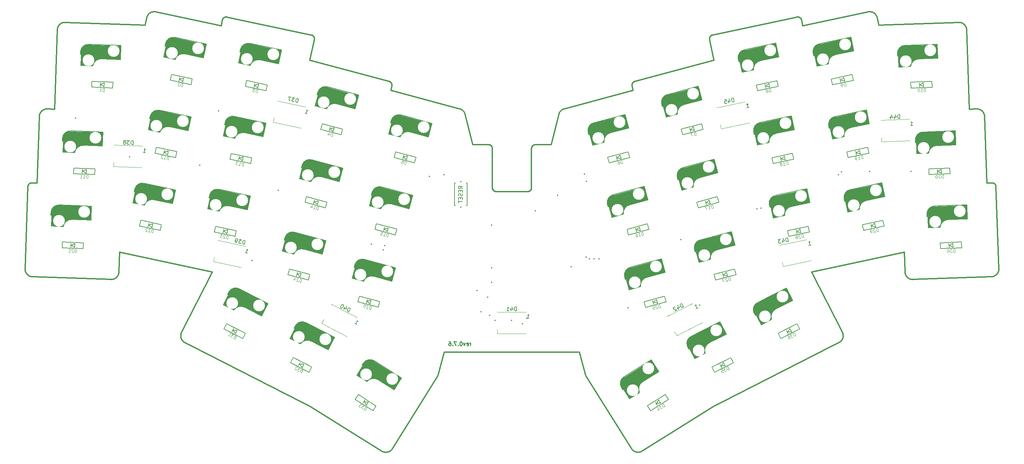
<source format=gbo>
%TF.GenerationSoftware,KiCad,Pcbnew,(6.0.6)*%
%TF.CreationDate,2022-07-10T22:01:46+09:00*%
%TF.ProjectId,nowt,6e6f7774-2e6b-4696-9361-645f70636258,rev?*%
%TF.SameCoordinates,Original*%
%TF.FileFunction,Legend,Bot*%
%TF.FilePolarity,Positive*%
%FSLAX46Y46*%
G04 Gerber Fmt 4.6, Leading zero omitted, Abs format (unit mm)*
G04 Created by KiCad (PCBNEW (6.0.6)) date 2022-07-10 22:01:46*
%MOMM*%
%LPD*%
G01*
G04 APERTURE LIST*
G04 Aperture macros list*
%AMRotRect*
0 Rectangle, with rotation*
0 The origin of the aperture is its center*
0 $1 length*
0 $2 width*
0 $3 Rotation angle, in degrees counterclockwise*
0 Add horizontal line*
21,1,$1,$2,0,0,$3*%
G04 Aperture macros list end*
%TA.AperFunction,Profile*%
%ADD10C,0.349999*%
%TD*%
%ADD11C,0.250000*%
%ADD12C,0.125000*%
%ADD13C,0.150000*%
%ADD14C,0.120000*%
%ADD15C,0.500000*%
%ADD16C,3.000000*%
%ADD17C,0.400000*%
%ADD18C,3.500000*%
%ADD19C,0.300000*%
%ADD20C,0.800000*%
%ADD21C,1.000000*%
%ADD22C,0.350000*%
%ADD23RotRect,1.300000X0.950000X358.000000*%
%ADD24C,4.300000*%
%ADD25RotRect,1.300000X0.950000X348.000000*%
%ADD26RotRect,1.500000X1.000000X27.000000*%
%ADD27C,1.900000*%
%ADD28C,3.000000*%
%ADD29C,4.100000*%
%ADD30RotRect,2.550000X2.500000X195.000000*%
%ADD31RotRect,2.550000X2.500000X192.000000*%
%ADD32RotRect,1.300000X0.950000X15.000000*%
%ADD33RotRect,1.300000X0.950000X12.000000*%
%ADD34RotRect,1.500000X1.000000X12.000000*%
%ADD35RotRect,1.300000X0.950000X345.000000*%
%ADD36RotRect,2.550000X2.500000X178.000000*%
%ADD37RotRect,2.550000X2.500000X182.000000*%
%ADD38RotRect,2.550000X2.500000X207.000000*%
%ADD39RotRect,1.500000X1.000000X348.000000*%
%ADD40RotRect,2.550000X2.500000X168.000000*%
%ADD41RotRect,1.300000X0.950000X327.000000*%
%ADD42RotRect,2.550000X2.500000X165.000000*%
%ADD43RotRect,1.300000X0.950000X27.000000*%
%ADD44RotRect,2.550000X2.500000X153.000000*%
%ADD45RotRect,1.500000X1.000000X2.000000*%
%ADD46RotRect,1.300000X0.950000X32.000000*%
%ADD47RotRect,1.300000X0.950000X2.000000*%
%ADD48RotRect,1.500000X1.000000X333.000000*%
%ADD49RotRect,1.500000X1.000000X358.000000*%
%ADD50RotRect,2.550000X2.500000X212.000000*%
%ADD51RotRect,1.300000X0.950000X333.000000*%
%ADD52RotRect,2.550000X2.500000X148.000000*%
%ADD53C,1.524000*%
%ADD54R,1.500000X1.000000*%
G04 APERTURE END LIST*
D10*
X72732052Y-26633205D02*
X72684562Y-26643585D01*
X179229312Y-137667739D02*
X179229312Y-137667739D01*
X270294066Y-91684858D02*
X270321484Y-91591155D01*
X196459436Y-32146363D02*
X196458571Y-32196008D01*
X230533221Y-108676893D02*
X230556741Y-108580901D01*
X262154177Y-29918351D02*
X262154177Y-29918351D01*
X31517647Y-28000906D02*
X31420438Y-28014372D01*
X239057900Y-26212028D02*
X239004616Y-26130299D01*
X239312655Y-26847300D02*
X239312655Y-26847300D01*
X197104277Y-31254241D02*
X197057938Y-31273081D01*
X30308662Y-28594722D02*
X30241604Y-28667264D01*
X266173669Y-50734683D02*
X266105080Y-50667580D01*
X115182141Y-43611429D02*
X115158412Y-43567870D01*
X95089535Y-31428482D02*
X95051952Y-31397916D01*
X140961129Y-70437724D02*
X140954768Y-70387679D01*
X61312380Y-107899411D02*
X61302364Y-107996489D01*
X158350196Y-50718048D02*
X158267650Y-50819922D01*
X26536623Y-50228640D02*
X26444609Y-50261262D01*
X115292264Y-44083444D02*
X115291830Y-44034582D01*
X246454202Y-92234775D02*
X246479056Y-92329472D01*
X140919427Y-60041605D02*
X140906354Y-59994511D01*
X115283828Y-43937348D02*
X115276284Y-43889153D01*
X159215351Y-50134709D02*
X159090155Y-50182210D01*
X260959039Y-28156219D02*
X260869103Y-28119283D01*
X238606083Y-25701634D02*
X238527461Y-25641840D01*
X157961692Y-51404106D02*
X157923999Y-51533734D01*
X23082637Y-69067515D02*
X23034527Y-69076596D01*
X150332259Y-71209324D02*
X150286748Y-71226887D01*
X21719967Y-91967790D02*
X21765159Y-92053167D01*
X270184942Y-91956298D02*
X270225732Y-91867596D01*
X261926812Y-29058686D02*
X261879662Y-28974045D01*
X22355374Y-69595762D02*
X22334060Y-69639653D01*
X22115069Y-92509003D02*
X22185383Y-92574359D01*
X151121017Y-59727217D02*
X151094989Y-59767715D01*
X133937526Y-51404093D02*
X133891589Y-51278317D01*
X270388610Y-91105950D02*
X270387606Y-91006736D01*
X176607371Y-44034612D02*
X176606939Y-44083476D01*
X45123022Y-92941581D02*
X45178184Y-92860700D01*
X196464389Y-32296279D02*
X196471169Y-32346757D01*
X140753275Y-59690353D02*
X140723020Y-59651530D01*
X115428202Y-137033728D02*
X127074427Y-118396346D01*
X115203592Y-43655914D02*
X115182141Y-43611429D01*
X23034527Y-69076596D02*
X22987000Y-69088000D01*
X270139818Y-92043001D02*
X270184942Y-91956298D01*
X115289014Y-43985854D02*
X115283828Y-43937348D01*
X150853716Y-70712723D02*
X150831790Y-70756332D01*
X219850350Y-27125968D02*
X219825312Y-27083788D01*
X196676131Y-31566918D02*
X196647174Y-31605205D01*
X72192515Y-26930397D02*
X72160257Y-26966351D01*
X265717927Y-50384675D02*
X265632564Y-50339464D01*
X266685037Y-51658970D02*
X266659348Y-51563062D01*
X247792500Y-93679900D02*
X247886202Y-93707303D01*
X132929984Y-50237615D02*
X132809048Y-50182236D01*
X159090155Y-50182210D02*
X158969219Y-50237593D01*
X248371389Y-93774355D02*
X248470599Y-93773337D01*
X72336989Y-26803832D02*
X72298703Y-26832788D01*
X237527444Y-25270441D02*
X237429897Y-25264460D01*
X150781583Y-70840244D02*
X150753369Y-70880384D01*
X31714403Y-27988342D02*
X31615691Y-27992209D01*
X53453532Y-25585768D02*
X53371694Y-25641844D01*
X177208207Y-43150756D02*
X177163704Y-43171411D01*
X176998061Y-43274526D02*
X176960094Y-43305158D01*
X114939113Y-43305142D02*
X114901148Y-43274510D01*
X114893202Y-137602513D02*
X114971278Y-137543905D01*
X30530817Y-28397626D02*
X30453761Y-28459444D01*
X246433973Y-92138751D02*
X246454202Y-92234775D01*
X261773790Y-28812742D02*
X261715327Y-28736324D01*
X239193221Y-26471921D02*
X239152303Y-26382985D01*
X219637436Y-26863558D02*
X219600545Y-26832779D01*
X94886303Y-31294074D02*
X94841302Y-31273092D01*
X141847361Y-71280237D02*
X141797317Y-71273879D01*
X145949603Y-71285399D02*
X141949603Y-71285399D01*
X150286748Y-71226887D02*
X150240408Y-71242218D01*
X140938638Y-60137704D02*
X140930200Y-60089363D01*
X22247560Y-69970004D02*
X22244601Y-70019530D01*
X177345170Y-137797033D02*
X177435668Y-137835152D01*
X22668216Y-92890970D02*
X22757716Y-92929939D01*
X220263125Y-28851722D02*
X219956149Y-27407487D01*
X265362947Y-50228750D02*
X265268999Y-50200556D01*
X23039268Y-93020588D02*
X23137067Y-93041620D01*
X94381060Y-126216544D02*
X112670657Y-137669425D01*
X115187462Y-137345843D02*
X115253027Y-137272754D01*
X73129115Y-26637251D02*
X73129115Y-26637251D01*
X52951753Y-26051269D02*
X52894548Y-26130303D01*
X268943344Y-92998125D02*
X269036563Y-92968736D01*
X177816101Y-137942532D02*
X177913822Y-137957446D01*
X177300430Y-43115971D02*
X177253806Y-43132258D01*
X150807735Y-70798866D02*
X150781583Y-70840244D01*
X218871195Y-26621047D02*
X218820719Y-26627828D01*
X140504178Y-59453294D02*
X140462782Y-59427148D01*
X61552420Y-109132568D02*
X61602451Y-109216748D01*
X62217312Y-109837216D02*
X62301801Y-109888442D01*
X140949603Y-60285399D02*
X140948373Y-60235804D01*
X268458163Y-93075324D02*
X268557205Y-93069429D01*
X29797051Y-29527887D02*
X29776817Y-29623916D01*
X22244601Y-70019530D02*
X22244601Y-70019530D01*
X115118553Y-137415467D02*
X115187462Y-137345843D01*
X158061496Y-51156710D02*
X158007627Y-51278328D01*
X29851319Y-29339973D02*
X29821909Y-29433185D01*
X178876335Y-137843293D02*
X178967259Y-137806200D01*
X164824786Y-118396346D02*
X176470996Y-137034179D01*
X140462782Y-59427148D02*
X140420230Y-59403099D01*
X22297966Y-69730316D02*
X22283260Y-69776925D01*
X178499446Y-137945570D02*
X178595296Y-137926974D01*
X115276284Y-43889153D02*
X115266393Y-43841357D01*
X248077439Y-93748304D02*
X248174642Y-93761776D01*
X141028196Y-70674672D02*
X141010290Y-70629262D01*
X261447666Y-28461694D02*
X261372948Y-28401404D01*
X150891043Y-70622609D02*
X150873479Y-70668121D01*
X269299612Y-69290022D02*
X269261076Y-69259113D01*
X239261986Y-26655976D02*
X239229815Y-26562966D01*
X177913822Y-137957446D02*
X178011802Y-137967483D01*
X113209932Y-137904890D02*
X113304821Y-137928071D01*
X176780956Y-137415745D02*
X176853122Y-137481756D01*
X45672885Y-86820426D02*
X69356166Y-91854468D01*
X115158412Y-43567870D02*
X115132554Y-43525540D01*
X230471809Y-108865618D02*
X230504855Y-108772017D01*
X176711987Y-137346163D02*
X176780956Y-137415745D01*
X150620761Y-71026747D02*
X150583343Y-71058982D01*
X95051952Y-31397916D02*
X95012789Y-31369118D01*
X260683118Y-28058482D02*
X260587328Y-28034860D01*
X269494489Y-69511261D02*
X269466900Y-69470816D01*
X140873441Y-59902645D02*
X140853670Y-59858037D01*
X151473461Y-59407678D02*
X151431616Y-59431704D01*
X266555503Y-51287900D02*
X266512395Y-51200771D01*
X23440608Y-93075339D02*
X23440608Y-93075339D01*
X114645407Y-43132242D02*
X114598783Y-43115955D01*
X30864014Y-28191826D02*
X30777302Y-28236931D01*
X114974765Y-45384867D02*
X114974765Y-45384867D01*
X30610536Y-28339893D02*
X30530817Y-28397626D01*
X61296583Y-108191587D02*
X61300846Y-108289253D01*
X248470599Y-93773337D02*
X248470599Y-93773337D01*
X269128133Y-92934870D02*
X269217892Y-92896599D01*
X141390504Y-71114626D02*
X141351298Y-71086747D01*
X53012778Y-25975076D02*
X52951753Y-26051269D01*
X21512065Y-91006743D02*
X21511073Y-91109676D01*
X141177966Y-70921511D02*
X141148279Y-70883736D01*
X44106924Y-93679847D02*
X44199121Y-93647921D01*
X150970238Y-60084182D02*
X150961375Y-60133354D01*
X72025857Y-27169584D02*
X72004876Y-27214584D01*
X52841264Y-26212031D02*
X52792002Y-26296309D01*
X23279246Y-69055037D02*
X23229635Y-69054517D01*
X219956149Y-27407487D02*
X219944177Y-27357423D01*
X248174642Y-93761776D02*
X248272681Y-93770481D01*
X71943103Y-27407483D02*
X71636073Y-28851722D01*
X268458163Y-93075324D02*
X268458163Y-93075324D01*
X21609315Y-91698138D02*
X21641924Y-91790146D01*
X230122960Y-109453058D02*
X230184579Y-109377345D01*
X95012789Y-31369118D02*
X94972095Y-31342162D01*
X266594451Y-51377406D02*
X266555503Y-51287900D01*
X151949603Y-59287265D02*
X151898208Y-59288563D01*
X247110844Y-93303191D02*
X247187893Y-93365010D01*
X54763267Y-25275298D02*
X54665214Y-25266857D01*
X21538593Y-91410930D02*
X21557528Y-91508400D01*
X145949603Y-112396346D02*
X145949603Y-112396346D01*
X22047981Y-92440397D02*
X22115069Y-92509003D01*
X61342415Y-108580593D02*
X61365912Y-108676563D01*
X237233945Y-25266856D02*
X237135890Y-25275297D01*
X112670657Y-137669425D02*
X112756081Y-137719996D01*
X133264176Y-50447946D02*
X133157854Y-50370781D01*
X269645899Y-69920900D02*
X269638131Y-69872298D01*
X269180093Y-69203455D02*
X269137812Y-69178767D01*
X113497318Y-137960397D02*
X113594575Y-137969484D01*
X229916846Y-109661084D02*
X229988978Y-109595063D01*
X158191814Y-50927198D02*
X158122994Y-51039564D01*
X157923999Y-51533734D02*
X155949603Y-59287265D01*
X265544860Y-50298325D02*
X265454944Y-50261380D01*
X150656695Y-70992553D02*
X150656695Y-70992553D01*
X72160257Y-26966351D02*
X72129692Y-27003934D01*
X266300965Y-50878440D02*
X266239007Y-50805010D01*
X45063825Y-93019842D02*
X45123022Y-92941581D01*
X43528069Y-93774327D02*
X43626771Y-93770447D01*
X140853670Y-59858037D02*
X140831733Y-59814422D01*
X45491674Y-91943369D02*
X45497592Y-91844336D01*
X247609764Y-93611596D02*
X247700299Y-93647977D01*
X52792002Y-26296309D02*
X52746861Y-26382988D01*
X151797501Y-59298759D02*
X151748313Y-59307532D01*
X72977762Y-26616866D02*
X72927767Y-26615232D01*
X266739703Y-52060307D02*
X266733510Y-51957559D01*
X262099500Y-29516948D02*
X262073804Y-29421026D01*
X238753273Y-25831794D02*
X238681388Y-25765001D01*
X22335202Y-92694801D02*
X22414466Y-92749628D01*
X72298703Y-26832788D02*
X72261812Y-26863567D01*
X140286457Y-59343876D02*
X140240100Y-59328556D01*
X22848752Y-69135837D02*
X22804390Y-69156220D01*
X128682116Y-112396346D02*
X145949603Y-112396346D01*
X151314130Y-59515102D02*
X151277860Y-59546467D01*
X176960094Y-43305158D02*
X176923646Y-43337623D01*
X269474688Y-92756095D02*
X269555588Y-92700942D01*
X264774532Y-50130367D02*
X264671603Y-50131333D01*
X247349815Y-93476333D02*
X247434356Y-93525712D01*
X72073941Y-27083793D02*
X72048903Y-27125971D01*
X25940783Y-50543395D02*
X25866068Y-50603686D01*
X261828611Y-28892023D02*
X261773790Y-28812742D01*
X95348682Y-31770834D02*
X95327499Y-31727711D01*
X140949603Y-60285399D02*
X140949603Y-60285399D01*
X112932800Y-137807635D02*
X113023746Y-137844643D01*
X269217892Y-92896599D02*
X269305679Y-92853997D01*
X269654238Y-70019530D02*
X269654238Y-70019530D01*
X151048774Y-59852556D02*
X151028712Y-59896776D01*
X133157854Y-50370781D02*
X133046355Y-50300567D01*
X261715327Y-28736324D02*
X261653353Y-28662888D01*
X115253027Y-137272754D02*
X115315101Y-137196304D01*
X140656558Y-59578173D02*
X140656558Y-59578173D01*
X62301801Y-109888442D02*
X62389102Y-109935630D01*
X265800820Y-50433838D02*
X265717927Y-50384675D01*
X95252051Y-31605223D02*
X95223095Y-31566935D01*
X25386945Y-51200681D02*
X25343828Y-51287821D01*
X43822001Y-93748261D02*
X43918198Y-93730079D01*
X266239007Y-50805010D02*
X266173669Y-50734683D01*
X269305679Y-92853997D02*
X269391331Y-92807138D01*
X261587999Y-28592557D02*
X261519393Y-28525452D01*
X239706683Y-28701015D02*
X239706683Y-28701015D01*
X176606939Y-44083476D02*
X176608899Y-44132386D01*
X270225732Y-91867596D02*
X270262128Y-91777060D01*
X237429897Y-25264460D02*
X237332006Y-25263255D01*
X219929842Y-27308552D02*
X219913217Y-27260923D01*
X114861734Y-43245766D02*
X114820942Y-43218963D01*
X133631557Y-50819922D02*
X133549010Y-50718051D01*
X45229237Y-92777362D02*
X45276108Y-92691728D01*
X53988458Y-25341472D02*
X53895246Y-25370843D01*
X230499626Y-107518401D02*
X230466082Y-107425818D01*
X176525722Y-137117016D02*
X176584226Y-137196695D01*
X72048903Y-27125971D02*
X72025857Y-27169584D01*
X230556741Y-108580901D02*
X230575429Y-108484219D01*
X45480912Y-92041559D02*
X45491674Y-91943369D01*
X150949603Y-70285399D02*
X150949603Y-70285399D01*
X176853122Y-137481756D02*
X176928342Y-137544091D01*
X95327499Y-31727711D02*
X95304301Y-31685685D01*
X25304873Y-51377337D02*
X25270208Y-51469110D01*
X266512395Y-51200771D02*
X266465258Y-51116139D01*
X270262128Y-91777060D02*
X270294066Y-91684858D01*
X115428202Y-137033728D02*
X115428202Y-137033728D01*
X140950905Y-70336896D02*
X140949603Y-70285437D01*
X237135890Y-25275297D02*
X237038015Y-25288610D01*
X197487612Y-126216643D02*
X229509402Y-109935973D01*
X145949603Y-112396346D02*
X163217089Y-112396346D01*
X158122994Y-51039564D02*
X158061496Y-51156710D01*
X150949603Y-60285434D02*
X150949603Y-70285399D01*
X95440628Y-32196018D02*
X95439765Y-32146374D01*
X230552663Y-107707165D02*
X230528490Y-107612242D01*
X141094387Y-70803959D02*
X141070307Y-70762083D01*
X140331985Y-59361429D02*
X140286457Y-59343876D01*
X133549010Y-50718051D02*
X133460060Y-50621891D01*
X266659348Y-51563062D02*
X266629109Y-51469167D01*
X114554688Y-137797130D02*
X114642959Y-137754655D01*
X22894029Y-69117651D02*
X22848752Y-69135837D01*
X178690178Y-137903709D02*
X178783916Y-137875806D01*
X22849472Y-92964618D02*
X22943363Y-92994878D01*
X114901148Y-43274510D02*
X114861734Y-43245766D01*
X52894548Y-26130303D02*
X52841264Y-26212031D01*
X25725741Y-50734551D02*
X25660389Y-50804882D01*
X158267650Y-50819922D02*
X158191814Y-50927198D01*
X114642959Y-137754655D02*
X114728898Y-137707991D01*
X230184579Y-109377345D02*
X230242463Y-109298670D01*
X29966118Y-29070885D02*
X29923497Y-29158661D01*
X265268999Y-50200556D02*
X265173229Y-50176919D01*
X115075086Y-43445461D02*
X115043617Y-43407821D01*
X95192318Y-31530043D02*
X95159766Y-31494620D01*
X219070327Y-26619406D02*
X219021109Y-26616091D01*
X61309896Y-108386761D02*
X61323748Y-108483933D01*
X264976744Y-50143801D02*
X264876289Y-50134563D01*
X25598418Y-50878318D02*
X25539959Y-50954737D01*
X246401766Y-91844329D02*
X246407681Y-91943366D01*
X22718747Y-69203458D02*
X22677632Y-69230251D01*
X248272681Y-93770481D02*
X248371389Y-93774355D01*
X150981465Y-60035876D02*
X150970238Y-60084182D01*
X30241604Y-28667264D02*
X30178435Y-28742749D01*
X72878124Y-26616097D02*
X72828907Y-26619413D01*
X219706736Y-26930389D02*
X219672858Y-26896111D01*
X25270208Y-51469110D02*
X25239964Y-51563018D01*
X61981866Y-109660660D02*
X62057229Y-109723190D01*
X158969219Y-50237593D02*
X158852848Y-50300548D01*
X230575429Y-108484219D02*
X230589300Y-108387023D01*
X72591831Y-26671069D02*
X72546738Y-26688076D01*
X176645029Y-43794071D02*
X176632804Y-43841382D01*
X115258303Y-44326695D02*
X115269951Y-44278480D01*
X150994996Y-59988498D02*
X150981465Y-60035876D01*
X151277860Y-59546467D02*
X151243140Y-59579510D01*
X270362514Y-91399912D02*
X270376002Y-91302704D01*
X269615582Y-69776925D02*
X269600875Y-69730314D01*
X237038015Y-25288610D02*
X236940493Y-25306828D01*
X25660389Y-50804882D02*
X25598418Y-50878318D01*
X140145231Y-59304752D02*
X140096883Y-59296335D01*
X25177055Y-51856337D02*
X25165793Y-51957572D01*
X176629254Y-44278517D02*
X176640902Y-44326733D01*
X73129115Y-26637251D02*
X73078511Y-26627828D01*
X151010766Y-59942110D02*
X150994996Y-59988498D01*
X246226321Y-86820426D02*
X246401766Y-91844329D01*
X196460206Y-32246005D02*
X196464389Y-32296279D01*
X269600875Y-69730314D02*
X269583929Y-69684530D01*
X177163704Y-43171411D02*
X177120368Y-43194170D01*
X72502594Y-26707196D02*
X72459472Y-26728380D01*
X151028712Y-59896776D02*
X151010766Y-59942110D01*
X45672885Y-86820426D02*
X45672885Y-86820426D01*
X196847282Y-31397901D02*
X196809697Y-31428466D01*
X26726375Y-50176830D02*
X26630588Y-50200456D01*
X260390803Y-28001776D02*
X260290328Y-27992558D01*
X72226391Y-26896119D02*
X72192515Y-26930397D01*
X26823853Y-50157884D02*
X26726375Y-50176830D01*
X114728898Y-137707991D02*
X114812361Y-137657243D01*
X115010418Y-43371851D02*
X114975560Y-43337607D01*
X261046763Y-28197350D02*
X260959039Y-28156219D01*
X53371694Y-25641844D02*
X53293074Y-25701638D01*
X61300846Y-108289253D02*
X61309896Y-108386761D01*
X246776340Y-92941621D02*
X246835541Y-93019886D01*
X30379534Y-28525285D02*
X30379534Y-28525285D01*
X150690891Y-70956620D02*
X150656695Y-70992553D01*
X52192523Y-28701015D02*
X52192523Y-28701015D01*
X269261076Y-69259113D02*
X269221208Y-69230247D01*
X177622634Y-137898095D02*
X177718814Y-137922713D01*
X270387606Y-91006736D02*
X269654238Y-70019530D01*
X269543466Y-69595760D02*
X269520023Y-69552936D01*
X150544522Y-71089222D02*
X150504382Y-71117434D01*
X29923497Y-29158661D02*
X29885206Y-29248411D01*
X31324229Y-28032544D02*
X31229187Y-28055361D01*
X177256857Y-137754620D02*
X177345170Y-137797033D01*
X22562113Y-69322947D02*
X22526672Y-69357667D01*
X115158412Y-43567870D02*
X115158412Y-43567870D01*
X247700299Y-93647977D02*
X247792500Y-93679900D01*
X115239617Y-43747311D02*
X115222755Y-43701237D01*
X261969931Y-29145826D02*
X261926812Y-29058686D01*
X179056514Y-137764557D02*
X179143923Y-137718393D01*
X21515244Y-91211439D02*
X21524458Y-91311900D01*
X149949572Y-71285434D02*
X149949572Y-71285434D01*
X133365013Y-50531753D02*
X133264176Y-50447946D01*
X230427873Y-107334672D02*
X230385012Y-107245139D01*
X219352503Y-26688066D02*
X219307409Y-26671059D01*
X95279135Y-31644831D02*
X95252051Y-31605223D01*
X246479056Y-92329472D02*
X246508462Y-92422680D01*
X151094989Y-59767715D02*
X151070887Y-59809515D01*
X53538047Y-25533815D02*
X53453532Y-25585768D01*
X219956149Y-27407487D02*
X219956149Y-27407487D01*
X114551203Y-43101933D02*
X114551203Y-43101933D01*
X238185991Y-25443293D02*
X238095736Y-25404792D01*
X114598783Y-43115955D02*
X114551203Y-43101933D01*
X141652241Y-71240445D02*
X141605777Y-71224724D01*
X268911839Y-69087996D02*
X268864314Y-69076592D01*
X268752604Y-93043175D02*
X268848637Y-93022962D01*
X114975560Y-43337607D02*
X114939113Y-43305142D01*
X140906354Y-59994511D02*
X140891014Y-59948164D01*
X219214676Y-26643576D02*
X219167185Y-26633197D01*
X54274691Y-25281167D02*
X54178355Y-25296602D01*
X239152303Y-26382985D02*
X239107163Y-26296305D01*
X135949603Y-59287265D02*
X135949603Y-59287265D01*
X115266393Y-43841357D02*
X115254167Y-43794047D01*
X266359413Y-50954852D02*
X266300965Y-50878440D01*
X269004809Y-69117647D02*
X268958699Y-69101691D01*
X163217089Y-112396346D02*
X164824786Y-118396346D01*
X22493138Y-69393940D02*
X22461548Y-69431684D01*
X140981092Y-70535347D02*
X140969924Y-70486967D01*
X72129692Y-27003934D02*
X72100895Y-27043097D01*
X176676441Y-43701259D02*
X176659579Y-43747334D01*
X26018359Y-50486693D02*
X25940783Y-50543395D01*
X266465258Y-51116139D02*
X266414220Y-51034126D01*
X29744601Y-29918353D02*
X29744601Y-29918353D01*
X45497592Y-91844336D02*
X45672885Y-86820426D01*
X23229635Y-69054517D02*
X23180274Y-69056444D01*
X269633868Y-92641753D02*
X269709369Y-92578601D01*
X150949603Y-70285399D02*
X150948374Y-70334994D01*
X196571720Y-31727694D02*
X196550535Y-31770818D01*
X95439765Y-32146374D02*
X95436452Y-32097156D01*
X94648402Y-31211313D02*
X73129115Y-26637251D01*
X266629109Y-51469167D02*
X266594451Y-51377406D01*
X53077523Y-25901870D02*
X53012778Y-25975076D01*
X22496470Y-92800685D02*
X22581093Y-92847842D01*
X54082886Y-25316714D02*
X53988458Y-25341472D01*
X230589300Y-108387023D02*
X230598367Y-108289491D01*
X140583173Y-59511743D02*
X140544336Y-59481504D01*
X196499561Y-31906026D02*
X196486923Y-31952794D01*
X239229815Y-26562966D02*
X239193221Y-26471921D01*
X179229312Y-137667739D02*
X197487612Y-126216643D01*
X61346595Y-107707082D02*
X61327129Y-107802883D01*
X26266955Y-50339334D02*
X26181575Y-50384541D01*
X177435668Y-137835152D02*
X177528204Y-137868874D01*
X158852848Y-50300548D02*
X158741348Y-50370765D01*
X22677632Y-69230251D02*
X22637766Y-69259117D01*
X21984239Y-92368671D02*
X22047981Y-92440397D01*
X196594920Y-31685668D02*
X196571720Y-31727694D01*
X140891014Y-59948164D02*
X140873441Y-59902645D01*
X151652583Y-59332115D02*
X151606167Y-59347800D01*
X71969411Y-27308551D02*
X71955075Y-27357420D01*
X261879662Y-28974045D02*
X261828611Y-28892023D01*
X94841302Y-31273092D02*
X94794964Y-31254251D01*
X246401766Y-91844329D02*
X246401766Y-91844329D01*
X237816278Y-25316711D02*
X237720809Y-25296599D01*
X115104756Y-43484719D02*
X115075086Y-43445461D01*
X177078268Y-43218978D02*
X177037476Y-43245781D01*
X176924441Y-45384867D02*
X159344500Y-50095401D01*
X150930210Y-70481425D02*
X150919442Y-70529179D01*
X44465051Y-93525653D02*
X44549586Y-93476274D01*
X115279160Y-44229959D02*
X115285940Y-44181220D01*
X270376002Y-91302704D02*
X270384721Y-91204662D01*
X23440608Y-93075339D02*
X43428866Y-93773314D01*
X21678848Y-91880073D02*
X21719967Y-91967790D01*
X159344500Y-50095401D02*
X159215351Y-50134709D01*
X44711499Y-93364952D02*
X44788543Y-93303135D01*
X262043557Y-29327117D02*
X262008890Y-29235344D01*
X219522650Y-26776736D02*
X219481797Y-26751569D01*
X114820942Y-43218963D02*
X114778844Y-43194155D01*
X22761027Y-69178771D02*
X22718747Y-69203458D01*
X23137067Y-93041620D02*
X23236637Y-93057842D01*
X26181575Y-50384541D02*
X26098666Y-50433701D01*
X176928342Y-137544091D02*
X177006470Y-137602649D01*
X219307409Y-26671059D02*
X219261442Y-26656213D01*
X94794964Y-31254251D02*
X94747335Y-31237624D01*
X177087362Y-137657325D02*
X177170873Y-137708016D01*
X219167185Y-26633197D02*
X219119043Y-26625125D01*
X238361108Y-25533811D02*
X238274506Y-25486310D01*
X113116181Y-137877071D02*
X113209932Y-137904890D01*
X196620087Y-31644814D02*
X196594920Y-31685668D01*
X61323748Y-108483933D02*
X61342415Y-108580593D01*
X128682116Y-112396346D02*
X128682116Y-112396346D01*
X158635027Y-50447933D02*
X158534191Y-50531744D01*
X95159766Y-31494620D02*
X95125489Y-31460742D01*
X158534191Y-50531744D02*
X158439145Y-50621885D01*
X43428866Y-93773314D02*
X43528069Y-93774327D01*
X140048035Y-59290287D02*
X139998769Y-59286642D01*
X151178602Y-59650382D02*
X151148909Y-59688085D01*
X69356166Y-91854468D02*
X69356166Y-91854468D01*
X269466900Y-69470816D02*
X269437293Y-69431680D01*
X150961375Y-60133354D02*
X150954939Y-60183328D01*
X197487612Y-126216643D02*
X197487612Y-126216643D01*
X197602359Y-37674814D02*
X177348010Y-43101950D01*
X62057229Y-109723190D02*
X62135750Y-109782087D01*
X45276108Y-92691728D02*
X45318722Y-92603959D01*
X229509402Y-109935973D02*
X229596744Y-109888808D01*
X22637766Y-69259117D02*
X22599232Y-69290026D01*
X114551203Y-43101933D02*
X94296847Y-37674814D01*
X246226321Y-86820426D02*
X246226321Y-86820426D01*
X230598367Y-108289491D02*
X230602644Y-108191800D01*
X267334750Y-69099917D02*
X267334750Y-69099917D01*
X237720809Y-25296599D02*
X237624473Y-25281165D01*
X219439771Y-26728370D02*
X219396648Y-26707186D01*
X52609528Y-26750805D02*
X52586505Y-26847303D01*
X196647174Y-31605205D02*
X196620087Y-31644814D01*
X139998769Y-59286642D02*
X139949168Y-59285434D01*
X150919442Y-70529179D02*
X150906376Y-70576267D01*
X178207836Y-137973049D02*
X178305540Y-137968637D01*
X61399625Y-107518371D02*
X61370765Y-107612186D01*
X238003916Y-25370840D02*
X237910705Y-25341469D01*
X114464231Y-137835314D02*
X114554688Y-137797130D01*
X151391071Y-59457658D02*
X151351888Y-59485478D01*
X61427269Y-108865249D02*
X61464713Y-108956683D01*
X196471169Y-32346757D02*
X196480593Y-32397362D01*
X141949603Y-71285399D02*
X141949603Y-71285399D01*
X247267606Y-93422745D02*
X247349815Y-93476333D01*
X22461548Y-69431684D02*
X22431940Y-69470819D01*
X176740786Y-43567889D02*
X176740786Y-43567889D01*
X141699693Y-71253920D02*
X141652241Y-71240445D01*
X230528490Y-107612242D02*
X230499626Y-107518401D01*
X269437293Y-69431680D02*
X269405705Y-69393936D01*
X72004876Y-27214584D02*
X71986036Y-27260923D01*
X196458571Y-32196008D02*
X196460206Y-32246005D01*
X61841073Y-109525241D02*
X61909775Y-109594632D01*
X140954768Y-70387679D02*
X140950905Y-70336896D01*
X269372173Y-69357663D02*
X269336734Y-69322943D01*
X267334750Y-69099917D02*
X266739703Y-52060307D01*
X155949603Y-59287265D02*
X155949603Y-59287265D01*
X72780192Y-26625132D02*
X72732052Y-26633205D01*
X150873479Y-70668121D02*
X150853716Y-70712723D01*
X158741348Y-50370765D02*
X158635027Y-50447933D01*
X229841442Y-109723604D02*
X229916846Y-109661084D01*
X43626771Y-93770447D02*
X43724803Y-93761738D01*
X54567155Y-25263256D02*
X54469265Y-25264462D01*
X61433162Y-107425814D02*
X61399625Y-107518371D01*
X238527461Y-25641840D02*
X238445620Y-25585764D01*
X268864314Y-69076592D02*
X268816205Y-69067511D01*
X247187893Y-93365010D02*
X247267606Y-93422745D01*
X95422663Y-32000299D02*
X95412286Y-31952808D01*
X140620608Y-59543977D02*
X140583173Y-59511743D01*
X177006470Y-137602649D02*
X177087362Y-137657325D01*
X236940493Y-25306828D02*
X236940493Y-25306828D01*
X269094449Y-69156216D02*
X269050087Y-69135833D01*
X219481797Y-26751569D02*
X219439771Y-26728370D01*
X31135478Y-28082759D02*
X31043269Y-28114678D01*
X113304821Y-137928071D02*
X113400675Y-137946583D01*
X22526672Y-69357667D02*
X22493138Y-69393940D01*
X246508462Y-92422680D02*
X246542344Y-92514238D01*
X45357007Y-92514217D02*
X45390889Y-92422663D01*
X45497592Y-91844336D02*
X45497592Y-91844336D01*
X22599232Y-69290026D02*
X22562113Y-69322947D01*
X270344321Y-91496117D02*
X270362514Y-91399912D01*
X196969322Y-31317109D02*
X196927142Y-31342148D01*
X114371731Y-137869104D02*
X114464231Y-137835314D01*
X269651281Y-69970004D02*
X269645899Y-69920900D01*
X43428866Y-93773314D02*
X43428866Y-93773314D01*
X21557528Y-91508400D02*
X21581143Y-91604179D01*
X196480593Y-32397362D02*
X197602359Y-37674814D01*
X268619601Y-69055033D02*
X268619601Y-69055033D01*
X237624473Y-25281165D02*
X237527444Y-25270441D01*
X44199121Y-93647921D02*
X44289652Y-93611539D01*
X115132554Y-43525540D02*
X115104756Y-43484719D01*
X197012936Y-31294062D02*
X196969322Y-31317109D01*
X29036982Y-50194493D02*
X29036982Y-50194493D01*
X150376860Y-71189564D02*
X150332259Y-71209324D01*
X176659579Y-43747334D02*
X176645029Y-43794071D01*
X127074427Y-118396346D02*
X127074427Y-118396346D01*
X196468470Y-32048427D02*
X196462752Y-32097144D01*
X177348010Y-43101950D02*
X177348010Y-43101950D01*
X72828907Y-26619413D02*
X72780192Y-26625132D01*
X219600545Y-26832779D02*
X219562258Y-26803822D01*
X141148279Y-70883736D02*
X141120398Y-70844531D01*
X113888274Y-137968088D02*
X113986232Y-137957972D01*
X150583343Y-71058982D02*
X150544522Y-71089222D01*
X196550535Y-31770818D02*
X196531415Y-31814964D01*
X150240408Y-71242218D02*
X150193323Y-71255283D01*
X266722248Y-51856340D02*
X266706048Y-51756770D01*
X176470996Y-137034179D02*
X176525722Y-137117016D01*
X197057938Y-31273081D02*
X197012936Y-31294062D01*
X140969924Y-70486967D02*
X140961129Y-70437724D01*
X158439145Y-50621885D02*
X158350196Y-50718048D01*
X22404351Y-69511264D02*
X22378817Y-69552939D01*
X140192997Y-59315504D02*
X140145231Y-59304752D01*
X61602451Y-109216748D02*
X61656448Y-109298241D01*
X95418597Y-32397368D02*
X95428024Y-32346764D01*
X140831733Y-59814422D02*
X140807666Y-59771882D01*
X30952726Y-28151054D02*
X30864014Y-28191826D01*
X151351888Y-59485478D02*
X151314130Y-59515102D01*
X197602359Y-37674814D02*
X197602359Y-37674814D01*
X30379534Y-28525285D02*
X30308662Y-28594722D01*
X45318722Y-92603959D02*
X45357007Y-92514217D01*
X197250842Y-31211308D02*
X197250842Y-31211308D01*
X62389102Y-109935630D02*
X62389102Y-109935630D01*
X72100895Y-27043097D02*
X72073941Y-27083793D01*
X220263125Y-28851722D02*
X220263125Y-28851722D01*
X95412286Y-31952808D02*
X95399651Y-31906041D01*
X218770114Y-26637253D02*
X197250842Y-31211308D01*
X52586505Y-26847303D02*
X52586505Y-26847303D01*
X248470599Y-93773337D02*
X268458163Y-93075324D01*
X238821639Y-25901866D02*
X238753273Y-25831794D01*
X219873396Y-27169582D02*
X219850350Y-27125968D01*
X45420294Y-92329458D02*
X45445149Y-92234766D01*
X262136720Y-29714349D02*
X262120515Y-29614763D01*
X115046443Y-137481522D02*
X115118553Y-137415467D01*
X150145573Y-71266048D02*
X150097241Y-71274480D01*
X61327129Y-107802883D02*
X61312380Y-107899411D01*
X21867279Y-92216379D02*
X21923965Y-92293955D01*
X25485140Y-51034018D02*
X25434092Y-51116040D01*
X268557205Y-93069429D02*
X268655406Y-93058688D01*
X219894377Y-27214583D02*
X219873396Y-27169582D01*
X246542344Y-92514238D02*
X246580630Y-92603985D01*
X176610186Y-43985883D02*
X176607371Y-44034612D01*
X140544336Y-59481504D02*
X140504178Y-59453294D01*
X25794344Y-50667445D02*
X25725741Y-50734551D01*
X94972095Y-31342162D02*
X94929916Y-31317122D01*
X269564780Y-69639651D02*
X269543466Y-69595760D01*
X151949603Y-59287265D02*
X151949603Y-59287265D01*
X26444609Y-50261262D02*
X26354676Y-50298200D01*
X29761282Y-29721111D02*
X29750519Y-29819310D01*
X151847487Y-59292415D02*
X151797501Y-59298759D01*
X45465379Y-92138745D02*
X45480912Y-92041559D01*
X246623246Y-92691758D02*
X246670119Y-92777396D01*
X151560799Y-59365664D02*
X151516543Y-59385644D01*
X140807666Y-59771882D02*
X140781502Y-59730498D01*
X139949168Y-59285434D02*
X139949168Y-59285434D01*
X269851382Y-92440703D02*
X269917238Y-92366492D01*
X158007627Y-51278328D02*
X157961692Y-51404106D01*
X141313521Y-71057061D02*
X141277237Y-71025632D01*
X52705943Y-26471924D02*
X52669348Y-26562970D01*
X141797317Y-71273879D02*
X141748073Y-71265085D01*
X53713168Y-25443296D02*
X53624651Y-25486314D01*
X176640902Y-44326733D02*
X176640902Y-44326733D01*
X45390889Y-92422663D02*
X45420294Y-92329458D01*
X133707395Y-50927194D02*
X133631557Y-50819922D01*
X269917238Y-92366492D02*
X269979072Y-92289450D01*
X30064058Y-28901900D02*
X30012996Y-28985244D01*
X269221208Y-69230247D02*
X269180093Y-69203455D01*
X43918198Y-93730079D02*
X44013228Y-93707253D01*
X230504855Y-108772017D02*
X230504855Y-108772017D01*
X27228083Y-50131324D02*
X27228083Y-50131324D01*
X61656448Y-109298241D02*
X61714294Y-109376910D01*
X196514407Y-31860058D02*
X196499561Y-31906026D01*
X53145888Y-25831798D02*
X53077523Y-25901870D01*
X31813616Y-27989368D02*
X31714403Y-27988342D01*
X176622914Y-43889180D02*
X176615370Y-43937376D01*
X72546738Y-26688076D02*
X72502594Y-26707196D01*
X73028035Y-26621049D02*
X72977762Y-26616866D01*
X114735508Y-43171396D02*
X114691006Y-43150740D01*
X176924441Y-45384867D02*
X176924441Y-45384867D01*
X71636073Y-28851722D02*
X54958659Y-25306828D01*
X269391331Y-92807138D02*
X269474688Y-92756095D01*
X177253806Y-43132258D02*
X177208207Y-43150756D01*
X246835541Y-93019886D02*
X246898705Y-93095370D01*
X115222755Y-43701237D02*
X115203592Y-43655914D01*
X145949603Y-71285399D02*
X145949603Y-71285399D01*
X176794445Y-43484737D02*
X176766645Y-43525558D01*
X176608899Y-44132386D02*
X176613264Y-44181255D01*
X23337857Y-93069125D02*
X23440608Y-93075339D01*
X25539959Y-50954737D02*
X25485140Y-51034018D01*
X196739463Y-31494603D02*
X196706910Y-31530026D01*
X159344500Y-50095401D02*
X159344500Y-50095401D01*
X178305540Y-137968637D02*
X178402802Y-137959467D01*
X141431077Y-71140635D02*
X141390504Y-71114626D01*
X94296847Y-37674814D02*
X94296847Y-37674814D01*
X72927767Y-26615232D02*
X72878124Y-26616097D01*
X52669348Y-26562970D02*
X52637176Y-26655979D01*
X22562113Y-69322947D02*
X22562113Y-69322947D01*
X45178184Y-92860700D02*
X45229237Y-92777362D01*
X196809697Y-31428466D02*
X196773742Y-31460726D01*
X61909775Y-109594632D02*
X61981866Y-109660660D01*
X268718570Y-69056440D02*
X268669211Y-69054513D01*
X197200778Y-31223280D02*
X197151907Y-31237616D01*
X176620045Y-44229994D02*
X176629254Y-44278517D01*
X230385012Y-107245139D02*
X230385012Y-107245139D01*
X114691006Y-43150740D02*
X114645407Y-43132242D01*
X22283260Y-69776925D02*
X22270829Y-69824280D01*
X238947411Y-26051265D02*
X238886385Y-25975072D01*
X141120398Y-70844531D02*
X141094387Y-70803959D01*
X260085604Y-27989373D02*
X239706683Y-28701015D01*
X113790228Y-137973359D02*
X113888274Y-137968088D01*
X25434092Y-51116040D02*
X25386945Y-51200681D01*
X21581143Y-91604179D02*
X21609315Y-91698138D01*
X114812361Y-137657243D02*
X114893202Y-137602513D01*
X229509402Y-109935973D02*
X229509402Y-109935973D01*
X23279246Y-69055037D02*
X23279246Y-69055037D01*
X266733510Y-51957559D02*
X266722248Y-51856340D01*
X22378817Y-69552939D02*
X22355374Y-69595762D01*
X61297094Y-108093940D02*
X61296583Y-108191587D01*
X219913217Y-27260923D02*
X219894377Y-27214583D01*
X72417448Y-26751579D02*
X72376595Y-26776746D01*
X261519393Y-28525452D02*
X261447666Y-28461694D01*
X237910705Y-25341469D02*
X237816278Y-25316711D01*
X114974765Y-45384867D02*
X115258303Y-44326695D01*
X21524458Y-91311900D02*
X21538593Y-91410930D01*
X150954939Y-60183328D02*
X150950995Y-60234042D01*
X229681275Y-109837601D02*
X229762879Y-109782488D01*
X177718814Y-137922713D02*
X177718814Y-137922713D01*
X196886446Y-31369103D02*
X196847282Y-31397901D01*
X151699986Y-59318671D02*
X151652583Y-59332115D01*
X176717056Y-43611449D02*
X176695604Y-43655935D01*
X266414220Y-51034126D02*
X266359413Y-50954852D01*
X95304301Y-31685685D02*
X95279135Y-31644831D01*
X54665214Y-25266857D02*
X54567155Y-25263256D01*
X270090424Y-92127538D02*
X270139818Y-92043001D01*
X150504382Y-71117434D02*
X150463003Y-71143585D01*
X54861140Y-25288611D02*
X54763267Y-25275298D01*
X22270829Y-69824280D02*
X22260711Y-69872299D01*
X247521060Y-93570821D02*
X247609764Y-93611596D01*
X246721175Y-92860737D02*
X246776340Y-92941621D01*
X94381060Y-126216544D02*
X94381060Y-126216544D01*
X150048409Y-71280544D02*
X149999159Y-71284207D01*
X54958659Y-25306828D02*
X54958659Y-25306828D01*
X247036624Y-93237349D02*
X247110844Y-93303191D01*
X219119043Y-26625125D02*
X219070327Y-26619406D01*
X270387606Y-91006736D02*
X270387606Y-91006736D01*
X114083928Y-137942981D02*
X114181185Y-137923087D01*
X247434356Y-93525712D02*
X247521060Y-93570821D01*
X114971278Y-137543905D02*
X115046443Y-137481522D01*
X264671603Y-50131333D02*
X264671603Y-50131333D01*
X178595296Y-137926974D02*
X178690178Y-137903709D01*
X219672858Y-26896111D02*
X219637436Y-26863558D01*
X25239964Y-51563018D02*
X25214270Y-51658939D01*
X115290304Y-44132353D02*
X115292264Y-44083444D01*
X269654238Y-70019530D02*
X269651281Y-69970004D01*
X196927142Y-31342148D02*
X196886446Y-31369103D01*
X23236637Y-93057842D02*
X23337857Y-93069125D01*
X133460060Y-50621891D02*
X133365013Y-50531753D01*
X22185383Y-92574359D02*
X22258801Y-92636335D01*
X266033371Y-50603823D02*
X265958671Y-50543533D01*
X114181185Y-137923087D02*
X114181185Y-137923087D01*
X22581093Y-92847842D02*
X22668216Y-92890970D01*
X26098666Y-50433701D02*
X26018359Y-50486693D01*
X31420438Y-28014372D02*
X31324229Y-28032544D01*
X238095736Y-25404792D02*
X238003916Y-25370840D01*
X238274506Y-25486310D02*
X238185991Y-25443293D01*
X115258303Y-44326695D02*
X115258303Y-44326695D01*
X24564463Y-69099917D02*
X23279246Y-69055037D01*
X140948373Y-60235804D02*
X140944707Y-60186545D01*
X141949603Y-71285399D02*
X141898144Y-71284098D01*
X238681388Y-25765001D02*
X238606083Y-25701634D01*
X230346562Y-109132981D02*
X230392547Y-109046235D01*
X150906376Y-70576267D02*
X150891043Y-70622609D01*
X261132146Y-28242555D02*
X261046763Y-28197350D01*
X53453532Y-25585768D02*
X53453532Y-25585768D01*
X94929916Y-31317122D02*
X94886303Y-31294074D01*
X176632804Y-43841382D02*
X176622914Y-43889180D01*
X218820719Y-26627828D02*
X218770114Y-26637253D01*
X27023365Y-50134517D02*
X26922893Y-50143739D01*
X150656695Y-70992553D02*
X150620761Y-71026747D01*
X44549586Y-93476274D02*
X44631791Y-93422686D01*
X261295368Y-28344704D02*
X261215058Y-28291714D01*
X260869103Y-28119283D02*
X260777086Y-28086664D01*
X140949603Y-70285437D02*
X140949603Y-70285437D01*
X61471361Y-107334693D02*
X61433162Y-107425814D01*
X25193257Y-51756753D02*
X25177055Y-51856337D01*
X30777302Y-28236931D02*
X30692754Y-28286307D01*
X150097241Y-71274480D02*
X150048409Y-71280544D01*
X246898705Y-93095370D02*
X246965757Y-93167912D01*
X95223095Y-31566935D02*
X95192318Y-31530043D01*
X230057721Y-109525676D02*
X230122960Y-109453058D01*
X22258801Y-92636335D02*
X22335202Y-92694801D01*
X140240100Y-59328556D02*
X140192997Y-59315504D01*
X95438991Y-32246014D02*
X95440628Y-32196018D01*
X22414466Y-92749628D02*
X22496470Y-92800685D01*
X230392547Y-109046235D02*
X230434334Y-108957069D01*
X157923999Y-51533734D02*
X157923999Y-51533734D01*
X95430735Y-32048440D02*
X95422663Y-32000299D01*
X219021109Y-26616091D02*
X218971465Y-26615227D01*
X30692754Y-28286307D02*
X30610536Y-28339893D01*
X151070887Y-59809515D02*
X151048774Y-59852556D01*
X61370765Y-107612186D02*
X61346595Y-107707082D01*
X151148909Y-59688085D02*
X151121017Y-59727217D01*
X237332006Y-25263255D02*
X237233945Y-25266856D01*
X176855586Y-43407837D02*
X176824116Y-43445478D01*
X133837717Y-51156702D02*
X133776217Y-51039557D01*
X61775874Y-109452622D02*
X61841073Y-109525241D01*
X61464713Y-108956683D02*
X61506469Y-109045834D01*
X22252942Y-69920900D02*
X22247560Y-69970004D01*
X239107163Y-26296305D02*
X239057900Y-26212028D01*
X265454944Y-50261380D02*
X265362947Y-50228750D01*
X95418597Y-32397368D02*
X95418597Y-32397368D01*
X115269951Y-44278480D02*
X115279160Y-44229959D01*
X22757716Y-92929939D02*
X22849472Y-92964618D01*
X30119228Y-28821015D02*
X30064058Y-28901900D01*
X150831790Y-70756332D02*
X150807735Y-70798866D01*
X62389102Y-109935630D02*
X94381060Y-126216544D01*
X177348010Y-43101950D02*
X177300430Y-43115971D01*
X141560366Y-71206820D02*
X141516071Y-71186795D01*
X178011802Y-137967483D02*
X178109865Y-137972675D01*
X178967259Y-137806200D02*
X179056514Y-137764557D01*
X151748313Y-59307532D02*
X151699986Y-59318671D01*
X239004616Y-26130299D02*
X238947411Y-26051265D01*
X176695604Y-43655935D02*
X176676441Y-43701259D01*
X196531415Y-31814964D02*
X196514407Y-31860058D01*
X61514209Y-107245185D02*
X61514209Y-107245185D01*
X141209396Y-70957794D02*
X141177966Y-70921511D01*
X71955075Y-27357420D02*
X71943103Y-27407483D01*
X31043269Y-28114678D02*
X30952726Y-28151054D01*
X236940493Y-25306828D02*
X220263125Y-28851722D01*
X44631791Y-93422686D02*
X44711499Y-93364952D01*
X265632564Y-50339464D02*
X265544860Y-50298325D01*
X29821909Y-29433185D02*
X29797051Y-29527887D01*
X261372948Y-28401404D02*
X261295368Y-28344704D01*
X133891589Y-51278317D02*
X133837717Y-51156702D01*
X260587328Y-28034860D02*
X260489846Y-28015917D01*
X141898144Y-71284098D02*
X141847361Y-71280237D01*
X22244601Y-70019530D02*
X21512065Y-91006743D01*
X151210033Y-59614169D02*
X151178602Y-59650382D01*
X115373542Y-137116594D02*
X115428202Y-137033728D01*
X196476544Y-32000285D02*
X196468470Y-32048427D01*
X219769559Y-27003928D02*
X219738994Y-26966344D01*
X150193323Y-71255283D02*
X150145573Y-71266048D01*
X114778844Y-43194155D02*
X114735508Y-43171396D01*
X141048223Y-70718967D02*
X141028196Y-70674672D01*
X29776817Y-29623916D02*
X29761282Y-29721111D01*
X230242463Y-109298670D02*
X230296496Y-109217171D01*
X95125489Y-31460742D02*
X95089535Y-31428482D01*
X269709369Y-92578601D02*
X269781927Y-92511560D01*
X53293074Y-25701638D02*
X53217772Y-25765005D01*
X114277335Y-137898396D02*
X114371731Y-137869104D01*
X230602144Y-108094128D02*
X230596883Y-107996650D01*
X268816205Y-69067511D02*
X268767596Y-69060783D01*
X140949603Y-70285437D02*
X140949603Y-60285399D01*
X140376604Y-59381182D02*
X140331985Y-59361429D01*
X269050087Y-69135833D02*
X269004809Y-69117647D01*
X141277237Y-71025632D02*
X141242508Y-70992522D01*
X176613264Y-44181255D02*
X176620045Y-44229994D01*
X197250842Y-31211308D02*
X197200778Y-31223280D01*
X230385012Y-107245139D02*
X222543032Y-91854468D01*
X22943363Y-92994878D02*
X23039268Y-93020588D01*
X265075767Y-50157960D02*
X264976744Y-50143801D01*
X266105080Y-50667580D02*
X266033371Y-50603823D01*
X196773742Y-31460726D02*
X196739463Y-31494603D01*
X141351298Y-71086747D02*
X141313521Y-71057061D01*
X140420230Y-59403099D02*
X140376604Y-59381182D01*
X230296496Y-109217171D02*
X230346562Y-109132981D01*
X164824786Y-118396346D02*
X164824786Y-118396346D01*
X260188552Y-27988383D02*
X260085604Y-27989373D01*
X52192523Y-28701015D02*
X31813616Y-27989368D01*
X95399651Y-31906041D02*
X95384806Y-31860074D01*
X218770114Y-26637253D02*
X218770114Y-26637253D01*
X95367800Y-31814980D02*
X95348682Y-31770834D01*
X268958699Y-69101691D02*
X268911839Y-69087996D01*
X22804390Y-69156220D02*
X22761027Y-69178771D01*
X230504855Y-108772017D02*
X230533221Y-108676893D01*
X150753369Y-70880384D02*
X150723127Y-70919203D01*
X247981236Y-93730125D02*
X248077439Y-93748304D01*
X269583929Y-69684530D02*
X269564780Y-69639651D01*
X246407681Y-91943366D02*
X246418441Y-92041560D01*
X230466082Y-107425818D02*
X230427873Y-107334672D01*
X230596883Y-107996650D02*
X230586872Y-107899546D01*
X266706048Y-51756770D02*
X266685037Y-51658970D01*
X27228083Y-50131324D02*
X27125138Y-50130338D01*
X115285940Y-44181220D02*
X115290304Y-44132353D01*
X151606167Y-59347800D02*
X151560799Y-59365664D01*
X24564463Y-69099917D02*
X24564463Y-69099917D01*
X141070307Y-70762083D02*
X141048223Y-70718967D01*
X72376595Y-26776746D02*
X72336989Y-26803832D01*
X218921469Y-26616863D02*
X218871195Y-26621047D01*
X45000666Y-93095323D02*
X45063825Y-93019842D01*
X141748073Y-71265085D02*
X141699693Y-71253920D01*
X270036821Y-92209744D02*
X270090424Y-92127538D01*
X178109865Y-137972675D02*
X178207836Y-137973049D01*
X176888786Y-43371867D02*
X176855586Y-43407837D01*
X21923965Y-92293955D02*
X21984239Y-92368671D01*
X230572128Y-107802992D02*
X230552663Y-107707165D01*
X219396648Y-26707186D02*
X219352503Y-26688066D01*
X21641924Y-91790146D02*
X21678848Y-91880073D01*
X150420469Y-71167639D02*
X150376860Y-71189564D01*
X26354676Y-50298200D02*
X26266955Y-50339334D01*
X261215058Y-28291714D02*
X261132146Y-28242555D01*
X61506469Y-109045834D02*
X61552420Y-109132568D01*
X54469265Y-25264462D02*
X54371719Y-25270443D01*
X140690769Y-59614109D02*
X140656558Y-59578173D01*
X150938643Y-70433089D02*
X150930210Y-70481425D01*
X150949603Y-60285434D02*
X150949603Y-60285434D01*
X112843520Y-137766076D02*
X112932800Y-137807635D01*
X61365912Y-108676563D02*
X61394252Y-108771666D01*
X222543032Y-91854468D02*
X246226321Y-86820426D01*
X113594575Y-137969484D02*
X113692270Y-137973814D01*
X262862216Y-50194493D02*
X262862216Y-50194493D01*
X238886385Y-25975072D02*
X238821639Y-25901866D01*
X178783916Y-137875806D02*
X178876335Y-137843293D01*
X260290328Y-27992558D02*
X260188552Y-27988383D01*
X230602644Y-108191800D02*
X230602144Y-108094128D01*
X218971465Y-26615227D02*
X218921469Y-26616863D01*
X21512065Y-91006743D02*
X21512065Y-91006743D01*
X261653353Y-28662888D02*
X261587999Y-28592557D01*
X112756081Y-137719996D02*
X112843520Y-137766076D01*
X22987000Y-69088000D02*
X22940140Y-69101695D01*
X141605777Y-71224724D02*
X141560366Y-71206820D01*
X44378351Y-93570762D02*
X44465051Y-93525653D01*
X150463003Y-71143585D02*
X150420469Y-71167639D01*
X246965757Y-93167912D02*
X247036624Y-93237349D01*
X61394252Y-108771666D02*
X61394252Y-108771666D01*
X262147984Y-29815586D02*
X262136720Y-29714349D01*
X73078511Y-26627828D02*
X73028035Y-26621049D01*
X43724803Y-93761738D02*
X43822001Y-93748261D01*
X21765159Y-92053167D02*
X21814304Y-92136073D01*
X133975222Y-51533719D02*
X133937526Y-51404093D01*
X269137812Y-69178767D02*
X269094449Y-69156216D01*
X260489846Y-28015917D02*
X260390803Y-28001776D01*
X25343828Y-51287821D02*
X25304873Y-51377337D01*
X269851382Y-92440703D02*
X269851382Y-92440703D01*
X94698465Y-31223286D02*
X94648402Y-31211313D01*
X176740786Y-43567889D02*
X176717056Y-43611449D01*
X140781502Y-59730498D02*
X140753275Y-59690353D01*
X268669211Y-69054513D02*
X268619601Y-69055033D01*
X22940140Y-69101695D02*
X22894029Y-69117651D01*
X270321484Y-91591155D02*
X270344321Y-91496117D01*
X260085604Y-27989373D02*
X260085604Y-27989373D01*
X219944177Y-27357423D02*
X219929842Y-27308552D01*
X176923646Y-43337623D02*
X176888786Y-43371867D01*
X22260711Y-69872299D02*
X22252942Y-69920900D01*
X113023746Y-137844643D02*
X113116181Y-137877071D01*
X30453761Y-28459444D02*
X30379534Y-28525285D01*
X176615370Y-43937376D02*
X176610186Y-43985883D01*
X269336734Y-69322943D02*
X269299612Y-69290022D01*
X229988978Y-109595063D02*
X230057721Y-109525676D01*
X269555588Y-92700942D02*
X269633868Y-92641753D01*
X25866068Y-50603686D02*
X25794344Y-50667445D01*
X262073804Y-29421026D02*
X262043557Y-29327117D01*
X176646362Y-137273112D02*
X176711987Y-137346163D01*
X265881111Y-50486831D02*
X265800820Y-50433838D01*
X72637797Y-26656222D02*
X72591831Y-26671069D01*
X230434334Y-108957069D02*
X230471809Y-108865618D01*
X52586505Y-26847303D02*
X52192523Y-28701015D01*
X155949603Y-59287265D02*
X151949603Y-59287265D01*
X149949572Y-71285434D02*
X145949603Y-71285399D01*
X269781927Y-92511560D02*
X269851382Y-92440703D01*
X149999159Y-71284207D02*
X149949572Y-71285434D01*
X230586872Y-107899546D02*
X230572128Y-107802992D01*
X177037476Y-43245781D02*
X176998061Y-43274526D01*
X22314912Y-69684531D02*
X22297966Y-69730316D01*
X140656558Y-59578173D02*
X140620608Y-59543977D01*
X95384806Y-31860074D02*
X95367800Y-31814980D01*
X196480593Y-32397362D02*
X196480593Y-32397362D01*
X94648402Y-31211313D02*
X94648402Y-31211313D01*
X239312655Y-26847300D02*
X239289633Y-26750802D01*
X219738994Y-26966344D02*
X219706736Y-26930389D01*
X262008890Y-29235344D02*
X261969931Y-29145826D01*
X238445620Y-25585764D02*
X238445620Y-25585764D01*
X61514209Y-107245185D02*
X61471361Y-107334693D01*
X27125138Y-50130338D02*
X27023365Y-50134517D01*
X44013228Y-93707253D02*
X44106924Y-93679847D01*
X151898208Y-59288563D02*
X151847487Y-59292415D01*
X115043617Y-43407821D02*
X115010418Y-43371851D01*
X71943103Y-27407483D02*
X71943103Y-27407483D01*
X115254167Y-43794047D02*
X115239617Y-43747311D01*
X127074427Y-118396346D02*
X128682116Y-112396346D01*
X269979072Y-92289450D02*
X270036821Y-92209744D01*
X260777086Y-28086664D02*
X260683118Y-28058482D01*
X53217772Y-25765005D02*
X53145888Y-25831798D01*
X268619601Y-69055033D02*
X267334750Y-69099917D01*
X94296847Y-37674814D02*
X95418597Y-32397368D01*
X269638131Y-69872298D02*
X269628013Y-69824279D01*
X269336734Y-69322943D02*
X269336734Y-69322943D01*
X246418441Y-92041560D02*
X246433973Y-92138751D01*
X219562258Y-26803822D02*
X219522650Y-26776736D01*
X140096883Y-59296335D02*
X140048035Y-59290287D01*
X246580630Y-92603985D02*
X246623246Y-92691758D01*
X265173229Y-50176919D02*
X265075767Y-50157960D01*
X247886202Y-93707303D02*
X247981236Y-93730125D01*
X238445620Y-25585764D02*
X238361108Y-25533811D01*
X25214270Y-51658939D02*
X25193257Y-51756753D01*
X115291830Y-44034582D02*
X115289014Y-43985854D01*
X196486923Y-31952794D02*
X196476544Y-32000285D01*
X264876289Y-50134563D02*
X264774532Y-50130367D01*
X45445149Y-92234766D02*
X45465379Y-92138745D01*
X176766645Y-43525558D02*
X176740786Y-43567889D01*
X222543032Y-91854468D02*
X222543032Y-91854468D01*
X197151907Y-31237616D02*
X197104277Y-31254241D01*
X262154177Y-29918351D02*
X262147984Y-29815586D01*
X132554705Y-50095433D02*
X114974765Y-45384867D01*
X246670119Y-92777396D02*
X246721175Y-92860737D01*
X62135750Y-109782087D02*
X62217312Y-109837216D01*
X44788543Y-93303135D02*
X44862757Y-93237296D01*
X31615691Y-27992209D02*
X31517647Y-28000906D01*
X268848637Y-93022962D02*
X268943344Y-92998125D01*
X22334060Y-69639653D02*
X22314912Y-69684531D01*
X29036982Y-50194493D02*
X27228083Y-50131324D01*
X140994568Y-70582799D02*
X140981092Y-70535347D01*
X54178355Y-25296602D02*
X54082886Y-25316714D01*
X151243140Y-59579510D02*
X151210033Y-59614169D01*
X95436452Y-32097156D02*
X95430735Y-32048440D01*
X61394252Y-108771666D02*
X61427269Y-108865249D01*
X264671603Y-50131333D02*
X262862216Y-50194493D01*
X150944709Y-70384251D02*
X150938643Y-70433089D01*
X239289633Y-26750802D02*
X239261986Y-26655976D01*
X141516071Y-71186795D02*
X141472953Y-71164713D01*
X23131247Y-69060787D02*
X23082637Y-69067515D01*
X133776217Y-51039557D02*
X133707395Y-50927194D01*
X268767596Y-69060783D02*
X268718570Y-69056440D01*
X140930200Y-60089363D02*
X140919427Y-60041605D01*
X266739703Y-52060307D02*
X266739703Y-52060307D01*
X25159602Y-52060336D02*
X24564463Y-69099917D01*
X133975222Y-51533719D02*
X133975222Y-51533719D01*
X25159602Y-52060336D02*
X25159602Y-52060336D01*
X29744601Y-29918353D02*
X29036982Y-50194493D01*
X61302364Y-107996489D02*
X61297094Y-108093940D01*
X21511073Y-91109676D02*
X21515244Y-91211439D01*
X177170873Y-137708016D02*
X177256857Y-137754620D01*
X150723127Y-70919203D02*
X150690891Y-70956620D01*
X23180274Y-69056444D02*
X23131247Y-69060787D01*
X177718814Y-137922713D02*
X177816101Y-137942532D01*
X219825312Y-27083788D02*
X219798357Y-27043092D01*
X269036563Y-92968736D02*
X269128133Y-92934870D01*
X95428024Y-32346764D02*
X95434805Y-32296287D01*
X269520023Y-69552936D02*
X269494489Y-69511261D01*
X26922893Y-50143739D02*
X26823853Y-50157884D01*
X141010290Y-70629262D02*
X140994568Y-70582799D01*
X52637176Y-26655979D02*
X52609528Y-26750805D01*
X113986232Y-137957972D02*
X114083928Y-137942981D01*
X44862757Y-93237296D02*
X44933619Y-93167861D01*
X196706910Y-31530026D02*
X196676131Y-31566918D01*
X31229187Y-28055361D02*
X31135478Y-28082759D01*
X54958659Y-25306828D02*
X54861140Y-25288611D01*
X44933619Y-93167861D02*
X45000666Y-93095323D01*
X22431940Y-69470819D02*
X22404351Y-69511264D01*
X176584226Y-137196695D02*
X176646362Y-137273112D01*
X176824116Y-43445478D02*
X176794445Y-43484737D01*
X179143923Y-137718393D02*
X179229312Y-137667739D01*
X219798357Y-27043092D02*
X219769559Y-27003928D01*
X269405705Y-69393936D02*
X269372173Y-69357663D01*
X247036624Y-93237349D02*
X247036624Y-93237349D01*
X150950995Y-60234042D02*
X150949603Y-60285434D01*
X219261442Y-26656213D02*
X219214676Y-26643576D01*
X54371719Y-25270443D02*
X54274691Y-25281167D01*
X177528204Y-137868874D02*
X177622634Y-137898095D01*
X132809048Y-50182236D02*
X132683853Y-50134738D01*
X270384721Y-91204662D02*
X270388610Y-91105950D01*
X94747335Y-31237624D02*
X94698465Y-31223286D01*
X72684562Y-26643585D02*
X72637797Y-26656222D01*
X135949603Y-59287265D02*
X133975222Y-51533719D01*
X133046355Y-50300567D02*
X132929984Y-50237615D01*
X113692270Y-137973814D02*
X113790228Y-137973359D01*
X71986036Y-27260923D02*
X71969411Y-27308551D01*
X196462752Y-32097144D02*
X196459436Y-32146363D01*
X132554705Y-50095433D02*
X132554705Y-50095433D01*
X262862216Y-50194493D02*
X262154177Y-29918351D01*
X44289652Y-93611539D02*
X44378351Y-93570762D01*
X151516543Y-59385644D02*
X151473461Y-59407678D01*
X29750519Y-29819310D02*
X29744601Y-29918353D01*
X150948374Y-70334994D02*
X150944709Y-70384251D01*
X265958671Y-50543533D02*
X265881111Y-50486831D01*
X163217089Y-112396346D02*
X163217089Y-112396346D01*
X114181185Y-137923087D02*
X114277335Y-137898396D01*
X176640902Y-44326733D02*
X176924441Y-45384867D01*
X53624651Y-25486314D02*
X53538047Y-25533815D01*
X268655406Y-93058688D02*
X268752604Y-93043175D01*
X239706683Y-28701015D02*
X239312655Y-26847300D01*
X151431616Y-59431704D02*
X151391071Y-59457658D01*
X115315101Y-137196304D02*
X115373542Y-137116594D01*
X21814304Y-92136073D02*
X21867279Y-92216379D01*
X30178435Y-28742749D02*
X30119228Y-28821015D01*
X95434805Y-32296287D02*
X95438991Y-32246014D01*
X178402802Y-137959467D02*
X178499446Y-137945570D01*
X30012996Y-28985244D02*
X29966118Y-29070885D01*
X53803425Y-25404795D02*
X53713168Y-25443296D01*
X69356166Y-91854468D02*
X61514209Y-107245185D01*
X53895246Y-25370843D02*
X53803425Y-25404795D01*
X269628013Y-69824279D02*
X269615582Y-69776925D01*
X141242508Y-70992522D02*
X141209396Y-70957794D01*
X61714294Y-109376910D02*
X61775874Y-109452622D01*
X113400675Y-137946583D02*
X113497318Y-137960397D01*
X26630588Y-50200456D02*
X26536623Y-50228640D01*
X44862757Y-93237296D02*
X44862757Y-93237296D01*
X229596744Y-109888808D02*
X229681275Y-109837601D01*
X72261812Y-26863567D02*
X72226391Y-26896119D01*
X141472953Y-71164713D02*
X141431077Y-71140635D01*
X25165793Y-51957572D02*
X25159602Y-52060336D01*
X176470996Y-137034179D02*
X176470996Y-137034179D01*
X71636073Y-28851722D02*
X71636073Y-28851722D01*
X52746861Y-26382988D02*
X52705943Y-26471924D01*
X262120515Y-29614763D02*
X262099500Y-29516948D01*
X139949168Y-59285434D02*
X135949603Y-59287265D01*
X132683853Y-50134738D02*
X132554705Y-50095433D01*
X72459472Y-26728380D02*
X72417448Y-26751579D01*
X112670657Y-137669425D02*
X112670657Y-137669425D01*
X140723020Y-59651530D02*
X140690769Y-59614109D01*
X177120368Y-43194170D02*
X177078268Y-43218978D01*
X140944707Y-60186545D02*
X140938638Y-60137704D01*
X229762879Y-109782488D02*
X229841442Y-109723604D01*
X29885206Y-29248411D02*
X29851319Y-29339973D01*
D11*
X135373714Y-110688380D02*
X135373714Y-110021714D01*
X135373714Y-110212190D02*
X135326095Y-110116952D01*
X135278476Y-110069333D01*
X135183238Y-110021714D01*
X135088000Y-110021714D01*
X134373714Y-110640761D02*
X134468952Y-110688380D01*
X134659428Y-110688380D01*
X134754666Y-110640761D01*
X134802285Y-110545523D01*
X134802285Y-110164571D01*
X134754666Y-110069333D01*
X134659428Y-110021714D01*
X134468952Y-110021714D01*
X134373714Y-110069333D01*
X134326095Y-110164571D01*
X134326095Y-110259809D01*
X134802285Y-110355047D01*
X133992761Y-110021714D02*
X133754666Y-110688380D01*
X133516571Y-110021714D01*
X132945142Y-109688380D02*
X132849904Y-109688380D01*
X132754666Y-109736000D01*
X132707047Y-109783619D01*
X132659428Y-109878857D01*
X132611809Y-110069333D01*
X132611809Y-110307428D01*
X132659428Y-110497904D01*
X132707047Y-110593142D01*
X132754666Y-110640761D01*
X132849904Y-110688380D01*
X132945142Y-110688380D01*
X133040380Y-110640761D01*
X133088000Y-110593142D01*
X133135619Y-110497904D01*
X133183238Y-110307428D01*
X133183238Y-110069333D01*
X133135619Y-109878857D01*
X133088000Y-109783619D01*
X133040380Y-109736000D01*
X132945142Y-109688380D01*
X132183238Y-110593142D02*
X132135619Y-110640761D01*
X132183238Y-110688380D01*
X132230857Y-110640761D01*
X132183238Y-110593142D01*
X132183238Y-110688380D01*
X131802285Y-109688380D02*
X131135619Y-109688380D01*
X131564190Y-110688380D01*
X130754666Y-110593142D02*
X130707047Y-110640761D01*
X130754666Y-110688380D01*
X130802285Y-110640761D01*
X130754666Y-110593142D01*
X130754666Y-110688380D01*
X129849904Y-109688380D02*
X130040380Y-109688380D01*
X130135619Y-109736000D01*
X130183238Y-109783619D01*
X130278476Y-109926476D01*
X130326095Y-110116952D01*
X130326095Y-110497904D01*
X130278476Y-110593142D01*
X130230857Y-110640761D01*
X130135619Y-110688380D01*
X129945142Y-110688380D01*
X129849904Y-110640761D01*
X129802285Y-110593142D01*
X129754666Y-110497904D01*
X129754666Y-110259809D01*
X129802285Y-110164571D01*
X129849904Y-110116952D01*
X129945142Y-110069333D01*
X130135619Y-110069333D01*
X130230857Y-110116952D01*
X130278476Y-110164571D01*
X130326095Y-110259809D01*
D12*
%TO.C,D11*%
X37561547Y-67885533D02*
X37589467Y-67086021D01*
X37399106Y-67079373D01*
X37283561Y-67113457D01*
X37204758Y-67186942D01*
X37164027Y-67261756D01*
X37120637Y-67412715D01*
X37116648Y-67526931D01*
X37149402Y-67680548D01*
X37184815Y-67758022D01*
X37258300Y-67836825D01*
X37371187Y-67878886D01*
X37561547Y-67885533D01*
X36343242Y-67842989D02*
X36800106Y-67858943D01*
X36571674Y-67850966D02*
X36599594Y-67051453D01*
X36671749Y-67168328D01*
X36745234Y-67247132D01*
X36820049Y-67287863D01*
X35581801Y-67816399D02*
X36038666Y-67832353D01*
X35810234Y-67824376D02*
X35838153Y-67024863D01*
X35910309Y-67141738D01*
X35983794Y-67220541D01*
X36058608Y-67261273D01*
%TO.C,D12*%
X58114880Y-63190174D02*
X58281209Y-62407656D01*
X58094895Y-62368054D01*
X57975187Y-62381555D01*
X57884820Y-62440240D01*
X57831716Y-62506845D01*
X57762772Y-62647976D01*
X57739011Y-62759764D01*
X57744592Y-62916735D01*
X57766013Y-62999181D01*
X57824698Y-63089548D01*
X57928566Y-63150572D01*
X58114880Y-63190174D01*
X56922471Y-62936720D02*
X57369624Y-63031765D01*
X57146048Y-62984243D02*
X57312377Y-62201724D01*
X57363141Y-62329354D01*
X57421826Y-62419720D01*
X57488431Y-62472824D01*
X56774858Y-62165364D02*
X56745515Y-62120181D01*
X56678910Y-62067077D01*
X56492596Y-62027475D01*
X56410150Y-62048897D01*
X56364967Y-62078239D01*
X56311864Y-62144844D01*
X56296023Y-62219369D01*
X56309524Y-62339078D01*
X56661632Y-62881277D01*
X56177216Y-62778311D01*
%TO.C,D21*%
X34615147Y-86833933D02*
X34643067Y-86034421D01*
X34452706Y-86027773D01*
X34337161Y-86061857D01*
X34258358Y-86135342D01*
X34217627Y-86210156D01*
X34174237Y-86361115D01*
X34170248Y-86475331D01*
X34203002Y-86628948D01*
X34238415Y-86706422D01*
X34311900Y-86785225D01*
X34424787Y-86827286D01*
X34615147Y-86833933D01*
X33878967Y-86083974D02*
X33842224Y-86044573D01*
X33767410Y-86003842D01*
X33577050Y-85997194D01*
X33499576Y-86032607D01*
X33460175Y-86069350D01*
X33419444Y-86144164D01*
X33416785Y-86220309D01*
X33450868Y-86335854D01*
X33891778Y-86808673D01*
X33396842Y-86791389D01*
X32635401Y-86764799D02*
X33092266Y-86780753D01*
X32863834Y-86772776D02*
X32891753Y-85973263D01*
X32963909Y-86090138D01*
X33037394Y-86168941D01*
X33112208Y-86209673D01*
D13*
%TO.C,D42*%
X189748346Y-100763277D02*
X189294355Y-99872270D01*
X189082211Y-99980363D01*
X188976543Y-100087648D01*
X188934922Y-100215743D01*
X188935730Y-100322219D01*
X188979776Y-100513553D01*
X189044632Y-100640840D01*
X189173535Y-100788937D01*
X189259201Y-100852176D01*
X189387296Y-100893797D01*
X189536201Y-100871370D01*
X189748346Y-100763277D01*
X188172819Y-100817830D02*
X188475479Y-101411835D01*
X188212015Y-100370306D02*
X188748438Y-100898646D01*
X188196862Y-101179688D01*
X187640437Y-100821872D02*
X187576390Y-100801061D01*
X187469913Y-100801870D01*
X187257769Y-100909963D01*
X187194530Y-100995629D01*
X187173719Y-101059676D01*
X187174528Y-101166153D01*
X187217765Y-101251010D01*
X187325050Y-101356678D01*
X188093619Y-101606402D01*
X187542044Y-101887444D01*
X192972095Y-101253114D02*
X193481241Y-100993691D01*
X193226668Y-101123403D02*
X192772678Y-100232396D01*
X192922391Y-100316446D01*
X193050486Y-100358066D01*
X193156963Y-100357258D01*
%TO.C,SW37*%
X133319780Y-70531219D02*
X132843590Y-70197885D01*
X133319780Y-69959790D02*
X132319780Y-69959790D01*
X132319780Y-70340742D01*
X132367400Y-70435980D01*
X132415019Y-70483600D01*
X132510257Y-70531219D01*
X132653114Y-70531219D01*
X132748352Y-70483600D01*
X132795971Y-70435980D01*
X132843590Y-70340742D01*
X132843590Y-69959790D01*
X132795971Y-70959790D02*
X132795971Y-71293123D01*
X133319780Y-71435980D02*
X133319780Y-70959790D01*
X132319780Y-70959790D01*
X132319780Y-71435980D01*
X133272161Y-71816933D02*
X133319780Y-71959790D01*
X133319780Y-72197885D01*
X133272161Y-72293123D01*
X133224542Y-72340742D01*
X133129304Y-72388361D01*
X133034066Y-72388361D01*
X132938828Y-72340742D01*
X132891209Y-72293123D01*
X132843590Y-72197885D01*
X132795971Y-72007409D01*
X132748352Y-71912171D01*
X132700733Y-71864552D01*
X132605495Y-71816933D01*
X132510257Y-71816933D01*
X132415019Y-71864552D01*
X132367400Y-71912171D01*
X132319780Y-72007409D01*
X132319780Y-72245504D01*
X132367400Y-72388361D01*
X132795971Y-72816933D02*
X132795971Y-73150266D01*
X133319780Y-73293123D02*
X133319780Y-72816933D01*
X132319780Y-72816933D01*
X132319780Y-73293123D01*
X132319780Y-73578838D02*
X132319780Y-74150266D01*
X133319780Y-73864552D02*
X132319780Y-73864552D01*
D12*
%TO.C,D3*%
X80830852Y-46016770D02*
X80997181Y-45234252D01*
X80810868Y-45194649D01*
X80691159Y-45208151D01*
X80600792Y-45266835D01*
X80547689Y-45333441D01*
X80478744Y-45474571D01*
X80454983Y-45586359D01*
X80460564Y-45743331D01*
X80481986Y-45825777D01*
X80540670Y-45916143D01*
X80644538Y-45977167D01*
X80830852Y-46016770D01*
X80289189Y-45083763D02*
X79804773Y-44980797D01*
X80002249Y-45334343D01*
X79890460Y-45310581D01*
X79808015Y-45332003D01*
X79762831Y-45361345D01*
X79709728Y-45427951D01*
X79670125Y-45614264D01*
X79691547Y-45696710D01*
X79720890Y-45741894D01*
X79787495Y-45794997D01*
X80011071Y-45842520D01*
X80093517Y-45821098D01*
X80138700Y-45791756D01*
%TO.C,D2*%
X61653852Y-44467370D02*
X61820181Y-43684852D01*
X61633868Y-43645249D01*
X61514159Y-43658751D01*
X61423792Y-43717435D01*
X61370689Y-43784041D01*
X61301744Y-43925171D01*
X61277983Y-44036959D01*
X61283564Y-44193931D01*
X61304986Y-44276377D01*
X61363670Y-44366743D01*
X61467538Y-44427767D01*
X61653852Y-44467370D01*
X61059085Y-43600968D02*
X61029743Y-43555785D01*
X60963138Y-43502681D01*
X60776824Y-43463079D01*
X60694378Y-43484501D01*
X60649195Y-43513843D01*
X60596091Y-43580448D01*
X60580250Y-43654974D01*
X60593752Y-43774683D01*
X60945860Y-44316881D01*
X60461444Y-44213915D01*
%TO.C,D17*%
X197394342Y-75450444D02*
X197187287Y-74677704D01*
X197003301Y-74727003D01*
X196902769Y-74793379D01*
X196848895Y-74886693D01*
X196831817Y-74970147D01*
X196834459Y-75127196D01*
X196864038Y-75237587D01*
X196940275Y-75374916D01*
X196996791Y-75438651D01*
X197090105Y-75492525D01*
X197210356Y-75499743D01*
X197394342Y-75450444D01*
X196216833Y-75765957D02*
X196658399Y-75647640D01*
X196437616Y-75706799D02*
X196230561Y-74934058D01*
X196333734Y-75024730D01*
X196427048Y-75078605D01*
X196510502Y-75095682D01*
X195752197Y-75062235D02*
X195237037Y-75200272D01*
X195775267Y-75884274D01*
%TO.C,D8*%
X212153893Y-45790636D02*
X211987563Y-45008118D01*
X211801249Y-45047720D01*
X211697382Y-45108744D01*
X211638697Y-45199111D01*
X211617275Y-45281557D01*
X211611694Y-45438528D01*
X211635455Y-45550316D01*
X211704400Y-45691447D01*
X211757504Y-45758052D01*
X211847870Y-45816737D01*
X211967579Y-45830238D01*
X212153893Y-45790636D01*
X211164541Y-45533573D02*
X211231146Y-45480470D01*
X211260488Y-45435287D01*
X211281910Y-45352841D01*
X211273990Y-45315578D01*
X211220886Y-45248973D01*
X211175703Y-45219630D01*
X211093257Y-45198208D01*
X210944206Y-45229890D01*
X210877601Y-45282994D01*
X210848258Y-45328177D01*
X210826837Y-45410623D01*
X210834757Y-45447886D01*
X210887861Y-45514491D01*
X210933044Y-45543833D01*
X211015490Y-45565255D01*
X211164541Y-45533573D01*
X211246987Y-45554995D01*
X211292170Y-45584338D01*
X211345274Y-45650943D01*
X211376956Y-45799994D01*
X211355534Y-45882440D01*
X211326191Y-45927623D01*
X211259586Y-45980727D01*
X211110535Y-46012408D01*
X211028089Y-45990986D01*
X210982906Y-45961644D01*
X210929802Y-45895039D01*
X210898121Y-45745988D01*
X210919542Y-45663542D01*
X210948885Y-45618359D01*
X211015490Y-45565255D01*
D13*
%TO.C,D45*%
X202751805Y-48280031D02*
X202543894Y-47301883D01*
X202311001Y-47351386D01*
X202181167Y-47427666D01*
X202107811Y-47540624D01*
X202081034Y-47643681D01*
X202074057Y-47839896D01*
X202103759Y-47979631D01*
X202189940Y-48156044D01*
X202256319Y-48239301D01*
X202369277Y-48312657D01*
X202518913Y-48329533D01*
X202751805Y-48280031D01*
X201215844Y-47924949D02*
X201354452Y-48577047D01*
X201369532Y-47502819D02*
X201750932Y-48151993D01*
X201145412Y-48280700D01*
X200168392Y-47806811D02*
X200634177Y-47707806D01*
X200779761Y-48163690D01*
X200723282Y-48127012D01*
X200620225Y-48100235D01*
X200387332Y-48149737D01*
X200304076Y-48216117D01*
X200267398Y-48272596D01*
X200240621Y-48375653D01*
X200290123Y-48608546D01*
X200356503Y-48691802D01*
X200412982Y-48728480D01*
X200516040Y-48755257D01*
X200748932Y-48705755D01*
X200832188Y-48639375D01*
X200868866Y-48582896D01*
X205981238Y-49834028D02*
X206540180Y-49715222D01*
X206260709Y-49774625D02*
X206052797Y-48796477D01*
X206175656Y-48916412D01*
X206288614Y-48989767D01*
X206391671Y-49016545D01*
D12*
%TO.C,D5*%
X118754341Y-64374695D02*
X118961396Y-63601954D01*
X118777410Y-63552656D01*
X118657159Y-63559873D01*
X118563845Y-63613748D01*
X118507328Y-63677483D01*
X118431092Y-63814812D01*
X118401513Y-63925203D01*
X118398871Y-64082252D01*
X118415948Y-64165706D01*
X118469823Y-64259020D01*
X118570355Y-64325396D01*
X118754341Y-64374695D01*
X117820684Y-63296302D02*
X118188655Y-63394899D01*
X118126855Y-63772731D01*
X118099917Y-63726074D01*
X118036183Y-63669557D01*
X117852197Y-63620258D01*
X117768743Y-63637336D01*
X117722086Y-63664273D01*
X117665569Y-63728008D01*
X117616270Y-63911994D01*
X117633348Y-63995448D01*
X117660285Y-64042105D01*
X117724020Y-64098621D01*
X117908006Y-64147920D01*
X117991460Y-64130843D01*
X118038117Y-64103905D01*
%TO.C,D1*%
X41778227Y-45698038D02*
X41806146Y-44898525D01*
X41615786Y-44891878D01*
X41500241Y-44925961D01*
X41421437Y-44999447D01*
X41380706Y-45074261D01*
X41337316Y-45225220D01*
X41333328Y-45339436D01*
X41366082Y-45493053D01*
X41401495Y-45570527D01*
X41474980Y-45649330D01*
X41587867Y-45691391D01*
X41778227Y-45698038D01*
X40559922Y-45655494D02*
X41016786Y-45671448D01*
X40788354Y-45663471D02*
X40816273Y-44863958D01*
X40888429Y-44980833D01*
X40961914Y-45059637D01*
X41036729Y-45100368D01*
D13*
%TO.C,D37*%
X91163695Y-48524959D02*
X91371607Y-47546811D01*
X91138714Y-47497309D01*
X90989078Y-47514185D01*
X90876120Y-47587541D01*
X90809741Y-47670798D01*
X90723560Y-47847211D01*
X90693858Y-47986946D01*
X90700835Y-48183161D01*
X90727612Y-48286218D01*
X90800968Y-48399176D01*
X90930803Y-48475456D01*
X91163695Y-48524959D01*
X90486616Y-47358701D02*
X89881096Y-47229994D01*
X90127941Y-47671925D01*
X89988205Y-47642224D01*
X89885148Y-47669001D01*
X89828669Y-47705679D01*
X89762289Y-47788935D01*
X89712786Y-48021827D01*
X89739564Y-48124885D01*
X89776242Y-48181364D01*
X89859498Y-48247743D01*
X90138969Y-48307147D01*
X90242026Y-48280369D01*
X90298505Y-48243692D01*
X89555047Y-47160690D02*
X88902948Y-47022082D01*
X89114243Y-48089335D01*
X93068444Y-51230889D02*
X93627386Y-51349695D01*
X93347915Y-51290292D02*
X93555827Y-50312144D01*
X93619282Y-50471681D01*
X93692638Y-50584639D01*
X93775894Y-50651018D01*
D12*
%TO.C,D33*%
X108425106Y-127286735D02*
X108860817Y-126615799D01*
X108701070Y-126512058D01*
X108584474Y-126481763D01*
X108479079Y-126504165D01*
X108405633Y-126547316D01*
X108290691Y-126654365D01*
X108228447Y-126750213D01*
X108177403Y-126898759D01*
X108167857Y-126983406D01*
X108190259Y-127088801D01*
X108265359Y-127182995D01*
X108425106Y-127286735D01*
X108253779Y-126221584D02*
X107838437Y-125951858D01*
X107896098Y-126352690D01*
X107800250Y-126290445D01*
X107715603Y-126280898D01*
X107662905Y-126292100D01*
X107589460Y-126335250D01*
X107485719Y-126494997D01*
X107476172Y-126579644D01*
X107487373Y-126632341D01*
X107530524Y-126705787D01*
X107722220Y-126830276D01*
X107806867Y-126839823D01*
X107859564Y-126828622D01*
X107614792Y-125806621D02*
X107199450Y-125536895D01*
X107257111Y-125937727D01*
X107161263Y-125875482D01*
X107076616Y-125865935D01*
X107023918Y-125877137D01*
X106950473Y-125920287D01*
X106846732Y-126080034D01*
X106837185Y-126164681D01*
X106848386Y-126217378D01*
X106891537Y-126290824D01*
X107083233Y-126415313D01*
X107167880Y-126424860D01*
X107220577Y-126413659D01*
%TO.C,D7*%
X193006371Y-56869042D02*
X192799315Y-56096302D01*
X192615329Y-56145600D01*
X192514798Y-56211977D01*
X192460923Y-56305291D01*
X192443845Y-56388745D01*
X192446487Y-56545793D01*
X192476066Y-56656185D01*
X192552303Y-56793514D01*
X192608819Y-56857248D01*
X192702133Y-56911123D01*
X192822385Y-56918341D01*
X193006371Y-56869042D01*
X192100169Y-56283637D02*
X191585009Y-56421674D01*
X192123238Y-57105677D01*
%TO.C,D15*%
X114202313Y-82883293D02*
X114409368Y-82110552D01*
X114225382Y-82061253D01*
X114105131Y-82068471D01*
X114011817Y-82122346D01*
X113955300Y-82186081D01*
X113879064Y-82323410D01*
X113849484Y-82433801D01*
X113846843Y-82590849D01*
X113863920Y-82674304D01*
X113917795Y-82767618D01*
X114018327Y-82833994D01*
X114202313Y-82883293D01*
X113024803Y-82567780D02*
X113466369Y-82686097D01*
X113245586Y-82626939D02*
X113452641Y-81854198D01*
X113496656Y-81984309D01*
X113550531Y-82077623D01*
X113614266Y-82134140D01*
X112532712Y-81607704D02*
X112900684Y-81706302D01*
X112838883Y-82084133D01*
X112811946Y-82037476D01*
X112748211Y-81980959D01*
X112564225Y-81931660D01*
X112480771Y-81948738D01*
X112434114Y-81975676D01*
X112377597Y-82039410D01*
X112328299Y-82223396D01*
X112345376Y-82306850D01*
X112372314Y-82353507D01*
X112436048Y-82410024D01*
X112620034Y-82459323D01*
X112703488Y-82442245D01*
X112750145Y-82415308D01*
%TO.C,D36*%
X218435437Y-108138849D02*
X218072245Y-107426043D01*
X217902529Y-107512518D01*
X217817995Y-107598346D01*
X217784698Y-107700822D01*
X217785345Y-107786003D01*
X217820581Y-107939070D01*
X217872466Y-108040899D01*
X217975588Y-108159377D01*
X218044121Y-108209968D01*
X218146597Y-108243265D01*
X218265721Y-108225323D01*
X218435437Y-108138849D01*
X217427326Y-107754646D02*
X216986065Y-107979479D01*
X217362026Y-108129960D01*
X217260197Y-108181845D01*
X217209605Y-108250378D01*
X217192957Y-108301616D01*
X217193604Y-108386797D01*
X217280078Y-108556512D01*
X217348611Y-108607104D01*
X217399849Y-108623752D01*
X217485030Y-108623105D01*
X217688689Y-108519336D01*
X217739280Y-108450803D01*
X217755928Y-108399565D01*
X216375089Y-108290787D02*
X216510862Y-108221608D01*
X216596043Y-108220961D01*
X216647281Y-108237609D01*
X216767052Y-108304849D01*
X216870174Y-108423326D01*
X217008533Y-108694871D01*
X217009180Y-108780052D01*
X216992532Y-108831290D01*
X216941940Y-108899823D01*
X216806168Y-108969003D01*
X216720987Y-108969649D01*
X216669749Y-108953001D01*
X216601216Y-108902410D01*
X216514742Y-108732694D01*
X216514095Y-108647513D01*
X216530743Y-108596275D01*
X216581335Y-108527742D01*
X216717107Y-108458563D01*
X216802288Y-108457916D01*
X216853526Y-108474564D01*
X216922059Y-108525156D01*
D13*
%TO.C,D44*%
X245077185Y-52581859D02*
X245042286Y-51582468D01*
X244804336Y-51590777D01*
X244663227Y-51643353D01*
X244571371Y-51741857D01*
X244527105Y-51838699D01*
X244486162Y-52030721D01*
X244491148Y-52173491D01*
X244545386Y-52362189D01*
X244596299Y-52455708D01*
X244694803Y-52547564D01*
X244839235Y-52590168D01*
X245077185Y-52581859D01*
X243626218Y-51965455D02*
X243649484Y-52631715D01*
X243850873Y-51576425D02*
X244113751Y-52281966D01*
X243495081Y-52303571D01*
X242674417Y-51998692D02*
X242697683Y-52664953D01*
X242899072Y-51609663D02*
X243161951Y-52315204D01*
X242543280Y-52336808D01*
X247791880Y-54388218D02*
X248362961Y-54368276D01*
X248077420Y-54378247D02*
X248042521Y-53378856D01*
X248142687Y-53518302D01*
X248241190Y-53610159D01*
X248338032Y-53654425D01*
D12*
%TO.C,D34*%
X185007485Y-126239400D02*
X184583550Y-125560962D01*
X184422017Y-125661899D01*
X184345284Y-125754768D01*
X184321046Y-125859756D01*
X184329114Y-125944556D01*
X184377557Y-126093970D01*
X184438119Y-126190890D01*
X184551175Y-126299929D01*
X184623857Y-126344355D01*
X184728845Y-126368593D01*
X184845952Y-126340337D01*
X185007485Y-126239400D01*
X183969724Y-125944523D02*
X183549739Y-126206959D01*
X183937384Y-126324100D01*
X183840464Y-126384662D01*
X183796038Y-126457343D01*
X183783919Y-126509837D01*
X183791987Y-126594638D01*
X183892924Y-126756171D01*
X183965606Y-126800597D01*
X184018100Y-126812716D01*
X184102900Y-126804648D01*
X184296740Y-126683523D01*
X184341166Y-126610842D01*
X184353285Y-126558348D01*
X183109532Y-126796478D02*
X183392155Y-127248770D01*
X183109565Y-126437088D02*
X183573909Y-126820750D01*
X183153924Y-127083187D01*
%TO.C,D22*%
X54152480Y-81833774D02*
X54318809Y-81051256D01*
X54132495Y-81011654D01*
X54012787Y-81025155D01*
X53922420Y-81083840D01*
X53869316Y-81150445D01*
X53800372Y-81291576D01*
X53776611Y-81403364D01*
X53782192Y-81560335D01*
X53803613Y-81642781D01*
X53862298Y-81733148D01*
X53966166Y-81794172D01*
X54152480Y-81833774D01*
X53557713Y-80967373D02*
X53528371Y-80922189D01*
X53461766Y-80869086D01*
X53275452Y-80829484D01*
X53193006Y-80850905D01*
X53147823Y-80880248D01*
X53094719Y-80946853D01*
X53078878Y-81021378D01*
X53092379Y-81141087D01*
X53444487Y-81683286D01*
X52960071Y-81580320D01*
X52812458Y-80808964D02*
X52783115Y-80763781D01*
X52716510Y-80710677D01*
X52530196Y-80671075D01*
X52447750Y-80692497D01*
X52402567Y-80721839D01*
X52349464Y-80788444D01*
X52333623Y-80862969D01*
X52347124Y-80982678D01*
X52699232Y-81524877D01*
X52214816Y-81421911D01*
%TO.C,D10*%
X251628726Y-45668928D02*
X251600806Y-44869416D01*
X251410446Y-44876063D01*
X251297559Y-44918124D01*
X251224074Y-44996927D01*
X251188661Y-45074400D01*
X251155907Y-45228018D01*
X251159896Y-45342234D01*
X251203286Y-45493193D01*
X251244017Y-45568007D01*
X251322820Y-45641492D01*
X251438365Y-45675576D01*
X251628726Y-45668928D01*
X250410421Y-45711473D02*
X250867285Y-45695519D01*
X250638853Y-45703496D02*
X250610933Y-44903983D01*
X250691066Y-45015540D01*
X250769869Y-45089025D01*
X250847342Y-45124438D01*
X249887565Y-44929243D02*
X249811421Y-44931902D01*
X249736606Y-44972634D01*
X249699863Y-45012035D01*
X249664450Y-45089509D01*
X249631696Y-45243126D01*
X249638344Y-45433486D01*
X249681734Y-45584445D01*
X249722465Y-45659260D01*
X249761867Y-45696002D01*
X249839340Y-45731415D01*
X249915484Y-45728756D01*
X249990299Y-45688025D01*
X250027041Y-45648624D01*
X250062454Y-45571150D01*
X250095208Y-45417532D01*
X250088561Y-45227172D01*
X250045171Y-45076214D01*
X250004440Y-45001399D01*
X249965038Y-44964657D01*
X249887565Y-44929243D01*
%TO.C,D29*%
X239596520Y-81461431D02*
X239430191Y-80678913D01*
X239243877Y-80718516D01*
X239140009Y-80779540D01*
X239081325Y-80869906D01*
X239059903Y-80952352D01*
X239054322Y-81109324D01*
X239078083Y-81221112D01*
X239147028Y-81362242D01*
X239200131Y-81428848D01*
X239290498Y-81487532D01*
X239410206Y-81501034D01*
X239596520Y-81461431D01*
X238700776Y-80911848D02*
X238655593Y-80882505D01*
X238573147Y-80861084D01*
X238386833Y-80900686D01*
X238320228Y-80953789D01*
X238290886Y-80998973D01*
X238269464Y-81081419D01*
X238285305Y-81155944D01*
X238346329Y-81259812D01*
X238888528Y-81611920D01*
X238404112Y-81714886D01*
X238031484Y-81794090D02*
X237882433Y-81825772D01*
X237799987Y-81804350D01*
X237754804Y-81775008D01*
X237656517Y-81679060D01*
X237587572Y-81537930D01*
X237524209Y-81239828D01*
X237545631Y-81157382D01*
X237574973Y-81112198D01*
X237641578Y-81059095D01*
X237790629Y-81027413D01*
X237873075Y-81048835D01*
X237918258Y-81078177D01*
X237971362Y-81144782D01*
X238010964Y-81331096D01*
X237989542Y-81413542D01*
X237960200Y-81458725D01*
X237893595Y-81511829D01*
X237744544Y-81543511D01*
X237662098Y-81522089D01*
X237616915Y-81492746D01*
X237563811Y-81426141D01*
%TO.C,D16*%
X179544342Y-82400444D02*
X179337287Y-81627704D01*
X179153301Y-81677003D01*
X179052769Y-81743379D01*
X178998895Y-81836693D01*
X178981817Y-81920147D01*
X178984459Y-82077196D01*
X179014038Y-82187587D01*
X179090275Y-82324916D01*
X179146791Y-82388651D01*
X179240105Y-82442525D01*
X179360356Y-82449743D01*
X179544342Y-82400444D01*
X178366833Y-82715957D02*
X178808399Y-82597640D01*
X178587616Y-82656799D02*
X178380561Y-81884058D01*
X178483734Y-81974730D01*
X178577048Y-82028605D01*
X178660502Y-82045682D01*
X177497428Y-82120692D02*
X177644617Y-82081253D01*
X177728071Y-82098331D01*
X177774728Y-82125268D01*
X177877902Y-82215940D01*
X177954138Y-82353269D01*
X178033016Y-82647647D01*
X178015939Y-82731101D01*
X177989001Y-82777758D01*
X177925267Y-82834274D01*
X177778078Y-82873714D01*
X177694624Y-82856636D01*
X177647967Y-82829699D01*
X177591450Y-82765964D01*
X177542151Y-82581978D01*
X177559229Y-82498524D01*
X177586166Y-82451867D01*
X177649901Y-82395350D01*
X177797090Y-82355911D01*
X177880544Y-82372989D01*
X177927201Y-82399926D01*
X177983717Y-82463661D01*
%TO.C,D28*%
X220486520Y-82971431D02*
X220320191Y-82188913D01*
X220133877Y-82228516D01*
X220030009Y-82289540D01*
X219971325Y-82379906D01*
X219949903Y-82462352D01*
X219944322Y-82619324D01*
X219968083Y-82731112D01*
X220037028Y-82872242D01*
X220090131Y-82938848D01*
X220180498Y-82997532D01*
X220300206Y-83011034D01*
X220486520Y-82971431D01*
X219590776Y-82421848D02*
X219545593Y-82392505D01*
X219463147Y-82371084D01*
X219276833Y-82410686D01*
X219210228Y-82463789D01*
X219180886Y-82508973D01*
X219159464Y-82591419D01*
X219175305Y-82665944D01*
X219236329Y-82769812D01*
X219778528Y-83121920D01*
X219294112Y-83224886D01*
X218751913Y-82872778D02*
X218818518Y-82819674D01*
X218847861Y-82774491D01*
X218869283Y-82692045D01*
X218861362Y-82654782D01*
X218808258Y-82588177D01*
X218763075Y-82558835D01*
X218680629Y-82537413D01*
X218531578Y-82569095D01*
X218464973Y-82622198D01*
X218435631Y-82667382D01*
X218414209Y-82749828D01*
X218422129Y-82787090D01*
X218475233Y-82853695D01*
X218520416Y-82883038D01*
X218602862Y-82904460D01*
X218751913Y-82872778D01*
X218834359Y-82894200D01*
X218879542Y-82923542D01*
X218932646Y-82990147D01*
X218964328Y-83139198D01*
X218942906Y-83221644D01*
X218913564Y-83266827D01*
X218846959Y-83319931D01*
X218697908Y-83351613D01*
X218615462Y-83330191D01*
X218570278Y-83300849D01*
X218517175Y-83234244D01*
X218485493Y-83085192D01*
X218506915Y-83002746D01*
X218536257Y-82957563D01*
X218602862Y-82904460D01*
%TO.C,D30*%
X259172526Y-86766128D02*
X259144606Y-85966616D01*
X258954246Y-85973263D01*
X258841359Y-86015324D01*
X258767874Y-86094127D01*
X258732461Y-86171600D01*
X258699707Y-86325218D01*
X258703696Y-86439434D01*
X258747086Y-86590393D01*
X258787817Y-86665207D01*
X258866620Y-86738692D01*
X258982165Y-86772776D01*
X259172526Y-86766128D01*
X258421237Y-85991876D02*
X257926301Y-86009160D01*
X258203441Y-86304430D01*
X258089225Y-86308418D01*
X258014411Y-86349149D01*
X257977668Y-86388551D01*
X257942255Y-86466024D01*
X257948903Y-86656384D01*
X257989634Y-86731199D01*
X258029035Y-86767942D01*
X258106509Y-86803355D01*
X258334941Y-86795378D01*
X258409755Y-86754646D01*
X258446498Y-86715245D01*
X257431365Y-86026443D02*
X257355221Y-86029102D01*
X257280406Y-86069834D01*
X257243663Y-86109235D01*
X257208250Y-86186709D01*
X257175496Y-86340326D01*
X257182144Y-86530686D01*
X257225534Y-86681645D01*
X257266265Y-86756460D01*
X257305667Y-86793202D01*
X257383140Y-86828615D01*
X257459284Y-86825956D01*
X257534099Y-86785225D01*
X257570841Y-86745824D01*
X257606254Y-86668350D01*
X257639008Y-86514732D01*
X257632361Y-86324372D01*
X257588971Y-86173414D01*
X257548240Y-86098599D01*
X257508838Y-86061857D01*
X257431365Y-86026443D01*
D13*
%TO.C,D40*%
X104245526Y-102065825D02*
X104699517Y-101174819D01*
X104487372Y-101066726D01*
X104338467Y-101044299D01*
X104210372Y-101085919D01*
X104124706Y-101149158D01*
X103995803Y-101297255D01*
X103930947Y-101424542D01*
X103886902Y-101615876D01*
X103886093Y-101722352D01*
X103927714Y-101850447D01*
X104033382Y-101957732D01*
X104245526Y-102065825D01*
X103275320Y-100823263D02*
X102972660Y-101417267D01*
X103660413Y-100591925D02*
X103548279Y-101336451D01*
X102996703Y-101055409D01*
X102790217Y-100201982D02*
X102705359Y-100158745D01*
X102598883Y-100157936D01*
X102534836Y-100178747D01*
X102449169Y-100241986D01*
X102320266Y-100390083D01*
X102212173Y-100602227D01*
X102168128Y-100793561D01*
X102167319Y-100900038D01*
X102188130Y-100964085D01*
X102251369Y-101049751D01*
X102336227Y-101092988D01*
X102442703Y-101093797D01*
X102506750Y-101072986D01*
X102592417Y-101009747D01*
X102721320Y-100861650D01*
X102829413Y-100649506D01*
X102873458Y-100458172D01*
X102874267Y-100351695D01*
X102853456Y-100287648D01*
X102790217Y-100201982D01*
X105744112Y-104961812D02*
X106253258Y-105221235D01*
X105998685Y-105091524D02*
X106452675Y-104200517D01*
X106472677Y-104371041D01*
X106514298Y-104499136D01*
X106577537Y-104584802D01*
%TO.C,D38*%
X49139906Y-59256615D02*
X49174805Y-58257224D01*
X48936855Y-58248915D01*
X48792423Y-58291519D01*
X48693919Y-58383375D01*
X48643005Y-58476894D01*
X48588768Y-58665592D01*
X48583782Y-58808362D01*
X48624725Y-59000384D01*
X48668991Y-59097226D01*
X48760847Y-59195730D01*
X48901955Y-59248305D01*
X49139906Y-59256615D01*
X48270594Y-58225648D02*
X47651924Y-58204044D01*
X47971759Y-58596397D01*
X47828989Y-58591412D01*
X47732147Y-58635678D01*
X47682895Y-58681606D01*
X47631981Y-58775124D01*
X47623672Y-59013074D01*
X47667938Y-59109916D01*
X47713866Y-59159168D01*
X47807385Y-59210082D01*
X48092925Y-59220053D01*
X48189767Y-59175787D01*
X48239019Y-59129859D01*
X47065886Y-58612412D02*
X47162728Y-58568145D01*
X47211980Y-58522217D01*
X47262894Y-58428699D01*
X47264556Y-58381109D01*
X47220290Y-58284267D01*
X47174362Y-58235015D01*
X47080843Y-58184101D01*
X46890483Y-58177454D01*
X46793641Y-58221720D01*
X46744389Y-58267648D01*
X46693476Y-58361166D01*
X46691814Y-58408756D01*
X46736080Y-58505598D01*
X46782008Y-58554850D01*
X46875526Y-58605764D01*
X47065886Y-58612412D01*
X47159405Y-58663325D01*
X47205333Y-58712577D01*
X47249599Y-58809419D01*
X47242952Y-58999779D01*
X47192038Y-59093298D01*
X47142786Y-59139226D01*
X47045944Y-59183492D01*
X46855584Y-59176845D01*
X46762066Y-59125931D01*
X46716137Y-59076679D01*
X46671871Y-58979837D01*
X46678519Y-58789477D01*
X46729432Y-58695959D01*
X46778684Y-58650030D01*
X46875526Y-58605764D01*
X51721982Y-61247942D02*
X52293063Y-61267884D01*
X52007523Y-61257913D02*
X52042422Y-60258522D01*
X52132617Y-60404616D01*
X52224473Y-60503120D01*
X52317991Y-60554034D01*
D12*
%TO.C,D13*%
X77266480Y-64739574D02*
X77432809Y-63957056D01*
X77246495Y-63917454D01*
X77126787Y-63930955D01*
X77036420Y-63989640D01*
X76983316Y-64056245D01*
X76914372Y-64197376D01*
X76890611Y-64309164D01*
X76896192Y-64466135D01*
X76917613Y-64548581D01*
X76976298Y-64638948D01*
X77080166Y-64699972D01*
X77266480Y-64739574D01*
X76074071Y-64486120D02*
X76521224Y-64581165D01*
X76297648Y-64533643D02*
X76463977Y-63751124D01*
X76514741Y-63878754D01*
X76573426Y-63969120D01*
X76640031Y-64022224D01*
X75979561Y-63648159D02*
X75495145Y-63545193D01*
X75692621Y-63898738D01*
X75580833Y-63874977D01*
X75498387Y-63896399D01*
X75453204Y-63925741D01*
X75400100Y-63992346D01*
X75360498Y-64178660D01*
X75381920Y-64261106D01*
X75411262Y-64306289D01*
X75477867Y-64359393D01*
X75701444Y-64406915D01*
X75783890Y-64385494D01*
X75829073Y-64356151D01*
%TO.C,D23*%
X73278680Y-83383174D02*
X73445009Y-82600656D01*
X73258695Y-82561054D01*
X73138987Y-82574555D01*
X73048620Y-82633240D01*
X72995516Y-82699845D01*
X72926572Y-82840976D01*
X72902811Y-82952764D01*
X72908392Y-83109735D01*
X72929813Y-83192181D01*
X72988498Y-83282548D01*
X73092366Y-83343572D01*
X73278680Y-83383174D01*
X72683913Y-82516773D02*
X72654571Y-82471589D01*
X72587966Y-82418486D01*
X72401652Y-82378884D01*
X72319206Y-82400305D01*
X72274023Y-82429648D01*
X72220919Y-82496253D01*
X72205078Y-82570778D01*
X72218579Y-82690487D01*
X72570687Y-83232686D01*
X72086271Y-83129720D01*
X71991761Y-82291759D02*
X71507345Y-82188793D01*
X71704821Y-82542338D01*
X71593033Y-82518577D01*
X71510587Y-82539999D01*
X71465404Y-82569341D01*
X71412300Y-82635946D01*
X71372698Y-82822260D01*
X71394120Y-82904706D01*
X71423462Y-82949889D01*
X71490067Y-83002993D01*
X71713644Y-83050515D01*
X71796090Y-83029094D01*
X71841273Y-82999751D01*
%TO.C,D9*%
X231313893Y-44250636D02*
X231147563Y-43468118D01*
X230961249Y-43507720D01*
X230857382Y-43568744D01*
X230798697Y-43659111D01*
X230777275Y-43741557D01*
X230771694Y-43898528D01*
X230795455Y-44010316D01*
X230864400Y-44151447D01*
X230917504Y-44218052D01*
X231007870Y-44276737D01*
X231127579Y-44290238D01*
X231313893Y-44250636D01*
X230494112Y-44424886D02*
X230345061Y-44456567D01*
X230262615Y-44435146D01*
X230217432Y-44405803D01*
X230119145Y-44309856D01*
X230050200Y-44168725D01*
X229986837Y-43870623D01*
X230008258Y-43788177D01*
X230037601Y-43742994D01*
X230104206Y-43689890D01*
X230253257Y-43658208D01*
X230335703Y-43679630D01*
X230380886Y-43708973D01*
X230433990Y-43775578D01*
X230473592Y-43961892D01*
X230452170Y-44044338D01*
X230422828Y-44089521D01*
X230356223Y-44142624D01*
X230207172Y-44174306D01*
X230124726Y-44152884D01*
X230079542Y-44123542D01*
X230026439Y-44056937D01*
%TO.C,D27*%
X201784342Y-93950444D02*
X201577287Y-93177704D01*
X201393301Y-93227003D01*
X201292769Y-93293379D01*
X201238895Y-93386693D01*
X201221817Y-93470147D01*
X201224459Y-93627196D01*
X201254038Y-93737587D01*
X201330275Y-93874916D01*
X201386791Y-93938651D01*
X201480105Y-93992525D01*
X201600356Y-93999743D01*
X201784342Y-93950444D01*
X200861063Y-93448494D02*
X200814406Y-93421556D01*
X200730952Y-93404479D01*
X200546966Y-93453777D01*
X200483232Y-93510294D01*
X200456294Y-93556951D01*
X200439217Y-93640405D01*
X200458936Y-93714000D01*
X200525313Y-93814531D01*
X201085196Y-94137780D01*
X200606833Y-94265957D01*
X200142197Y-93562235D02*
X199627037Y-93700272D01*
X200165267Y-94384274D01*
%TO.C,D18*%
X216486520Y-64321431D02*
X216320191Y-63538913D01*
X216133877Y-63578516D01*
X216030009Y-63639540D01*
X215971325Y-63729906D01*
X215949903Y-63812352D01*
X215944322Y-63969324D01*
X215968083Y-64081112D01*
X216037028Y-64222242D01*
X216090131Y-64288848D01*
X216180498Y-64347532D01*
X216300206Y-64361034D01*
X216486520Y-64321431D01*
X215294112Y-64574886D02*
X215741265Y-64479840D01*
X215517688Y-64527363D02*
X215351359Y-63744845D01*
X215449646Y-63840792D01*
X215540012Y-63899477D01*
X215622458Y-63920899D01*
X214751913Y-64222778D02*
X214818518Y-64169674D01*
X214847861Y-64124491D01*
X214869283Y-64042045D01*
X214861362Y-64004782D01*
X214808258Y-63938177D01*
X214763075Y-63908835D01*
X214680629Y-63887413D01*
X214531578Y-63919095D01*
X214464973Y-63972198D01*
X214435631Y-64017382D01*
X214414209Y-64099828D01*
X214422129Y-64137090D01*
X214475233Y-64203695D01*
X214520416Y-64233038D01*
X214602862Y-64254460D01*
X214751913Y-64222778D01*
X214834359Y-64244200D01*
X214879542Y-64273542D01*
X214932646Y-64340147D01*
X214964328Y-64489198D01*
X214942906Y-64571644D01*
X214913564Y-64616827D01*
X214846959Y-64669931D01*
X214697908Y-64701613D01*
X214615462Y-64680191D01*
X214570278Y-64650849D01*
X214517175Y-64584244D01*
X214485493Y-64435192D01*
X214506915Y-64352746D01*
X214536257Y-64307563D01*
X214602862Y-64254460D01*
%TO.C,D19*%
X235666520Y-62791431D02*
X235500191Y-62008913D01*
X235313877Y-62048516D01*
X235210009Y-62109540D01*
X235151325Y-62199906D01*
X235129903Y-62282352D01*
X235124322Y-62439324D01*
X235148083Y-62551112D01*
X235217028Y-62692242D01*
X235270131Y-62758848D01*
X235360498Y-62817532D01*
X235480206Y-62831034D01*
X235666520Y-62791431D01*
X234474112Y-63044886D02*
X234921265Y-62949840D01*
X234697688Y-62997363D02*
X234531359Y-62214845D01*
X234629646Y-62310792D01*
X234720012Y-62369477D01*
X234802458Y-62390899D01*
X234101484Y-63124090D02*
X233952433Y-63155772D01*
X233869987Y-63134350D01*
X233824804Y-63105008D01*
X233726517Y-63009060D01*
X233657572Y-62867930D01*
X233594209Y-62569828D01*
X233615631Y-62487382D01*
X233644973Y-62442198D01*
X233711578Y-62389095D01*
X233860629Y-62357413D01*
X233943075Y-62378835D01*
X233988258Y-62408177D01*
X234041362Y-62474782D01*
X234080964Y-62661096D01*
X234059542Y-62743542D01*
X234030200Y-62788725D01*
X233963595Y-62841829D01*
X233814544Y-62873511D01*
X233732098Y-62852089D01*
X233686915Y-62822746D01*
X233633811Y-62756141D01*
%TO.C,D31*%
X75135660Y-108980887D02*
X75498853Y-108268082D01*
X75329137Y-108181608D01*
X75210013Y-108163666D01*
X75107537Y-108196963D01*
X75039004Y-108247554D01*
X74935882Y-108366032D01*
X74883997Y-108467861D01*
X74848761Y-108620928D01*
X74848114Y-108706109D01*
X74881410Y-108808585D01*
X74965945Y-108894413D01*
X75135660Y-108980887D01*
X74853934Y-107939479D02*
X74412673Y-107714646D01*
X74511916Y-108107255D01*
X74410087Y-108055370D01*
X74324906Y-108054724D01*
X74273668Y-108071372D01*
X74205135Y-108121963D01*
X74118660Y-108291679D01*
X74118014Y-108376860D01*
X74134662Y-108428098D01*
X74185253Y-108496631D01*
X74388912Y-108600400D01*
X74474093Y-108601047D01*
X74525331Y-108584398D01*
X73370619Y-108081554D02*
X73777936Y-108289092D01*
X73574278Y-108185323D02*
X73937470Y-107472518D01*
X73953471Y-107608937D01*
X73986768Y-107711413D01*
X74037359Y-107779946D01*
%TO.C,D25*%
X109822313Y-101413293D02*
X110029368Y-100640552D01*
X109845382Y-100591253D01*
X109725131Y-100598471D01*
X109631817Y-100652346D01*
X109575300Y-100716081D01*
X109499064Y-100853410D01*
X109469484Y-100963801D01*
X109466843Y-101120849D01*
X109483920Y-101204304D01*
X109537795Y-101297618D01*
X109638327Y-101363994D01*
X109822313Y-101413293D01*
X109273705Y-100516951D02*
X109246767Y-100470294D01*
X109183033Y-100413777D01*
X108999047Y-100364479D01*
X108915593Y-100381556D01*
X108868936Y-100408494D01*
X108812419Y-100472228D01*
X108792700Y-100545823D01*
X108799917Y-100666074D01*
X109123166Y-101225957D01*
X108644803Y-101097780D01*
X108152712Y-100137704D02*
X108520684Y-100236302D01*
X108458883Y-100614133D01*
X108431946Y-100567476D01*
X108368211Y-100510959D01*
X108184225Y-100461660D01*
X108100771Y-100478738D01*
X108054114Y-100505676D01*
X107997597Y-100569410D01*
X107948299Y-100753396D01*
X107965376Y-100836850D01*
X107992314Y-100883507D01*
X108056048Y-100940024D01*
X108240034Y-100989323D01*
X108323488Y-100972245D01*
X108370145Y-100945308D01*
%TO.C,D24*%
X91962313Y-94473293D02*
X92169368Y-93700552D01*
X91985382Y-93651253D01*
X91865131Y-93658471D01*
X91771817Y-93712346D01*
X91715300Y-93776081D01*
X91639064Y-93913410D01*
X91609484Y-94023801D01*
X91606843Y-94180849D01*
X91623920Y-94264304D01*
X91677795Y-94357618D01*
X91778327Y-94423994D01*
X91962313Y-94473293D01*
X91413705Y-93576951D02*
X91386767Y-93530294D01*
X91323033Y-93473777D01*
X91139047Y-93424479D01*
X91055593Y-93441556D01*
X91008936Y-93468494D01*
X90952419Y-93532228D01*
X90932700Y-93605823D01*
X90939917Y-93726074D01*
X91263166Y-94285957D01*
X90784803Y-94157780D01*
X90260491Y-93465144D02*
X90122454Y-93980304D01*
X90523355Y-93220065D02*
X90559444Y-93821322D01*
X90081081Y-93693145D01*
D13*
%TO.C,D39*%
X77583695Y-84784960D02*
X77791607Y-83806812D01*
X77558714Y-83757310D01*
X77409078Y-83774186D01*
X77296120Y-83847542D01*
X77229741Y-83930799D01*
X77143560Y-84107212D01*
X77113858Y-84246947D01*
X77120835Y-84443162D01*
X77147612Y-84546219D01*
X77220968Y-84659177D01*
X77350803Y-84735457D01*
X77583695Y-84784960D01*
X76906616Y-83618702D02*
X76301096Y-83489995D01*
X76547941Y-83931926D01*
X76408205Y-83902225D01*
X76305148Y-83929002D01*
X76248669Y-83965680D01*
X76182289Y-84048936D01*
X76132786Y-84281828D01*
X76159564Y-84384886D01*
X76196242Y-84441365D01*
X76279498Y-84507744D01*
X76558969Y-84567148D01*
X76662026Y-84540370D01*
X76718505Y-84503693D01*
X75627400Y-84369137D02*
X75441086Y-84329534D01*
X75357829Y-84263155D01*
X75321152Y-84206676D01*
X75257696Y-84047139D01*
X75250720Y-83850925D01*
X75329925Y-83478297D01*
X75396304Y-83395041D01*
X75452783Y-83358363D01*
X75555841Y-83331586D01*
X75742154Y-83371188D01*
X75825411Y-83437568D01*
X75862089Y-83494047D01*
X75888866Y-83597104D01*
X75839363Y-83829996D01*
X75772984Y-83913253D01*
X75716505Y-83949931D01*
X75613447Y-83976708D01*
X75427133Y-83937106D01*
X75343877Y-83870726D01*
X75307199Y-83814247D01*
X75280422Y-83711190D01*
X77768444Y-86910889D02*
X78327386Y-87029695D01*
X78047915Y-86970292D02*
X78255827Y-85992144D01*
X78319282Y-86151681D01*
X78392638Y-86264639D01*
X78475894Y-86331018D01*
D12*
%TO.C,D26*%
X183924342Y-100930444D02*
X183717287Y-100157704D01*
X183533301Y-100207003D01*
X183432769Y-100273379D01*
X183378895Y-100366693D01*
X183361817Y-100450147D01*
X183364459Y-100607196D01*
X183394038Y-100717587D01*
X183470275Y-100854916D01*
X183526791Y-100918651D01*
X183620105Y-100972525D01*
X183740356Y-100979743D01*
X183924342Y-100930444D01*
X183001063Y-100428494D02*
X182954406Y-100401556D01*
X182870952Y-100384479D01*
X182686966Y-100433777D01*
X182623232Y-100490294D01*
X182596294Y-100536951D01*
X182579217Y-100620405D01*
X182598936Y-100694000D01*
X182665313Y-100794531D01*
X183225196Y-101117780D01*
X182746833Y-101245957D01*
X181877428Y-100650692D02*
X182024617Y-100611253D01*
X182108071Y-100628331D01*
X182154728Y-100655268D01*
X182257902Y-100745940D01*
X182334138Y-100883269D01*
X182413016Y-101177647D01*
X182395939Y-101261101D01*
X182369001Y-101307758D01*
X182305267Y-101364274D01*
X182158078Y-101403714D01*
X182074624Y-101386636D01*
X182027967Y-101359699D01*
X181971450Y-101295964D01*
X181922151Y-101111978D01*
X181939229Y-101028524D01*
X181966166Y-100981867D01*
X182029901Y-100925350D01*
X182177090Y-100885911D01*
X182260544Y-100902989D01*
X182307201Y-100929926D01*
X182363717Y-100993661D01*
D13*
%TO.C,U1*%
D12*
%TO.C,D20*%
X256226126Y-67817728D02*
X256198206Y-67018216D01*
X256007846Y-67024863D01*
X255894959Y-67066924D01*
X255821474Y-67145727D01*
X255786061Y-67223200D01*
X255753307Y-67376818D01*
X255757296Y-67491034D01*
X255800686Y-67641993D01*
X255841417Y-67716807D01*
X255920220Y-67790292D01*
X256035765Y-67824376D01*
X256226126Y-67817728D01*
X255439424Y-67120950D02*
X255400023Y-67084207D01*
X255322549Y-67048794D01*
X255132189Y-67055442D01*
X255057375Y-67096173D01*
X255020632Y-67135574D01*
X254985219Y-67213048D01*
X254987878Y-67289192D01*
X255029939Y-67402079D01*
X255502757Y-67842989D01*
X255007821Y-67860273D01*
X254484965Y-67078043D02*
X254408821Y-67080702D01*
X254334006Y-67121434D01*
X254297263Y-67160835D01*
X254261850Y-67238309D01*
X254229096Y-67391926D01*
X254235744Y-67582286D01*
X254279134Y-67733245D01*
X254319865Y-67808060D01*
X254359267Y-67844802D01*
X254436740Y-67880215D01*
X254512884Y-67877556D01*
X254587699Y-67836825D01*
X254624441Y-67797424D01*
X254659854Y-67719950D01*
X254692608Y-67566332D01*
X254685961Y-67375972D01*
X254642571Y-67225014D01*
X254601840Y-67150199D01*
X254562438Y-67113457D01*
X254484965Y-67078043D01*
%TO.C,D4*%
X99994341Y-57184695D02*
X100201396Y-56411954D01*
X100017410Y-56362656D01*
X99897159Y-56369873D01*
X99803845Y-56423748D01*
X99747328Y-56487483D01*
X99671092Y-56624812D01*
X99641513Y-56735203D01*
X99638871Y-56892252D01*
X99655948Y-56975706D01*
X99709823Y-57069020D01*
X99810355Y-57135396D01*
X99994341Y-57184695D01*
X99028462Y-56373742D02*
X98890426Y-56888902D01*
X99291327Y-56128663D02*
X99327416Y-56729919D01*
X98849053Y-56601742D01*
%TO.C,D6*%
X174246371Y-64079042D02*
X174039315Y-63306302D01*
X173855329Y-63355600D01*
X173754798Y-63421977D01*
X173700923Y-63515291D01*
X173683845Y-63598745D01*
X173686487Y-63755793D01*
X173716066Y-63866185D01*
X173792303Y-64003514D01*
X173848819Y-64067248D01*
X173942133Y-64121123D01*
X174062385Y-64128341D01*
X174246371Y-64079042D01*
X172935400Y-63602095D02*
X173082589Y-63562656D01*
X173166043Y-63579733D01*
X173212700Y-63606671D01*
X173315874Y-63697343D01*
X173392110Y-63834672D01*
X173470988Y-64129049D01*
X173453910Y-64212503D01*
X173426973Y-64259160D01*
X173363238Y-64315677D01*
X173216050Y-64355116D01*
X173132596Y-64338038D01*
X173085939Y-64311101D01*
X173029422Y-64247366D01*
X172980123Y-64063380D01*
X172997201Y-63979926D01*
X173024138Y-63933269D01*
X173087873Y-63876753D01*
X173235061Y-63837313D01*
X173318515Y-63854391D01*
X173365172Y-63881328D01*
X173421689Y-63945063D01*
%TO.C,D35*%
X201465437Y-116778849D02*
X201102245Y-116066043D01*
X200932529Y-116152518D01*
X200847995Y-116238346D01*
X200814698Y-116340822D01*
X200815345Y-116426003D01*
X200850581Y-116579070D01*
X200902466Y-116680899D01*
X201005588Y-116799377D01*
X201074121Y-116849968D01*
X201176597Y-116883265D01*
X201295721Y-116865323D01*
X201465437Y-116778849D01*
X200457326Y-116394646D02*
X200016065Y-116619479D01*
X200392026Y-116769960D01*
X200290197Y-116821845D01*
X200239605Y-116890378D01*
X200222957Y-116941616D01*
X200223604Y-117026797D01*
X200310078Y-117196512D01*
X200378611Y-117247104D01*
X200429849Y-117263752D01*
X200515030Y-117263105D01*
X200718689Y-117159336D01*
X200769280Y-117090803D01*
X200785928Y-117039565D01*
X199371146Y-116948082D02*
X199710577Y-116775133D01*
X199917469Y-117097270D01*
X199866231Y-117080621D01*
X199781050Y-117081268D01*
X199611335Y-117167742D01*
X199560743Y-117236275D01*
X199544095Y-117287513D01*
X199544742Y-117372694D01*
X199631216Y-117542410D01*
X199699749Y-117593001D01*
X199750987Y-117609649D01*
X199836168Y-117609003D01*
X200005883Y-117522528D01*
X200056475Y-117453995D01*
X200073123Y-117402757D01*
%TO.C,D14*%
X96332313Y-75943293D02*
X96539368Y-75170552D01*
X96355382Y-75121253D01*
X96235131Y-75128471D01*
X96141817Y-75182346D01*
X96085300Y-75246081D01*
X96009064Y-75383410D01*
X95979484Y-75493801D01*
X95976843Y-75650849D01*
X95993920Y-75734304D01*
X96047795Y-75827618D01*
X96148327Y-75893994D01*
X96332313Y-75943293D01*
X95154803Y-75627780D02*
X95596369Y-75746097D01*
X95375586Y-75686939D02*
X95582641Y-74914198D01*
X95626656Y-75044309D01*
X95680531Y-75137623D01*
X95744266Y-75194140D01*
X94630491Y-74935144D02*
X94492454Y-75450304D01*
X94893355Y-74690065D02*
X94929444Y-75291322D01*
X94451081Y-75163145D01*
D13*
%TO.C,D43*%
X216591805Y-84050031D02*
X216383894Y-83071883D01*
X216151001Y-83121386D01*
X216021167Y-83197666D01*
X215947811Y-83310624D01*
X215921034Y-83413681D01*
X215914057Y-83609896D01*
X215943759Y-83749631D01*
X216029940Y-83926044D01*
X216096319Y-84009301D01*
X216209277Y-84082657D01*
X216358913Y-84099533D01*
X216591805Y-84050031D01*
X215055844Y-83694949D02*
X215194452Y-84347047D01*
X215209532Y-83272819D02*
X215590932Y-83921993D01*
X214985412Y-84050700D01*
X214567334Y-83458005D02*
X213961814Y-83586712D01*
X214367068Y-83890036D01*
X214227332Y-83919737D01*
X214144076Y-83986117D01*
X214107398Y-84042596D01*
X214080621Y-84145653D01*
X214130123Y-84378546D01*
X214196503Y-84461802D01*
X214252982Y-84498480D01*
X214356040Y-84525257D01*
X214635510Y-84465854D01*
X214718767Y-84399474D01*
X214755445Y-84342995D01*
X221811238Y-85054028D02*
X222370180Y-84935222D01*
X222090709Y-84994625D02*
X221882797Y-84016477D01*
X222005656Y-84136412D01*
X222118614Y-84209767D01*
X222221671Y-84236545D01*
D12*
%TO.C,D32*%
X92135660Y-117640887D02*
X92498853Y-116928082D01*
X92329137Y-116841608D01*
X92210013Y-116823666D01*
X92107537Y-116856963D01*
X92039004Y-116907554D01*
X91935882Y-117026032D01*
X91883997Y-117127861D01*
X91848761Y-117280928D01*
X91848114Y-117366109D01*
X91881410Y-117468585D01*
X91965945Y-117554413D01*
X92135660Y-117640887D01*
X91853934Y-116599479D02*
X91412673Y-116374646D01*
X91511916Y-116767255D01*
X91410087Y-116715370D01*
X91324906Y-116714724D01*
X91273668Y-116731372D01*
X91205135Y-116781963D01*
X91118660Y-116951679D01*
X91118014Y-117036860D01*
X91134662Y-117088098D01*
X91185253Y-117156631D01*
X91388912Y-117260400D01*
X91474093Y-117261047D01*
X91525331Y-117244398D01*
X91106539Y-116304173D02*
X91089891Y-116252935D01*
X91039299Y-116184402D01*
X90869584Y-116097928D01*
X90784403Y-116097281D01*
X90733165Y-116113930D01*
X90664632Y-116164521D01*
X90630042Y-116232407D01*
X90612100Y-116351531D01*
X90811879Y-116966387D01*
X90370619Y-116741554D01*
D13*
%TO.C,D41*%
X147086485Y-101778180D02*
X147086485Y-100778180D01*
X146848390Y-100778180D01*
X146705533Y-100825800D01*
X146610295Y-100921038D01*
X146562676Y-101016276D01*
X146515057Y-101206752D01*
X146515057Y-101349609D01*
X146562676Y-101540085D01*
X146610295Y-101635323D01*
X146705533Y-101730561D01*
X146848390Y-101778180D01*
X147086485Y-101778180D01*
X145657914Y-101111514D02*
X145657914Y-101778180D01*
X145896009Y-100730561D02*
X146134104Y-101444847D01*
X145515057Y-101444847D01*
X144610295Y-101778180D02*
X145181723Y-101778180D01*
X144896009Y-101778180D02*
X144896009Y-100778180D01*
X144991247Y-100921038D01*
X145086485Y-101016276D01*
X145181723Y-101063895D01*
X149736485Y-103678180D02*
X150307914Y-103678180D01*
X150022200Y-103678180D02*
X150022200Y-102678180D01*
X150117438Y-102821038D01*
X150212676Y-102916276D01*
X150307914Y-102963895D01*
%TO.C,D11*%
X37169345Y-65608554D02*
X37134446Y-66607945D01*
X33980019Y-65247028D02*
X33927670Y-66746114D01*
X37134446Y-66607945D02*
X36252444Y-66076840D01*
X33927670Y-66746114D02*
X39324381Y-66934572D01*
X36169954Y-65573655D02*
X36135055Y-66573046D01*
X39376730Y-65435486D02*
X33980019Y-65247028D01*
X36252444Y-66076840D02*
X37169345Y-65608554D01*
X39324381Y-66934572D02*
X39376730Y-65435486D01*
%TO.C,D12*%
X54734068Y-61437049D02*
X60016065Y-62559772D01*
X60016065Y-62559772D02*
X60327932Y-61092551D01*
X57145882Y-60671770D02*
X56937970Y-61649918D01*
X58124030Y-60879682D02*
X57916118Y-61857830D01*
X60327932Y-61092551D02*
X55045935Y-59969828D01*
X55045935Y-59969828D02*
X54734068Y-61437049D01*
X57139741Y-61181635D02*
X58124030Y-60879682D01*
X57916118Y-61857830D02*
X57139741Y-61181635D01*
%TO.C,D21*%
X33306044Y-85025240D02*
X34222945Y-84556954D01*
X36377981Y-85882972D02*
X36430330Y-84383886D01*
X33223554Y-84522055D02*
X33188655Y-85521446D01*
X31033619Y-84195428D02*
X30981270Y-85694514D01*
X36430330Y-84383886D02*
X31033619Y-84195428D01*
X34222945Y-84556954D02*
X34188046Y-85556345D01*
X34188046Y-85556345D02*
X33306044Y-85025240D01*
X30981270Y-85694514D02*
X36377981Y-85882972D01*
D14*
%TO.C,D42*%
X194550648Y-104823203D02*
X188046300Y-108137333D01*
X192053700Y-99922667D02*
X185549352Y-103236797D01*
X188046300Y-108137333D02*
X187524211Y-107112676D01*
D15*
%TO.C,SW16*%
X171639239Y-77614860D02*
X174005758Y-76980754D01*
D13*
X180713617Y-73423419D02*
X179781868Y-69946086D01*
X179781868Y-69946086D02*
X171861275Y-72068402D01*
D16*
X171892112Y-73613054D02*
X172471867Y-75776728D01*
D17*
X179688743Y-70178094D02*
X178481336Y-70501618D01*
D13*
X170346073Y-73561439D02*
X171497818Y-77859809D01*
X180435479Y-72462669D02*
X179853136Y-70289336D01*
X171497818Y-77859809D02*
X174424573Y-77075587D01*
X170518702Y-75171625D02*
X170711888Y-75119862D01*
D18*
X178509076Y-72150627D02*
X172037373Y-73884714D01*
D19*
X170589413Y-75049151D02*
X170421181Y-74421299D01*
D20*
X171706483Y-77286260D02*
X171240609Y-75547594D01*
D13*
X176077173Y-74665750D02*
X180713617Y-73423419D01*
X170324588Y-74447181D02*
X170518702Y-75171625D01*
D15*
X180455727Y-73233701D02*
X179187082Y-73521870D01*
D21*
X179454196Y-70655051D02*
X180101244Y-73069865D01*
X175587275Y-74382908D02*
G75*
G03*
X173932675Y-76771052I498851J-2112881D01*
G01*
D13*
X171861275Y-72068402D02*
G75*
G03*
X170324588Y-74447182I421045J-1957732D01*
G01*
X176077173Y-74665751D02*
G75*
G03*
X174422573Y-77053895I498850J-2112881D01*
G01*
D19*
%TO.C,SW17*%
X188439413Y-68109151D02*
X188271181Y-67481299D01*
D18*
X196359076Y-65210627D02*
X189887373Y-66944714D01*
D20*
X189556483Y-70346260D02*
X189090609Y-68607594D01*
D13*
X198285479Y-65522669D02*
X197703136Y-63349336D01*
X197631868Y-63006086D02*
X189711275Y-65128402D01*
X188174588Y-67507181D02*
X188368702Y-68231625D01*
D16*
X189742112Y-66673054D02*
X190321867Y-68836728D01*
D15*
X189489239Y-70674860D02*
X191855758Y-70040754D01*
D13*
X193927173Y-67725750D02*
X198563617Y-66483419D01*
X198563617Y-66483419D02*
X197631868Y-63006086D01*
X189347818Y-70919809D02*
X192274573Y-70135587D01*
X188196073Y-66621439D02*
X189347818Y-70919809D01*
D15*
X198305727Y-66293701D02*
X197037082Y-66581870D01*
D13*
X188368702Y-68231625D02*
X188561888Y-68179862D01*
D21*
X197304196Y-63715051D02*
X197951244Y-66129865D01*
D17*
X197538743Y-63238094D02*
X196331336Y-63561618D01*
D21*
X193437275Y-67442908D02*
G75*
G03*
X191782675Y-69831052I498851J-2112881D01*
G01*
D13*
X189711275Y-65128402D02*
G75*
G03*
X188174588Y-67507182I421045J-1957732D01*
G01*
X193927173Y-67725751D02*
G75*
G03*
X192272573Y-70113895I498850J-2112881D01*
G01*
%TO.C,SW37*%
X131267400Y-69133600D02*
X131267400Y-74833600D01*
X131267400Y-69133600D02*
X131517400Y-69133600D01*
X134467400Y-74833600D02*
X134217400Y-74833600D01*
X134467400Y-69133600D02*
X134217400Y-69133600D01*
X131267400Y-74833600D02*
X131517400Y-74833600D01*
X134467400Y-69133600D02*
X134467400Y-74833600D01*
%TO.C,SW9*%
X222959556Y-34875982D02*
X223884763Y-39228739D01*
D16*
X224500775Y-35008439D02*
X224966497Y-37199490D01*
D13*
X233092640Y-34306756D02*
X232624838Y-32105924D01*
X223884763Y-39228739D02*
X226848550Y-38598766D01*
D17*
X232466492Y-31986231D02*
X231243808Y-32246120D01*
D13*
X232571632Y-31759414D02*
X224550821Y-33464290D01*
X233320114Y-35280746D02*
X232571632Y-31759414D01*
X222891744Y-35759385D02*
X223047678Y-36492996D01*
D18*
X231185208Y-33894321D02*
X224631619Y-35287329D01*
D15*
X233072507Y-35077791D02*
X231790519Y-35299169D01*
D13*
X223047678Y-36492996D02*
X223243307Y-36451414D01*
D21*
X232207305Y-32450259D02*
X232727085Y-34895628D01*
D19*
X223124702Y-36374390D02*
X222989559Y-35738594D01*
D20*
X224123159Y-38666896D02*
X223748918Y-36906231D01*
D15*
X224038810Y-38991527D02*
X226435272Y-38482143D01*
D13*
X228625006Y-36278722D02*
X233320114Y-35280746D01*
X224550821Y-33464290D02*
G75*
G03*
X222891744Y-35759386I318008J-1977085D01*
G01*
X228625006Y-36278723D02*
G75*
G03*
X226847688Y-38576999I387587J-2136093D01*
G01*
D21*
X228150582Y-35970627D02*
G75*
G03*
X226373264Y-38268905I387588J-2136094D01*
G01*
D13*
%TO.C,D3*%
X80234482Y-43577570D02*
X80026570Y-44555718D01*
X77822668Y-44342849D02*
X83104665Y-45465572D01*
X81212630Y-43785482D02*
X81004718Y-44763630D01*
X81004718Y-44763630D02*
X80228341Y-44087435D01*
X83104665Y-45465572D02*
X83416532Y-43998351D01*
X80228341Y-44087435D02*
X81212630Y-43785482D01*
X78134535Y-42875628D02*
X77822668Y-44342849D01*
X83416532Y-43998351D02*
X78134535Y-42875628D01*
%TO.C,D2*%
X61057482Y-42028170D02*
X60849570Y-43006318D01*
X58957535Y-41326228D02*
X58645668Y-42793449D01*
X63927665Y-43916172D02*
X64239532Y-42448951D01*
X61051341Y-42538035D02*
X62035630Y-42236082D01*
X62035630Y-42236082D02*
X61827718Y-43214230D01*
X64239532Y-42448951D02*
X58957535Y-41326228D01*
X58645668Y-42793449D02*
X63927665Y-43916172D01*
X61827718Y-43214230D02*
X61051341Y-42538035D01*
%TO.C,SW29*%
X241230114Y-72570746D02*
X240481632Y-69049414D01*
X236535006Y-73568722D02*
X241230114Y-72570746D01*
D19*
X231034702Y-73664390D02*
X230899559Y-73028594D01*
D18*
X239095208Y-71184321D02*
X232541619Y-72577329D01*
D15*
X240982507Y-72367791D02*
X239700519Y-72589169D01*
D13*
X240481632Y-69049414D02*
X232460821Y-70754290D01*
D20*
X232033159Y-75956896D02*
X231658918Y-74196231D01*
D13*
X230801744Y-73049385D02*
X230957678Y-73782996D01*
D15*
X231948810Y-76281527D02*
X234345272Y-75772143D01*
D17*
X240376492Y-69276231D02*
X239153808Y-69536120D01*
D13*
X241002640Y-71596756D02*
X240534838Y-69395924D01*
X231794763Y-76518739D02*
X234758550Y-75888766D01*
X230957678Y-73782996D02*
X231153307Y-73741414D01*
D21*
X240117305Y-69740259D02*
X240637085Y-72185628D01*
D16*
X232410775Y-72298439D02*
X232876497Y-74489490D01*
D13*
X230869556Y-72165982D02*
X231794763Y-76518739D01*
X236535006Y-73568723D02*
G75*
G03*
X234757688Y-75866999I387587J-2136093D01*
G01*
D21*
X236060582Y-73260627D02*
G75*
G03*
X234283264Y-75558905I387588J-2136094D01*
G01*
D13*
X232460821Y-70754290D02*
G75*
G03*
X230801744Y-73049386I318008J-1977085D01*
G01*
%TO.C,D17*%
X195613630Y-74103528D02*
X196353553Y-73387628D01*
X195387628Y-73646447D02*
X195646447Y-74612372D01*
X193586115Y-75423256D02*
X198802114Y-74025633D01*
X193197886Y-73974367D02*
X193586115Y-75423256D01*
X196612372Y-74353553D02*
X195613630Y-74103528D01*
X198802114Y-74025633D02*
X198413885Y-72576744D01*
X198413885Y-72576744D02*
X193197886Y-73974367D01*
X196353553Y-73387628D02*
X196612372Y-74353553D01*
%TO.C,D8*%
X210616970Y-43804882D02*
X210824882Y-44783030D01*
X211803030Y-44575118D02*
X210818741Y-44273165D01*
X214006932Y-44362249D02*
X213695065Y-42895028D01*
X208413068Y-44017751D02*
X208724935Y-45484972D01*
X213695065Y-42895028D02*
X208413068Y-44017751D01*
X211595118Y-43596970D02*
X211803030Y-44575118D01*
X210818741Y-44273165D02*
X211595118Y-43596970D01*
X208724935Y-45484972D02*
X214006932Y-44362249D01*
D14*
%TO.C,D45*%
X205438482Y-48311216D02*
X198298004Y-49828972D01*
X206581996Y-53691028D02*
X199441518Y-55208784D01*
X199441518Y-55208784D02*
X199202420Y-54083914D01*
D20*
%TO.C,SW18*%
X208923159Y-58816896D02*
X208548918Y-57056231D01*
D15*
X217872507Y-55227791D02*
X216590519Y-55449169D01*
D13*
X207847678Y-56642996D02*
X208043307Y-56601414D01*
X208684763Y-59378739D02*
X211648550Y-58748766D01*
X217371632Y-51909414D02*
X209350821Y-53614290D01*
X217892640Y-54456756D02*
X217424838Y-52255924D01*
D15*
X208838810Y-59141527D02*
X211235272Y-58632143D01*
D13*
X213425006Y-56428722D02*
X218120114Y-55430746D01*
D17*
X217266492Y-52136231D02*
X216043808Y-52396120D01*
D21*
X217007305Y-52600259D02*
X217527085Y-55045628D01*
D13*
X207691744Y-55909385D02*
X207847678Y-56642996D01*
D18*
X215985208Y-54044321D02*
X209431619Y-55437329D01*
D13*
X218120114Y-55430746D02*
X217371632Y-51909414D01*
D16*
X209300775Y-55158439D02*
X209766497Y-57349490D01*
D13*
X207759556Y-55025982D02*
X208684763Y-59378739D01*
D19*
X207924702Y-56524390D02*
X207789559Y-55888594D01*
D21*
X212950582Y-56120627D02*
G75*
G03*
X211173264Y-58418905I387588J-2136094D01*
G01*
D13*
X213425006Y-56428723D02*
G75*
G03*
X211647688Y-58726999I387587J-2136093D01*
G01*
X209350821Y-53614290D02*
G75*
G03*
X207691744Y-55909386I318008J-1977085D01*
G01*
%TO.C,D5*%
X118993553Y-63132372D02*
X118253630Y-62416472D01*
X116226115Y-61096744D02*
X115837886Y-62545633D01*
X121442114Y-62494367D02*
X116226115Y-61096744D01*
X115837886Y-62545633D02*
X121053885Y-63943256D01*
X118286447Y-61907628D02*
X118027628Y-62873553D01*
X121053885Y-63943256D02*
X121442114Y-62494367D01*
X119252372Y-62166447D02*
X118993553Y-63132372D01*
X118253630Y-62416472D02*
X119252372Y-62166447D01*
%TO.C,SW1*%
X35669622Y-35432156D02*
X35643447Y-36181699D01*
D15*
X45712865Y-37233758D02*
X44415402Y-37138419D01*
D16*
X37412528Y-35092776D02*
X37334353Y-37331411D01*
D19*
X35746876Y-36085250D02*
X35769561Y-35435646D01*
D13*
X41106942Y-37323068D02*
X45904018Y-37490585D01*
D21*
X45509021Y-34474963D02*
X45421772Y-36973440D01*
D13*
X45904018Y-37490585D02*
X46029656Y-33892778D01*
D15*
X36000689Y-38845790D02*
X38449197Y-38931293D01*
D18*
X44167934Y-35628863D02*
X37472015Y-35395036D01*
D13*
X35793831Y-39038688D02*
X38821985Y-39144433D01*
X35949134Y-34591399D02*
X35793831Y-39038688D01*
X45918930Y-36490496D02*
X45997454Y-34241867D01*
D17*
X45872768Y-34087422D02*
X44623529Y-34043797D01*
D20*
X36161068Y-38551207D02*
X36223887Y-36752305D01*
D13*
X46029656Y-33892778D02*
X37834651Y-33606602D01*
X35643447Y-36181699D02*
X35843325Y-36188679D01*
X41106942Y-37323068D02*
G75*
G03*
X38826415Y-39123104I-140693J-2166408D01*
G01*
D21*
X40721146Y-36909352D02*
G75*
G03*
X38440618Y-38709388I-140694J-2166408D01*
G01*
D13*
X37834651Y-33606602D02*
G75*
G03*
X35669622Y-35432157I-169738J-1995290D01*
G01*
%TO.C,SW19*%
X236551632Y-50379414D02*
X228530821Y-52084290D01*
X226939556Y-53495982D02*
X227864763Y-57848739D01*
D15*
X228018810Y-57611527D02*
X230415272Y-57102143D01*
D13*
X227027678Y-55112996D02*
X227223307Y-55071414D01*
X232605006Y-54898722D02*
X237300114Y-53900746D01*
X237072640Y-52926756D02*
X236604838Y-50725924D01*
X227864763Y-57848739D02*
X230828550Y-57218766D01*
X226871744Y-54379385D02*
X227027678Y-55112996D01*
D20*
X228103159Y-57286896D02*
X227728918Y-55526231D01*
D16*
X228480775Y-53628439D02*
X228946497Y-55819490D01*
D21*
X236187305Y-51070259D02*
X236707085Y-53515628D01*
D15*
X237052507Y-53697791D02*
X235770519Y-53919169D01*
D18*
X235165208Y-52514321D02*
X228611619Y-53907329D01*
D17*
X236446492Y-50606231D02*
X235223808Y-50866120D01*
D13*
X237300114Y-53900746D02*
X236551632Y-50379414D01*
D19*
X227104702Y-54994390D02*
X226969559Y-54358594D01*
D21*
X232130582Y-54590627D02*
G75*
G03*
X230353264Y-56888905I387588J-2136094D01*
G01*
D13*
X228530821Y-52084290D02*
G75*
G03*
X226871744Y-54379386I318008J-1977085D01*
G01*
X232605006Y-54898723D02*
G75*
G03*
X230827688Y-57196999I387587J-2136093D01*
G01*
%TO.C,D1*%
X43974130Y-43261286D02*
X38577419Y-43072828D01*
X41766745Y-43434354D02*
X41731846Y-44433745D01*
X38577419Y-43072828D02*
X38525070Y-44571914D01*
X40767354Y-43399455D02*
X40732455Y-44398846D01*
X40849844Y-43902640D02*
X41766745Y-43434354D01*
X43921781Y-44760372D02*
X43974130Y-43261286D01*
X41731846Y-44433745D02*
X40849844Y-43902640D01*
X38525070Y-44571914D02*
X43921781Y-44760372D01*
%TO.C,SW10*%
X254787421Y-37183470D02*
X254661783Y-33585663D01*
D17*
X254518854Y-33790776D02*
X253269616Y-33834400D01*
D19*
X244556990Y-36490084D02*
X244534306Y-35840480D01*
D13*
X254661783Y-33585663D02*
X246466777Y-33871839D01*
X254732534Y-36184777D02*
X254654010Y-33936148D01*
D15*
X245002751Y-39226194D02*
X247451258Y-39140690D01*
D20*
X245142189Y-38921142D02*
X245079370Y-37122240D01*
D13*
X244460541Y-36593513D02*
X244660419Y-36586533D01*
X244654550Y-34985763D02*
X244809852Y-39433052D01*
D21*
X254183027Y-34202747D02*
X254270276Y-36701224D01*
D13*
X249990345Y-37350987D02*
X254787421Y-37183470D01*
D15*
X254578818Y-36940602D02*
X253277865Y-36936002D01*
D13*
X244809852Y-39433052D02*
X247838007Y-39327307D01*
X244434366Y-35843970D02*
X244460541Y-36593513D01*
D16*
X246149353Y-35383838D02*
X246227528Y-37622473D01*
D18*
X252925699Y-35447385D02*
X246229780Y-35681212D01*
D13*
X246466777Y-33871838D02*
G75*
G03*
X244434367Y-35843971I-30140J-2002270D01*
G01*
D21*
X249576629Y-36965191D02*
G75*
G03*
X247427221Y-38919924I10771J-2170945D01*
G01*
D13*
X249990345Y-37350988D02*
G75*
G03*
X247840937Y-39305720I10771J-2170945D01*
G01*
%TO.C,SW35*%
X200266647Y-106877496D02*
X199245168Y-104872731D01*
D20*
X192731281Y-113410539D02*
X191914098Y-111806728D01*
D18*
X198317463Y-106972793D02*
X192347719Y-110014530D01*
D16*
X192149151Y-109779007D02*
X193166090Y-111774862D01*
D13*
X199104091Y-104551799D02*
X191797837Y-108274521D01*
X192646424Y-114014939D02*
X195346173Y-112639348D01*
D15*
X192733827Y-113745940D02*
X194916793Y-112633663D01*
D13*
X191129799Y-111589068D02*
X191308000Y-111498270D01*
D17*
X199061239Y-104798099D02*
X197947480Y-105365587D01*
D19*
X191173501Y-111454568D02*
X190878407Y-110875414D01*
D13*
X196461626Y-109938577D02*
X200738457Y-107759422D01*
D15*
X200446758Y-107627469D02*
X199265750Y-108173106D01*
D21*
X198930982Y-105313398D02*
X200065959Y-107540914D01*
D13*
X200738457Y-107759422D02*
X199104091Y-104551799D01*
X190789306Y-110920813D02*
X191129799Y-111589068D01*
X190626166Y-110049960D02*
X192646424Y-114014939D01*
D21*
X195923627Y-109763770D02*
G75*
G03*
X194801708Y-112443739I927243J-1962993D01*
G01*
D13*
X191797838Y-108274523D02*
G75*
G03*
X190789307Y-110920814I818876J-1827409D01*
G01*
X196461626Y-109938576D02*
G75*
G03*
X195339706Y-112618546I927243J-1962994D01*
G01*
D14*
%TO.C,D37*%
X92048482Y-54998784D02*
X84908004Y-53481028D01*
X84908004Y-53481028D02*
X85147103Y-52356158D01*
X93191996Y-49618972D02*
X86051518Y-48101216D01*
D13*
%TO.C,SW12*%
X63408933Y-54732263D02*
X63876735Y-52531431D01*
X58525476Y-54716593D02*
X63220585Y-55714569D01*
D20*
X53441476Y-55067232D02*
X53815717Y-53306567D01*
D16*
X55274474Y-51878655D02*
X54808752Y-54069706D01*
D13*
X53499114Y-51910227D02*
X53343180Y-52643838D01*
D17*
X63780762Y-52357680D02*
X62558078Y-52097790D01*
D15*
X63076933Y-55428449D02*
X61815737Y-55109257D01*
D13*
X52995169Y-55483537D02*
X55958956Y-56113509D01*
D18*
X61834160Y-53579662D02*
X55280571Y-52186654D01*
D21*
X63355246Y-52676170D02*
X62835467Y-55121539D01*
D13*
X63220585Y-55714569D02*
X63969067Y-52193237D01*
X53343180Y-52643838D02*
X53538810Y-52685420D01*
X63969067Y-52193237D02*
X55948255Y-50488361D01*
D15*
X53232381Y-55329489D02*
X55628842Y-55838873D01*
D19*
X53461786Y-52566814D02*
X53596929Y-51931018D01*
D13*
X53920376Y-51130780D02*
X52995169Y-55483537D01*
X55948255Y-50488359D02*
G75*
G03*
X53499114Y-51910228I-513637J-1935504D01*
G01*
X58525476Y-54716594D02*
G75*
G03*
X55967022Y-56093273I-514749J-2109063D01*
G01*
D21*
X58217382Y-54242169D02*
G75*
G03*
X55658927Y-55618849I-514749J-2109065D01*
G01*
D13*
%TO.C,D33*%
X110425931Y-127379528D02*
X111242890Y-126121522D01*
X105897110Y-124438478D02*
X110425931Y-127379528D01*
X108422984Y-124588345D02*
X107878345Y-125427016D01*
X106714069Y-123180472D02*
X105897110Y-124438478D01*
X109261655Y-125132984D02*
X108717016Y-125971655D01*
X108717016Y-125971655D02*
X108234532Y-125062144D01*
X111242890Y-126121522D02*
X106714069Y-123180472D01*
X108234532Y-125062144D02*
X109261655Y-125132984D01*
D16*
%TO.C,SW26*%
X176282112Y-92153054D02*
X176861867Y-94316728D01*
D17*
X184078743Y-88718094D02*
X182871336Y-89041618D01*
D13*
X185103617Y-91963419D02*
X184171868Y-88486086D01*
D19*
X174979413Y-93589151D02*
X174811181Y-92961299D01*
D13*
X184825479Y-91002669D02*
X184243136Y-88829336D01*
X180467173Y-93205750D02*
X185103617Y-91963419D01*
D15*
X184845727Y-91773701D02*
X183577082Y-92061870D01*
D21*
X183844196Y-89195051D02*
X184491244Y-91609865D01*
D13*
X184171868Y-88486086D02*
X176251275Y-90608402D01*
X174736073Y-92101439D02*
X175887818Y-96399809D01*
D18*
X182899076Y-90690627D02*
X176427373Y-92424714D01*
D13*
X175887818Y-96399809D02*
X178814573Y-95615587D01*
X174908702Y-93711625D02*
X175101888Y-93659862D01*
D15*
X176029239Y-96154860D02*
X178395758Y-95520754D01*
D20*
X176096483Y-95826260D02*
X175630609Y-94087594D01*
D13*
X174714588Y-92987181D02*
X174908702Y-93711625D01*
D21*
X179977275Y-92922908D02*
G75*
G03*
X178322675Y-95311052I498851J-2112881D01*
G01*
D13*
X180467173Y-93205751D02*
G75*
G03*
X178812573Y-95593895I498850J-2112881D01*
G01*
X176251275Y-90608402D02*
G75*
G03*
X174714588Y-92987182I421045J-1957732D01*
G01*
%TO.C,D7*%
X191593630Y-55423528D02*
X192333553Y-54707628D01*
X191367628Y-54966447D02*
X191626447Y-55932372D01*
X192592372Y-55673553D02*
X191593630Y-55423528D01*
X194782114Y-55345633D02*
X194393885Y-53896744D01*
X192333553Y-54707628D02*
X192592372Y-55673553D01*
X194393885Y-53896744D02*
X189177886Y-55294367D01*
X189566115Y-56743256D02*
X194782114Y-55345633D01*
X189177886Y-55294367D02*
X189566115Y-56743256D01*
%TO.C,D15*%
X116133885Y-82353256D02*
X116522114Y-80904367D01*
X116522114Y-80904367D02*
X111306115Y-79506744D01*
X113333630Y-80826472D02*
X114332372Y-80576447D01*
X111306115Y-79506744D02*
X110917886Y-80955633D01*
X110917886Y-80955633D02*
X116133885Y-82353256D01*
X114332372Y-80576447D02*
X114073553Y-81542372D01*
X114073553Y-81542372D02*
X113333630Y-80826472D01*
X113366447Y-80317628D02*
X113107628Y-81283553D01*
%TO.C,SW4*%
X96801742Y-45026336D02*
X95649997Y-49324706D01*
D19*
X96268624Y-46436402D02*
X96436857Y-45808550D01*
D18*
X104576516Y-47886038D02*
X98104813Y-46151950D01*
D13*
X105849308Y-50090578D02*
X106781056Y-46613245D01*
X96340264Y-45782668D02*
X96146150Y-46507113D01*
X101212864Y-48848247D02*
X105849308Y-50090578D01*
D21*
X106142802Y-47063391D02*
X105495754Y-49478206D01*
D13*
X95649997Y-49324706D02*
X98576752Y-50108928D01*
X106781056Y-46613245D02*
X98860464Y-44490929D01*
X106088808Y-49119476D02*
X106671151Y-46946143D01*
D20*
X96117481Y-48932330D02*
X96583355Y-47193664D01*
D13*
X96146150Y-46507113D02*
X96339335Y-46558876D01*
D17*
X106584404Y-46767608D02*
X105376996Y-46444084D01*
D16*
X98114843Y-45844055D02*
X97535089Y-48007729D01*
D15*
X95894946Y-49183285D02*
X98261464Y-49817391D01*
X105720827Y-49797333D02*
X104478065Y-49412572D01*
D13*
X98860464Y-44490929D02*
G75*
G03*
X96340264Y-45782669I-614231J-1905968D01*
G01*
X101212864Y-48848247D02*
G75*
G03*
X98585866Y-50089141I-624423J-2079234D01*
G01*
D21*
X100930021Y-48358349D02*
G75*
G03*
X98303023Y-49599243I-624423J-2079235D01*
G01*
D13*
%TO.C,D36*%
X214023790Y-107567519D02*
X214704775Y-108904029D01*
X214704775Y-108904029D02*
X219516210Y-106452481D01*
X216988508Y-106337501D02*
X217442499Y-107228508D01*
X217442499Y-107228508D02*
X216413597Y-107191596D01*
X216413597Y-107191596D02*
X216988508Y-106337501D01*
X219516210Y-106452481D02*
X218835225Y-105115971D01*
X216097501Y-106791492D02*
X216551492Y-107682499D01*
X218835225Y-105115971D02*
X214023790Y-107567519D01*
%TO.C,SW32*%
X90256324Y-106241980D02*
X90434525Y-106332778D01*
D18*
X98215771Y-109343544D02*
X92246028Y-106301808D01*
D19*
X90390824Y-106198279D02*
X90685918Y-105619124D01*
D13*
X91205460Y-104929867D02*
X89185203Y-108894846D01*
X99002400Y-111764539D02*
X100636766Y-108556915D01*
X94725569Y-109585384D02*
X99002400Y-111764539D01*
D21*
X99918868Y-108864524D02*
X98783892Y-111092040D01*
D16*
X92319854Y-106002726D02*
X91302916Y-107998581D01*
D13*
X90596817Y-105573725D02*
X90256324Y-106241980D01*
D20*
X89724050Y-108608240D02*
X90541233Y-107004429D01*
D13*
X99438571Y-110864452D02*
X100460049Y-108859688D01*
D15*
X98937697Y-111450989D02*
X97802088Y-110816251D01*
D13*
X100636766Y-108556915D02*
X93330512Y-104834193D01*
D17*
X100412317Y-108667018D02*
X99298559Y-108099530D01*
D15*
X89454202Y-108807443D02*
X91637168Y-109919720D01*
D13*
X89185203Y-108894846D02*
X91884952Y-110270438D01*
X94725569Y-109585385D02*
G75*
G03*
X91897981Y-110252979I-1043075J-1903973D01*
G01*
X93330513Y-104834192D02*
G75*
G03*
X90596816Y-105573726I-997082J-1736613D01*
G01*
D21*
X94550762Y-109047386D02*
G75*
G03*
X91723174Y-109714980I-1043075J-1903973D01*
G01*
D14*
%TO.C,D44*%
X247713750Y-58290942D02*
X240418197Y-58545708D01*
X240418197Y-58545708D02*
X240378063Y-57396408D01*
X247521803Y-52794292D02*
X240226250Y-53049058D01*
D13*
%TO.C,SW24*%
X98388279Y-83803693D02*
X90467687Y-81681377D01*
D15*
X97328050Y-86987781D02*
X96085288Y-86603020D01*
X87502169Y-86373733D02*
X89868687Y-87007839D01*
D16*
X89722066Y-83034503D02*
X89142312Y-85198177D01*
D13*
X97696031Y-86309924D02*
X98278374Y-84136591D01*
X88408965Y-82216784D02*
X87257220Y-86515154D01*
D17*
X98191627Y-83958056D02*
X96984219Y-83634532D01*
D18*
X96183739Y-85076486D02*
X89712036Y-83342398D01*
D13*
X87753373Y-83697561D02*
X87946558Y-83749324D01*
D20*
X87724704Y-86122778D02*
X88190578Y-84384112D01*
D13*
X92820087Y-86038695D02*
X97456531Y-87281026D01*
D19*
X87875847Y-83626850D02*
X88044080Y-82998998D01*
D13*
X97456531Y-87281026D02*
X98388279Y-83803693D01*
D21*
X97750025Y-84253839D02*
X97102977Y-86668654D01*
D13*
X87257220Y-86515154D02*
X90183975Y-87299376D01*
X87947487Y-82973116D02*
X87753373Y-83697561D01*
X92820087Y-86038695D02*
G75*
G03*
X90193089Y-87279589I-624423J-2079234D01*
G01*
X90467687Y-81681377D02*
G75*
G03*
X87947487Y-82973117I-614231J-1905968D01*
G01*
D21*
X92537244Y-85548797D02*
G75*
G03*
X89910246Y-86789691I-624423J-2079235D01*
G01*
D13*
%TO.C,D34*%
X182910781Y-125471968D02*
X183409064Y-124571016D01*
X185142290Y-123193182D02*
X180562831Y-126054746D01*
X182561016Y-125100936D02*
X183090936Y-125948984D01*
X181357710Y-127326818D02*
X185937169Y-124465254D01*
X180562831Y-126054746D02*
X181357710Y-127326818D01*
X183938984Y-125419064D02*
X182910781Y-125471968D01*
X185937169Y-124465254D02*
X185142290Y-123193182D01*
X183409064Y-124571016D02*
X183938984Y-125419064D01*
D15*
%TO.C,SW36*%
X209713827Y-105105940D02*
X211896793Y-103993663D01*
D19*
X208153501Y-102814568D02*
X207858407Y-102235414D01*
D21*
X215910982Y-96673398D02*
X217045959Y-98900914D01*
D13*
X207769306Y-102280813D02*
X208109799Y-102949068D01*
D20*
X209711281Y-104770539D02*
X208894098Y-103166728D01*
D15*
X217426758Y-98987469D02*
X216245750Y-99533106D01*
D13*
X208109799Y-102949068D02*
X208288000Y-102858270D01*
D18*
X215297463Y-98332793D02*
X209327719Y-101374530D01*
D13*
X216084091Y-95911799D02*
X208777837Y-99634521D01*
X209626424Y-105374939D02*
X212326173Y-103999348D01*
X217718457Y-99119422D02*
X216084091Y-95911799D01*
X207606166Y-101409960D02*
X209626424Y-105374939D01*
D17*
X216041239Y-96158099D02*
X214927480Y-96725587D01*
D13*
X213441626Y-101298577D02*
X217718457Y-99119422D01*
X217246647Y-98237496D02*
X216225168Y-96232731D01*
D16*
X209129151Y-101139007D02*
X210146090Y-103134862D01*
D21*
X212903627Y-101123770D02*
G75*
G03*
X211781708Y-103803739I927243J-1962993D01*
G01*
D13*
X208777838Y-99634523D02*
G75*
G03*
X207769307Y-102280814I818876J-1827409D01*
G01*
X213441626Y-101298576D02*
G75*
G03*
X212319706Y-103978546I927243J-1962994D01*
G01*
%TO.C,D22*%
X56365532Y-79736151D02*
X51083535Y-78613428D01*
X51083535Y-78613428D02*
X50771668Y-80080649D01*
X53177341Y-79825235D02*
X54161630Y-79523282D01*
X56053665Y-81203372D02*
X56365532Y-79736151D01*
X50771668Y-80080649D02*
X56053665Y-81203372D01*
X53953718Y-80501430D02*
X53177341Y-79825235D01*
X54161630Y-79523282D02*
X53953718Y-80501430D01*
X53183482Y-79315370D02*
X52975570Y-80293518D01*
%TO.C,SW15*%
X109497220Y-74935154D02*
X112423975Y-75719376D01*
X119696531Y-75701026D02*
X120628279Y-72223693D01*
D15*
X109742169Y-74793733D02*
X112108687Y-75427839D01*
D13*
X110187487Y-71393116D02*
X109993373Y-72117561D01*
D20*
X109964704Y-74542778D02*
X110430578Y-72804112D01*
D18*
X118423739Y-73496486D02*
X111952036Y-71762398D01*
D15*
X119568050Y-75407781D02*
X118325288Y-75023020D01*
D13*
X119936031Y-74729924D02*
X120518374Y-72556591D01*
X110648965Y-70636784D02*
X109497220Y-74935154D01*
X109993373Y-72117561D02*
X110186558Y-72169324D01*
X120628279Y-72223693D02*
X112707687Y-70101377D01*
D19*
X110115847Y-72046850D02*
X110284080Y-71418998D01*
D16*
X111962066Y-71454503D02*
X111382312Y-73618177D01*
D21*
X119990025Y-72673839D02*
X119342977Y-75088654D01*
D13*
X115060087Y-74458695D02*
X119696531Y-75701026D01*
D17*
X120431627Y-72378056D02*
X119224219Y-72054532D01*
D13*
X112707687Y-70101377D02*
G75*
G03*
X110187487Y-71393117I-614231J-1905968D01*
G01*
X115060087Y-74458695D02*
G75*
G03*
X112433089Y-75699589I-624423J-2079234D01*
G01*
D21*
X114777244Y-73968797D02*
G75*
G03*
X112150246Y-75209691I-624423J-2079235D01*
G01*
D13*
%TO.C,D10*%
X253268581Y-43098228D02*
X247871870Y-43286686D01*
X250196644Y-43955960D02*
X251078646Y-43424855D01*
X251113545Y-44424246D02*
X250196644Y-43955960D01*
X251078646Y-43424855D02*
X251113545Y-44424246D01*
X247871870Y-43286686D02*
X247924219Y-44785772D01*
X247924219Y-44785772D02*
X253320930Y-44597314D01*
X250079255Y-43459754D02*
X250114154Y-44459145D01*
X253320930Y-44597314D02*
X253268581Y-43098228D01*
%TO.C,D29*%
X235483068Y-79767751D02*
X235794935Y-81234972D01*
X240765065Y-78645028D02*
X235483068Y-79767751D01*
X241076932Y-80112249D02*
X240765065Y-78645028D01*
X237888741Y-80023165D02*
X238665118Y-79346970D01*
X235794935Y-81234972D02*
X241076932Y-80112249D01*
X237686970Y-79554882D02*
X237894882Y-80533030D01*
X238873030Y-80325118D02*
X237888741Y-80023165D01*
X238665118Y-79346970D02*
X238873030Y-80325118D01*
D15*
%TO.C,SW20*%
X249600151Y-61374994D02*
X252048658Y-61289490D01*
X259176218Y-59089402D02*
X257875265Y-59084802D01*
D16*
X250746753Y-57532638D02*
X250824928Y-59771273D01*
D13*
X249251950Y-57134563D02*
X249407252Y-61581852D01*
D19*
X249154390Y-58638884D02*
X249131706Y-57989280D01*
D13*
X259259183Y-55734463D02*
X251064177Y-56020639D01*
X254587745Y-59499787D02*
X259384821Y-59332270D01*
D21*
X258780427Y-56351547D02*
X258867676Y-58850024D01*
D13*
X259329934Y-58333577D02*
X259251410Y-56084948D01*
X249057941Y-58742313D02*
X249257819Y-58735333D01*
X249407252Y-61581852D02*
X252435407Y-61476107D01*
D20*
X249739589Y-61069942D02*
X249676770Y-59271040D01*
D18*
X257523099Y-57596185D02*
X250827180Y-57830012D01*
D17*
X259116254Y-55939576D02*
X257867016Y-55983200D01*
D13*
X259384821Y-59332270D02*
X259259183Y-55734463D01*
X249031766Y-57992770D02*
X249057941Y-58742313D01*
X254587745Y-59499788D02*
G75*
G03*
X252438337Y-61454520I10771J-2170945D01*
G01*
D21*
X254174029Y-59113991D02*
G75*
G03*
X252024621Y-61068724I10771J-2170945D01*
G01*
D13*
X251064177Y-56020638D02*
G75*
G03*
X249031767Y-57992771I-30140J-2002270D01*
G01*
%TO.C,D16*%
X177763630Y-81053528D02*
X178503553Y-80337628D01*
X175736115Y-82373256D02*
X180952114Y-80975633D01*
X175347886Y-80924367D02*
X175736115Y-82373256D01*
X177537628Y-80596447D02*
X177796447Y-81562372D01*
X180563885Y-79526744D02*
X175347886Y-80924367D01*
X178762372Y-81303553D02*
X177763630Y-81053528D01*
X178503553Y-80337628D02*
X178762372Y-81303553D01*
X180952114Y-80975633D02*
X180563885Y-79526744D01*
%TO.C,D28*%
X219555118Y-80856970D02*
X219763030Y-81835118D01*
X218576970Y-81064882D02*
X218784882Y-82043030D01*
X216684935Y-82744972D02*
X221966932Y-81622249D01*
X218778741Y-81533165D02*
X219555118Y-80856970D01*
X221655065Y-80155028D02*
X216373068Y-81277751D01*
X216373068Y-81277751D02*
X216684935Y-82744972D01*
X221966932Y-81622249D02*
X221655065Y-80155028D01*
X219763030Y-81835118D02*
X218778741Y-81533165D01*
%TO.C,SW13*%
X82560533Y-56281663D02*
X83028335Y-54080831D01*
D17*
X82932362Y-53907080D02*
X81709678Y-53647190D01*
D15*
X72383981Y-56878889D02*
X74780442Y-57388273D01*
D13*
X72146769Y-57032937D02*
X75110556Y-57662909D01*
X73071976Y-52680180D02*
X72146769Y-57032937D01*
D18*
X80985760Y-55129062D02*
X74432171Y-53736054D01*
D20*
X72593076Y-56616632D02*
X72967317Y-54855967D01*
D13*
X83120667Y-53742637D02*
X75099855Y-52037761D01*
D19*
X72613386Y-54116214D02*
X72748529Y-53480418D01*
D21*
X82506846Y-54225570D02*
X81987067Y-56670939D01*
D13*
X77677076Y-56265993D02*
X82372185Y-57263969D01*
D15*
X82228533Y-56977849D02*
X80967337Y-56658657D01*
D13*
X82372185Y-57263969D02*
X83120667Y-53742637D01*
X72650714Y-53459627D02*
X72494780Y-54193238D01*
X72494780Y-54193238D02*
X72690410Y-54234820D01*
D16*
X74426074Y-53428055D02*
X73960352Y-55619106D01*
D21*
X77368982Y-55791569D02*
G75*
G03*
X74810527Y-57168249I-514749J-2109065D01*
G01*
D13*
X75099855Y-52037759D02*
G75*
G03*
X72650714Y-53459628I-513637J-1935504D01*
G01*
X77677076Y-56265994D02*
G75*
G03*
X75118622Y-57642673I-514749J-2109063D01*
G01*
D19*
%TO.C,SW7*%
X184419413Y-49429151D02*
X184251181Y-48801299D01*
D15*
X185469239Y-51994860D02*
X187835758Y-51360754D01*
D13*
X185327818Y-52239809D02*
X188254573Y-51455587D01*
D15*
X194285727Y-47613701D02*
X193017082Y-47901870D01*
D13*
X193611868Y-44326086D02*
X185691275Y-46448402D01*
D18*
X192339076Y-46530627D02*
X185867373Y-48264714D01*
D13*
X194543617Y-47803419D02*
X193611868Y-44326086D01*
X184348702Y-49551625D02*
X184541888Y-49499862D01*
X184154588Y-48827181D02*
X184348702Y-49551625D01*
D21*
X193284196Y-45035051D02*
X193931244Y-47449865D01*
D13*
X184176073Y-47941439D02*
X185327818Y-52239809D01*
D20*
X185536483Y-51666260D02*
X185070609Y-49927594D01*
D13*
X194265479Y-46842669D02*
X193683136Y-44669336D01*
D16*
X185722112Y-47993054D02*
X186301867Y-50156728D01*
D17*
X193518743Y-44558094D02*
X192311336Y-44881618D01*
D13*
X189907173Y-49045750D02*
X194543617Y-47803419D01*
X189907173Y-49045751D02*
G75*
G03*
X188252573Y-51433895I498850J-2112881D01*
G01*
X185691275Y-46448402D02*
G75*
G03*
X184154588Y-48827182I421045J-1957732D01*
G01*
D21*
X189417275Y-48762908D02*
G75*
G03*
X187762675Y-51151052I498851J-2112881D01*
G01*
D13*
%TO.C,D30*%
X255468019Y-85882972D02*
X260864730Y-85694514D01*
X257623055Y-84556954D02*
X257657954Y-85556345D01*
X260864730Y-85694514D02*
X260812381Y-84195428D01*
X258622446Y-84522055D02*
X258657345Y-85521446D01*
X260812381Y-84195428D02*
X255415670Y-84383886D01*
X258657345Y-85521446D02*
X257740444Y-85053160D01*
X255415670Y-84383886D02*
X255468019Y-85882972D01*
X257740444Y-85053160D02*
X258622446Y-84522055D01*
D14*
%TO.C,D40*%
X97279352Y-105023203D02*
X97801441Y-103998545D01*
X103783700Y-108337333D02*
X97279352Y-105023203D01*
X106280648Y-103436797D02*
X99776300Y-100122667D01*
%TO.C,D38*%
X51563750Y-59639058D02*
X44268197Y-59384292D01*
X51371803Y-65135708D02*
X44076250Y-64880942D01*
X44076250Y-64880942D02*
X44116384Y-63731642D01*
D13*
%TO.C,SW23*%
X68662914Y-72128627D02*
X68506980Y-72862238D01*
X68158969Y-75701937D02*
X71122756Y-76331909D01*
X68506980Y-72862238D02*
X68702610Y-72903820D01*
D16*
X70438274Y-72097055D02*
X69972552Y-74288106D01*
D21*
X78519046Y-72894570D02*
X77999267Y-75339939D01*
D20*
X68605276Y-75285632D02*
X68979517Y-73524967D01*
D13*
X78384385Y-75932969D02*
X79132867Y-72411637D01*
X79132867Y-72411637D02*
X71112055Y-70706761D01*
X73689276Y-74934993D02*
X78384385Y-75932969D01*
D15*
X78240733Y-75646849D02*
X76979537Y-75327657D01*
X68396181Y-75547889D02*
X70792642Y-76057273D01*
D18*
X76997960Y-73798062D02*
X70444371Y-72405054D01*
D13*
X69084176Y-71349180D02*
X68158969Y-75701937D01*
X78572733Y-74950663D02*
X79040535Y-72749831D01*
D19*
X68625586Y-72785214D02*
X68760729Y-72149418D01*
D17*
X78944562Y-72576080D02*
X77721878Y-72316190D01*
D13*
X73689276Y-74934994D02*
G75*
G03*
X71130822Y-76311673I-514749J-2109063D01*
G01*
X71112055Y-70706759D02*
G75*
G03*
X68662914Y-72128628I-513637J-1935504D01*
G01*
D21*
X73381182Y-74460569D02*
G75*
G03*
X70822727Y-75837249I-514749J-2109065D01*
G01*
D13*
%TO.C,D13*%
X77067718Y-63407230D02*
X76291341Y-62731035D01*
X79479532Y-62641951D02*
X74197535Y-61519228D01*
X73885668Y-62986449D02*
X79167665Y-64109172D01*
X76291341Y-62731035D02*
X77275630Y-62429082D01*
X76297482Y-62221170D02*
X76089570Y-63199318D01*
X77275630Y-62429082D02*
X77067718Y-63407230D01*
X74197535Y-61519228D02*
X73885668Y-62986449D01*
X79167665Y-64109172D02*
X79479532Y-62641951D01*
D21*
%TO.C,SW22*%
X59392846Y-71345170D02*
X58873067Y-73790539D01*
D17*
X59818362Y-71026680D02*
X58595678Y-70766790D01*
D13*
X59258185Y-74383569D02*
X60006667Y-70862237D01*
X59446533Y-73401263D02*
X59914335Y-71200431D01*
X54563076Y-73385593D02*
X59258185Y-74383569D01*
D18*
X57871760Y-72248662D02*
X51318171Y-70855654D01*
D13*
X49380780Y-71312838D02*
X49576410Y-71354420D01*
X60006667Y-70862237D02*
X51985855Y-69157361D01*
X49536714Y-70579227D02*
X49380780Y-71312838D01*
X49957976Y-69799780D02*
X49032769Y-74152537D01*
D15*
X49269981Y-73998489D02*
X51666442Y-74507873D01*
D20*
X49479076Y-73736232D02*
X49853317Y-71975567D01*
D16*
X51312074Y-70547655D02*
X50846352Y-72738706D01*
D19*
X49499386Y-71235814D02*
X49634529Y-70600018D01*
D13*
X49032769Y-74152537D02*
X51996556Y-74782509D01*
D15*
X59114533Y-74097449D02*
X57853337Y-73778257D01*
D13*
X51985855Y-69157359D02*
G75*
G03*
X49536714Y-70579228I-513637J-1935504D01*
G01*
X54563076Y-73385594D02*
G75*
G03*
X52004622Y-74762273I-514749J-2109063D01*
G01*
D21*
X54254982Y-72911169D02*
G75*
G03*
X51696527Y-74287849I-514749J-2109065D01*
G01*
D13*
%TO.C,SW34*%
X174263335Y-121976734D02*
X174432945Y-121870750D01*
D20*
X176017474Y-123651695D02*
X175063620Y-122125209D01*
D16*
X175121051Y-120084718D02*
X176308070Y-121984346D01*
D15*
X176049243Y-123985597D02*
X178126961Y-122687295D01*
X183199564Y-117218183D02*
X182070606Y-117864675D01*
D13*
X175985617Y-124261191D02*
X178555203Y-122655536D01*
X182954774Y-116486761D02*
X181762455Y-114578653D01*
D21*
X181487872Y-115045026D02*
X182812670Y-117165147D01*
D13*
X179431023Y-119867823D02*
X183501654Y-117324211D01*
X183501654Y-117324211D02*
X181593944Y-114271238D01*
D17*
X181572721Y-114520335D02*
X180512661Y-115182734D01*
D13*
X173627476Y-120487377D02*
X175985617Y-124261191D01*
D19*
X174295148Y-121838937D02*
X173950701Y-121287706D01*
D18*
X181021313Y-116751579D02*
X175339390Y-120302038D01*
D13*
X173865896Y-121340698D02*
X174263335Y-121976734D01*
X181593944Y-114271238D02*
X174639949Y-118616576D01*
X179431023Y-119867823D02*
G75*
G03*
X178546947Y-122635376I1094800J-1874709D01*
G01*
X174639949Y-118616576D02*
G75*
G03*
X173865896Y-121340698I975033J-1749087D01*
G01*
D21*
X178879836Y-119740572D02*
G75*
G03*
X177995760Y-122508124I1094800J-1874709D01*
G01*
D13*
%TO.C,D23*%
X69897868Y-81630049D02*
X75179865Y-82752772D01*
X73079918Y-82050830D02*
X72303541Y-81374635D01*
X75179865Y-82752772D02*
X75491732Y-81285551D01*
X72303541Y-81374635D02*
X73287830Y-81072682D01*
X73287830Y-81072682D02*
X73079918Y-82050830D01*
X75491732Y-81285551D02*
X70209735Y-80162828D01*
X70209735Y-80162828D02*
X69897868Y-81630049D01*
X72309682Y-80864770D02*
X72101770Y-81842918D01*
%TO.C,D9*%
X233166932Y-42822249D02*
X232855065Y-41355028D01*
X227573068Y-42477751D02*
X227884935Y-43944972D01*
X229776970Y-42264882D02*
X229984882Y-43243030D01*
X230755118Y-42056970D02*
X230963030Y-43035118D01*
X230963030Y-43035118D02*
X229978741Y-42733165D01*
X227884935Y-43944972D02*
X233166932Y-42822249D01*
X229978741Y-42733165D02*
X230755118Y-42056970D01*
X232855065Y-41355028D02*
X227573068Y-42477751D01*
%TO.C,D27*%
X197587886Y-92474367D02*
X197976115Y-93923256D01*
X203192114Y-92525633D02*
X202803885Y-91076744D01*
X201002372Y-92853553D02*
X200003630Y-92603528D01*
X200003630Y-92603528D02*
X200743553Y-91887628D01*
X200743553Y-91887628D02*
X201002372Y-92853553D01*
X202803885Y-91076744D02*
X197587886Y-92474367D01*
X199777628Y-92146447D02*
X200036447Y-93112372D01*
X197976115Y-93923256D02*
X203192114Y-92525633D01*
%TO.C,D18*%
X215555118Y-62206970D02*
X215763030Y-63185118D01*
X212373068Y-62627751D02*
X212684935Y-64094972D01*
X217655065Y-61505028D02*
X212373068Y-62627751D01*
X215763030Y-63185118D02*
X214778741Y-62883165D01*
X214778741Y-62883165D02*
X215555118Y-62206970D01*
X217966932Y-62972249D02*
X217655065Y-61505028D01*
X212684935Y-64094972D02*
X217966932Y-62972249D01*
X214576970Y-62414882D02*
X214784882Y-63393030D01*
D20*
%TO.C,SW6*%
X166776483Y-58866260D02*
X166310609Y-57127594D01*
D13*
X165416073Y-55141439D02*
X166567818Y-59439809D01*
D19*
X165659413Y-56629151D02*
X165491181Y-56001299D01*
D13*
X175783617Y-55003419D02*
X174851868Y-51526086D01*
D16*
X166962112Y-55193054D02*
X167541867Y-57356728D01*
D13*
X165394588Y-56027181D02*
X165588702Y-56751625D01*
D21*
X174524196Y-52235051D02*
X175171244Y-54649865D01*
D13*
X171147173Y-56245750D02*
X175783617Y-55003419D01*
X174851868Y-51526086D02*
X166931275Y-53648402D01*
D15*
X166709239Y-59194860D02*
X169075758Y-58560754D01*
X175525727Y-54813701D02*
X174257082Y-55101870D01*
D18*
X173579076Y-53730627D02*
X167107373Y-55464714D01*
D13*
X175505479Y-54042669D02*
X174923136Y-51869336D01*
D17*
X174758743Y-51758094D02*
X173551336Y-52081618D01*
D13*
X165588702Y-56751625D02*
X165781888Y-56699862D01*
X166567818Y-59439809D02*
X169494573Y-58655587D01*
X171147173Y-56245751D02*
G75*
G03*
X169492573Y-58633895I498850J-2112881D01*
G01*
X166931275Y-53648402D02*
G75*
G03*
X165394588Y-56027182I421045J-1957732D01*
G01*
D21*
X170657275Y-55962908D02*
G75*
G03*
X169002675Y-58351052I498851J-2112881D01*
G01*
D13*
%TO.C,D19*%
X233756970Y-60884882D02*
X233964882Y-61863030D01*
X231553068Y-61097751D02*
X231864935Y-62564972D01*
X234943030Y-61655118D02*
X233958741Y-61353165D01*
X234735118Y-60676970D02*
X234943030Y-61655118D01*
X237146932Y-61442249D02*
X236835065Y-59975028D01*
X233958741Y-61353165D02*
X234735118Y-60676970D01*
X231864935Y-62564972D02*
X237146932Y-61442249D01*
X236835065Y-59975028D02*
X231553068Y-61097751D01*
%TO.C,D31*%
X72323790Y-106412481D02*
X77135225Y-108864029D01*
X77135225Y-108864029D02*
X77816210Y-107527519D01*
X77816210Y-107527519D02*
X73004775Y-105075971D01*
X75288508Y-107642499D02*
X74713597Y-106788404D01*
X75742499Y-106751492D02*
X75288508Y-107642499D01*
X74851492Y-106297501D02*
X74397501Y-107188508D01*
X73004775Y-105075971D02*
X72323790Y-106412481D01*
X74713597Y-106788404D02*
X75742499Y-106751492D01*
D20*
%TO.C,SW5*%
X114884704Y-56132778D02*
X115350578Y-54394112D01*
D17*
X125351627Y-53968056D02*
X124144219Y-53644532D01*
D21*
X124910025Y-54263839D02*
X124262977Y-56678654D01*
D13*
X115107487Y-52983116D02*
X114913373Y-53707561D01*
X124616531Y-57291026D02*
X125548279Y-53813693D01*
X124856031Y-56319924D02*
X125438374Y-54146591D01*
X125548279Y-53813693D02*
X117627687Y-51691377D01*
D15*
X124488050Y-56997781D02*
X123245288Y-56613020D01*
D13*
X114913373Y-53707561D02*
X115106558Y-53759324D01*
X119980087Y-56048695D02*
X124616531Y-57291026D01*
D19*
X115035847Y-53636850D02*
X115204080Y-53008998D01*
D18*
X123343739Y-55086486D02*
X116872036Y-53352398D01*
D15*
X114662169Y-56383733D02*
X117028687Y-57017839D01*
D13*
X115568965Y-52226784D02*
X114417220Y-56525154D01*
D16*
X116882066Y-53044503D02*
X116302312Y-55208177D01*
D13*
X114417220Y-56525154D02*
X117343975Y-57309376D01*
X119980087Y-56048695D02*
G75*
G03*
X117353089Y-57289589I-624423J-2079234D01*
G01*
D21*
X119697244Y-55558797D02*
G75*
G03*
X117070246Y-56799691I-624423J-2079235D01*
G01*
D13*
X117627687Y-51691377D02*
G75*
G03*
X115107487Y-52983117I-614231J-1905968D01*
G01*
%TO.C,D25*%
X106537886Y-99485633D02*
X111753885Y-100883256D01*
X109952372Y-99106447D02*
X109693553Y-100072372D01*
X108953630Y-99356472D02*
X109952372Y-99106447D01*
X109693553Y-100072372D02*
X108953630Y-99356472D01*
X112142114Y-99434367D02*
X106926115Y-98036744D01*
X108986447Y-98847628D02*
X108727628Y-99813553D01*
X111753885Y-100883256D02*
X112142114Y-99434367D01*
X106926115Y-98036744D02*
X106537886Y-99485633D01*
%TO.C,D24*%
X91833553Y-93132372D02*
X91093630Y-92416472D01*
X91126447Y-91907628D02*
X90867628Y-92873553D01*
X93893885Y-93943256D02*
X94282114Y-92494367D01*
X94282114Y-92494367D02*
X89066115Y-91096744D01*
X88677886Y-92545633D02*
X93893885Y-93943256D01*
X91093630Y-92416472D02*
X92092372Y-92166447D01*
X89066115Y-91096744D02*
X88677886Y-92545633D01*
X92092372Y-92166447D02*
X91833553Y-93132372D01*
D14*
%TO.C,D39*%
X77891996Y-85298972D02*
X70751518Y-83781216D01*
X76748482Y-90678784D02*
X69608004Y-89161028D01*
X69608004Y-89161028D02*
X69847103Y-88036158D01*
D13*
%TO.C,SW3*%
X86497533Y-37638063D02*
X86965335Y-35437231D01*
D19*
X76550386Y-35472614D02*
X76685529Y-34836818D01*
D13*
X76083769Y-38389337D02*
X79047556Y-39019309D01*
X77008976Y-34036580D02*
X76083769Y-38389337D01*
X87057667Y-35099037D02*
X79036855Y-33394161D01*
D15*
X86165533Y-38334249D02*
X84904337Y-38015057D01*
D13*
X86309185Y-38620369D02*
X87057667Y-35099037D01*
X81614076Y-37622393D02*
X86309185Y-38620369D01*
D17*
X86869362Y-35263480D02*
X85646678Y-35003590D01*
D18*
X84922760Y-36485462D02*
X78369171Y-35092454D01*
D13*
X76587714Y-34816027D02*
X76431780Y-35549638D01*
X76431780Y-35549638D02*
X76627410Y-35591220D01*
D21*
X86443846Y-35581970D02*
X85924067Y-38027339D01*
D15*
X76320981Y-38235289D02*
X78717442Y-38744673D01*
D20*
X76530076Y-37973032D02*
X76904317Y-36212367D01*
D16*
X78363074Y-34784455D02*
X77897352Y-36975506D01*
D21*
X81305982Y-37147969D02*
G75*
G03*
X78747527Y-38524649I-514749J-2109065D01*
G01*
D13*
X81614076Y-37622394D02*
G75*
G03*
X79055622Y-38999073I-514749J-2109063D01*
G01*
X79036855Y-33394159D02*
G75*
G03*
X76587714Y-34816028I-513637J-1935504D01*
G01*
D17*
%TO.C,SW11*%
X41249968Y-56236222D02*
X40000729Y-56192597D01*
D19*
X31124076Y-58234050D02*
X31146761Y-57584446D01*
D13*
X31326334Y-56740199D02*
X31171031Y-61187488D01*
D15*
X41090065Y-59382558D02*
X39792602Y-59287219D01*
D13*
X41406856Y-56041578D02*
X33211851Y-55755402D01*
D15*
X31377889Y-60994590D02*
X33826397Y-61080093D01*
D20*
X31538268Y-60700007D02*
X31601087Y-58901105D01*
D13*
X31171031Y-61187488D02*
X34199185Y-61293233D01*
X41296130Y-58639296D02*
X41374654Y-56390667D01*
D16*
X32789728Y-57241576D02*
X32711553Y-59480211D01*
D13*
X41281218Y-59639385D02*
X41406856Y-56041578D01*
X31046822Y-57580956D02*
X31020647Y-58330499D01*
X36484142Y-59471868D02*
X41281218Y-59639385D01*
X31020647Y-58330499D02*
X31220525Y-58337479D01*
D18*
X39545134Y-57777663D02*
X32849215Y-57543836D01*
D21*
X40886221Y-56623763D02*
X40798972Y-59122240D01*
X36098346Y-59058152D02*
G75*
G03*
X33817818Y-60858188I-140694J-2166408D01*
G01*
D13*
X33211851Y-55755402D02*
G75*
G03*
X31046822Y-57580957I-169738J-1995290D01*
G01*
X36484142Y-59471868D02*
G75*
G03*
X34203615Y-61271904I-140693J-2166408D01*
G01*
%TO.C,D26*%
X182143630Y-99583528D02*
X182883553Y-98867628D01*
X183142372Y-99833553D02*
X182143630Y-99583528D01*
X182883553Y-98867628D02*
X183142372Y-99833553D01*
X180116115Y-100903256D02*
X185332114Y-99505633D01*
X181917628Y-99126447D02*
X182176447Y-100092372D01*
X179727886Y-99454367D02*
X180116115Y-100903256D01*
X184943885Y-98056744D02*
X179727886Y-99454367D01*
X185332114Y-99505633D02*
X184943885Y-98056744D01*
%TO.C,SW33*%
X116364128Y-121138854D02*
X117556446Y-119230746D01*
D20*
X106883216Y-118044551D02*
X107837070Y-116518065D01*
D15*
X106597033Y-118219477D02*
X108674751Y-119517780D01*
D19*
X107757494Y-115701873D02*
X108101942Y-115150642D01*
D13*
X111780539Y-119453888D02*
X115851169Y-121997500D01*
X115851169Y-121997500D02*
X117758879Y-118944527D01*
X117758879Y-118944527D02*
X110804884Y-114599189D01*
D16*
X109696228Y-115675191D02*
X108509209Y-117574819D01*
D13*
X108017137Y-115097650D02*
X107619697Y-115733686D01*
X107619697Y-115733686D02*
X107789307Y-115839670D01*
D18*
X115278538Y-119517159D02*
X109596615Y-115966700D01*
D13*
X108679580Y-114509289D02*
X106321439Y-118283103D01*
D15*
X115814040Y-121679505D02*
X114738073Y-120948207D01*
D13*
X106321439Y-118283103D02*
X108891025Y-119888759D01*
D21*
X117016903Y-119188397D02*
X115692105Y-121308517D01*
D17*
X117525688Y-119034649D02*
X116465628Y-118372250D01*
D21*
X111653287Y-118902701D02*
G75*
G03*
X108778274Y-119321314I-1205048J-1805818D01*
G01*
D13*
X110804884Y-114599189D02*
G75*
G03*
X108017136Y-115097651I-1144644J-1643100D01*
G01*
X111780539Y-119453888D02*
G75*
G03*
X108905526Y-119872501I-1205049J-1805818D01*
G01*
%TO.C,SW8*%
X209475006Y-37808722D02*
X214170114Y-36810746D01*
X213942640Y-35836756D02*
X213474838Y-33635924D01*
D18*
X212035208Y-35424321D02*
X205481619Y-36817329D01*
D13*
X213421632Y-33289414D02*
X205400821Y-34994290D01*
D16*
X205350775Y-36538439D02*
X205816497Y-38729490D01*
D13*
X214170114Y-36810746D02*
X213421632Y-33289414D01*
D15*
X213922507Y-36607791D02*
X212640519Y-36829169D01*
D13*
X203897678Y-38022996D02*
X204093307Y-37981414D01*
X203741744Y-37289385D02*
X203897678Y-38022996D01*
D15*
X204888810Y-40521527D02*
X207285272Y-40012143D01*
D13*
X204734763Y-40758739D02*
X207698550Y-40128766D01*
X203809556Y-36405982D02*
X204734763Y-40758739D01*
D19*
X203974702Y-37904390D02*
X203839559Y-37268594D01*
D17*
X213316492Y-33516231D02*
X212093808Y-33776120D01*
D21*
X213057305Y-33980259D02*
X213577085Y-36425628D01*
D20*
X204973159Y-40196896D02*
X204598918Y-38436231D01*
D13*
X205400821Y-34994290D02*
G75*
G03*
X203741744Y-37289386I318008J-1977085D01*
G01*
X209475006Y-37808723D02*
G75*
G03*
X207697688Y-40106999I387587J-2136093D01*
G01*
D21*
X209000582Y-37500627D02*
G75*
G03*
X207223264Y-39798905I387588J-2136094D01*
G01*
D16*
%TO.C,SW14*%
X94092066Y-64504503D02*
X93512312Y-66668177D01*
D15*
X101698050Y-68457781D02*
X100455288Y-68073020D01*
D13*
X91627220Y-67985154D02*
X94553975Y-68769376D01*
D21*
X102120025Y-65723839D02*
X101472977Y-68138654D01*
D15*
X91872169Y-67843733D02*
X94238687Y-68477839D01*
D13*
X102066031Y-67779924D02*
X102648374Y-65606591D01*
X92123373Y-65167561D02*
X92316558Y-65219324D01*
D18*
X100553739Y-66546486D02*
X94082036Y-64812398D01*
D13*
X97190087Y-67508695D02*
X101826531Y-68751026D01*
D17*
X102561627Y-65428056D02*
X101354219Y-65104532D01*
D13*
X92778965Y-63686784D02*
X91627220Y-67985154D01*
X92317487Y-64443116D02*
X92123373Y-65167561D01*
D19*
X92245847Y-65096850D02*
X92414080Y-64468998D01*
D13*
X101826531Y-68751026D02*
X102758279Y-65273693D01*
D20*
X92094704Y-67592778D02*
X92560578Y-65854112D01*
D13*
X102758279Y-65273693D02*
X94837687Y-63151377D01*
D21*
X96907244Y-67018797D02*
G75*
G03*
X94280246Y-68259691I-624423J-2079235D01*
G01*
D13*
X97190087Y-67508695D02*
G75*
G03*
X94563089Y-68749589I-624423J-2079234D01*
G01*
X94837687Y-63151377D02*
G75*
G03*
X92317487Y-64443117I-614231J-1905968D01*
G01*
%TO.C,D20*%
X254676655Y-65608554D02*
X254711554Y-66607945D01*
X252469270Y-65435486D02*
X252521619Y-66934572D01*
X255676046Y-65573655D02*
X255710945Y-66573046D01*
X254794044Y-66104760D02*
X255676046Y-65573655D01*
X257865981Y-65247028D02*
X252469270Y-65435486D01*
X255710945Y-66573046D02*
X254794044Y-66104760D01*
X257918330Y-66746114D02*
X257865981Y-65247028D01*
X252521619Y-66934572D02*
X257918330Y-66746114D01*
D15*
%TO.C,SW28*%
X212838810Y-77791527D02*
X215235272Y-77282143D01*
D13*
X222120114Y-74080746D02*
X221371632Y-70559414D01*
D20*
X212923159Y-77466896D02*
X212548918Y-75706231D01*
D21*
X221007305Y-71250259D02*
X221527085Y-73695628D01*
D13*
X221371632Y-70559414D02*
X213350821Y-72264290D01*
X211847678Y-75292996D02*
X212043307Y-75251414D01*
X217425006Y-75078722D02*
X222120114Y-74080746D01*
X212684763Y-78028739D02*
X215648550Y-77398766D01*
D18*
X219985208Y-72694321D02*
X213431619Y-74087329D01*
D13*
X211759556Y-73675982D02*
X212684763Y-78028739D01*
D17*
X221266492Y-70786231D02*
X220043808Y-71046120D01*
D13*
X221892640Y-73106756D02*
X221424838Y-70905924D01*
D15*
X221872507Y-73877791D02*
X220590519Y-74099169D01*
D13*
X211691744Y-74559385D02*
X211847678Y-75292996D01*
D16*
X213300775Y-73808439D02*
X213766497Y-75999490D01*
D19*
X211924702Y-75174390D02*
X211789559Y-74538594D01*
D21*
X216950582Y-74770627D02*
G75*
G03*
X215173264Y-77068905I387588J-2136094D01*
G01*
D13*
X213350821Y-72264290D02*
G75*
G03*
X211691744Y-74559386I318008J-1977085D01*
G01*
X217425006Y-75078723D02*
G75*
G03*
X215647688Y-77376999I387587J-2136093D01*
G01*
%TO.C,D4*%
X97077886Y-55355633D02*
X102293885Y-56753256D01*
X99493630Y-55226472D02*
X100492372Y-54976447D01*
X102682114Y-55304367D02*
X97466115Y-53906744D01*
X100233553Y-55942372D02*
X99493630Y-55226472D01*
X100492372Y-54976447D02*
X100233553Y-55942372D01*
X102293885Y-56753256D02*
X102682114Y-55304367D01*
X99526447Y-54717628D02*
X99267628Y-55683553D01*
X97466115Y-53906744D02*
X97077886Y-55355633D01*
%TO.C,D6*%
X172833630Y-62633528D02*
X173573553Y-61917628D01*
X176022114Y-62555633D02*
X175633885Y-61106744D01*
X173573553Y-61917628D02*
X173832372Y-62883553D01*
X170806115Y-63953256D02*
X176022114Y-62555633D01*
X170417886Y-62504367D02*
X170806115Y-63953256D01*
X175633885Y-61106744D02*
X170417886Y-62504367D01*
X172607628Y-62176447D02*
X172866447Y-63142372D01*
X173832372Y-62883553D02*
X172833630Y-62633528D01*
%TO.C,D35*%
X199127501Y-115431492D02*
X199581492Y-116322499D01*
X202546210Y-115092481D02*
X201865225Y-113755971D01*
X197053790Y-116207519D02*
X197734775Y-117544029D01*
X197734775Y-117544029D02*
X202546210Y-115092481D01*
X200018508Y-114977501D02*
X200472499Y-115868508D01*
X199443597Y-115831596D02*
X200018508Y-114977501D01*
X200472499Y-115868508D02*
X199443597Y-115831596D01*
X201865225Y-113755971D02*
X197053790Y-116207519D01*
D15*
%TO.C,SW21*%
X38169065Y-78330958D02*
X36871602Y-78235619D01*
D13*
X28250031Y-80135888D02*
X31278185Y-80241633D01*
D20*
X28617268Y-79648407D02*
X28680087Y-77849505D01*
D13*
X28405334Y-75688599D02*
X28250031Y-80135888D01*
D15*
X28456889Y-79942990D02*
X30905397Y-80028493D01*
D13*
X38375130Y-77587696D02*
X38453654Y-75339067D01*
X38485856Y-74989978D02*
X30290851Y-74703802D01*
D18*
X36624134Y-76726063D02*
X29928215Y-76492236D01*
D16*
X29868728Y-76189976D02*
X29790553Y-78428611D01*
D13*
X28125822Y-76529356D02*
X28099647Y-77278899D01*
D21*
X37965221Y-75572163D02*
X37877972Y-78070640D01*
D17*
X38328968Y-75184622D02*
X37079729Y-75140997D01*
D19*
X28203076Y-77182450D02*
X28225761Y-76532846D01*
D13*
X38360218Y-78587785D02*
X38485856Y-74989978D01*
X33563142Y-78420268D02*
X38360218Y-78587785D01*
X28099647Y-77278899D02*
X28299525Y-77285879D01*
D21*
X33177346Y-78006552D02*
G75*
G03*
X30896818Y-79806588I-140694J-2166408D01*
G01*
D13*
X33563142Y-78420268D02*
G75*
G03*
X31282615Y-80220304I-140693J-2166408D01*
G01*
X30290851Y-74703802D02*
G75*
G03*
X28125822Y-76529357I-169738J-1995290D01*
G01*
%TO.C,D14*%
X95463630Y-73886472D02*
X96462372Y-73636447D01*
X93047886Y-74015633D02*
X98263885Y-75413256D01*
X96203553Y-74602372D02*
X95463630Y-73886472D01*
X93436115Y-72566744D02*
X93047886Y-74015633D01*
X98263885Y-75413256D02*
X98652114Y-73964367D01*
X96462372Y-73636447D02*
X96203553Y-74602372D01*
X95496447Y-73377628D02*
X95237628Y-74343553D01*
X98652114Y-73964367D02*
X93436115Y-72566744D01*
D17*
%TO.C,SW31*%
X83412317Y-100007018D02*
X82298559Y-99439530D01*
D13*
X72185203Y-100234846D02*
X74884952Y-101610438D01*
D20*
X72724050Y-99948240D02*
X73541233Y-98344429D01*
D13*
X74205460Y-96269867D02*
X72185203Y-100234846D01*
D18*
X81215771Y-100683544D02*
X75246028Y-97641808D01*
D15*
X72454202Y-100147443D02*
X74637168Y-101259720D01*
D19*
X73390824Y-97538279D02*
X73685918Y-96959124D01*
D13*
X83636766Y-99896915D02*
X76330512Y-96174193D01*
X82002400Y-103104539D02*
X83636766Y-99896915D01*
X77725569Y-100925384D02*
X82002400Y-103104539D01*
D15*
X81937697Y-102790989D02*
X80802088Y-102156251D01*
D21*
X82918868Y-100204524D02*
X81783892Y-102432040D01*
D13*
X82438571Y-102204452D02*
X83460049Y-100199688D01*
X73596817Y-96913725D02*
X73256324Y-97581980D01*
D16*
X75319854Y-97342726D02*
X74302916Y-99338581D01*
D13*
X73256324Y-97581980D02*
X73434525Y-97672778D01*
X77725569Y-100925385D02*
G75*
G03*
X74897981Y-101592979I-1043075J-1903973D01*
G01*
D21*
X77550762Y-100387386D02*
G75*
G03*
X74723174Y-101054980I-1043075J-1903973D01*
G01*
D13*
X76330513Y-96174192D02*
G75*
G03*
X73596816Y-96913726I-997082J-1736613D01*
G01*
D18*
%TO.C,SW25*%
X114033739Y-92026486D02*
X107562036Y-90292398D01*
D13*
X115546031Y-93259924D02*
X116128374Y-91086591D01*
X105107220Y-93465154D02*
X108033975Y-94249376D01*
X106258965Y-89166784D02*
X105107220Y-93465154D01*
D20*
X105574704Y-93072778D02*
X106040578Y-91334112D01*
D13*
X110670087Y-92988695D02*
X115306531Y-94231026D01*
D15*
X115178050Y-93937781D02*
X113935288Y-93553020D01*
D13*
X116238279Y-90753693D02*
X108317687Y-88631377D01*
D17*
X116041627Y-90908056D02*
X114834219Y-90584532D01*
D16*
X107572066Y-89984503D02*
X106992312Y-92148177D01*
D13*
X105603373Y-90647561D02*
X105796558Y-90699324D01*
X115306531Y-94231026D02*
X116238279Y-90753693D01*
X105797487Y-89923116D02*
X105603373Y-90647561D01*
D19*
X105725847Y-90576850D02*
X105894080Y-89948998D01*
D21*
X115600025Y-91203839D02*
X114952977Y-93618654D01*
D15*
X105352169Y-93323733D02*
X107718687Y-93957839D01*
D21*
X110387244Y-92498797D02*
G75*
G03*
X107760246Y-93739691I-624423J-2079235D01*
G01*
D13*
X110670087Y-92988695D02*
G75*
G03*
X108043089Y-94229589I-624423J-2079234D01*
G01*
X108317687Y-88631377D02*
G75*
G03*
X105797487Y-89923117I-614231J-1905968D01*
G01*
%TO.C,SW30*%
X262331221Y-78280670D02*
X262205583Y-74682863D01*
D16*
X253693153Y-76481038D02*
X253771328Y-78719673D01*
D13*
X252004341Y-77690713D02*
X252204219Y-77683733D01*
D15*
X252546551Y-80323394D02*
X254995058Y-80237890D01*
D18*
X260469499Y-76544585D02*
X253773580Y-76778412D01*
D13*
X262205583Y-74682863D02*
X254010577Y-74969039D01*
D15*
X262122618Y-78037802D02*
X260821665Y-78033202D01*
D13*
X251978166Y-76941170D02*
X252004341Y-77690713D01*
D19*
X252100790Y-77587284D02*
X252078106Y-76937680D01*
D21*
X261726827Y-75299947D02*
X261814076Y-77798424D01*
D13*
X262276334Y-77281977D02*
X262197810Y-75033348D01*
X257534145Y-78448187D02*
X262331221Y-78280670D01*
X252353652Y-80530252D02*
X255381807Y-80424507D01*
D20*
X252685989Y-80018342D02*
X252623170Y-78219440D01*
D17*
X262062654Y-74887976D02*
X260813416Y-74931600D01*
D13*
X252198350Y-76082963D02*
X252353652Y-80530252D01*
D21*
X257120429Y-78062391D02*
G75*
G03*
X254971021Y-80017124I10771J-2170945D01*
G01*
D13*
X254010577Y-74969038D02*
G75*
G03*
X251978167Y-76941171I-30140J-2002270D01*
G01*
X257534145Y-78448188D02*
G75*
G03*
X255384737Y-80402920I10771J-2170945D01*
G01*
D14*
%TO.C,D43*%
X215271518Y-90428784D02*
X215032420Y-89303914D01*
X221268482Y-83531216D02*
X214128004Y-85048972D01*
X222411996Y-88911028D02*
X215271518Y-90428784D01*
D13*
%TO.C,D32*%
X92288508Y-116302499D02*
X91713597Y-115448404D01*
X94816210Y-116187519D02*
X90004775Y-113735971D01*
X91713597Y-115448404D02*
X92742499Y-115411492D01*
X94135225Y-117524029D02*
X94816210Y-116187519D01*
X89323790Y-115072481D02*
X94135225Y-117524029D01*
X92742499Y-115411492D02*
X92288508Y-116302499D01*
X91851492Y-114957501D02*
X91397501Y-115848508D01*
X90004775Y-113735971D02*
X89323790Y-115072481D01*
%TO.C,SW2*%
X62437076Y-36098393D02*
X67132185Y-37096369D01*
D15*
X57143981Y-36711289D02*
X59540442Y-37220673D01*
D13*
X57410714Y-33292027D02*
X57254780Y-34025638D01*
D19*
X57373386Y-33948614D02*
X57508529Y-33312818D01*
D18*
X65745760Y-34961462D02*
X59192171Y-33568454D01*
D20*
X57353076Y-36449032D02*
X57727317Y-34688367D01*
D13*
X67320533Y-36114063D02*
X67788335Y-33913231D01*
X67132185Y-37096369D02*
X67880667Y-33575037D01*
X57254780Y-34025638D02*
X57450410Y-34067220D01*
X67880667Y-33575037D02*
X59859855Y-31870161D01*
D15*
X66988533Y-36810249D02*
X65727337Y-36491057D01*
D13*
X57831976Y-32512580D02*
X56906769Y-36865337D01*
D16*
X59186074Y-33260455D02*
X58720352Y-35451506D01*
D21*
X67266846Y-34057970D02*
X66747067Y-36503339D01*
D17*
X67692362Y-33739480D02*
X66469678Y-33479590D01*
D13*
X56906769Y-36865337D02*
X59870556Y-37495309D01*
X62437076Y-36098394D02*
G75*
G03*
X59878622Y-37475073I-514749J-2109063D01*
G01*
D21*
X62128982Y-35623969D02*
G75*
G03*
X59570527Y-37000649I-514749J-2109065D01*
G01*
D13*
X59859855Y-31870159D02*
G75*
G03*
X57410714Y-33292028I-513637J-1935504D01*
G01*
D20*
%TO.C,SW27*%
X193946483Y-88846260D02*
X193480609Y-87107594D01*
D13*
X202021868Y-81506086D02*
X194101275Y-83628402D01*
X198317173Y-86225750D02*
X202953617Y-84983419D01*
X192564588Y-86007181D02*
X192758702Y-86731625D01*
D18*
X200749076Y-83710627D02*
X194277373Y-85444714D01*
D13*
X202675479Y-84022669D02*
X202093136Y-81849336D01*
X192586073Y-85121439D02*
X193737818Y-89419809D01*
D16*
X194132112Y-85173054D02*
X194711867Y-87336728D01*
D13*
X193737818Y-89419809D02*
X196664573Y-88635587D01*
X192758702Y-86731625D02*
X192951888Y-86679862D01*
D15*
X202695727Y-84793701D02*
X201427082Y-85081870D01*
D19*
X192829413Y-86609151D02*
X192661181Y-85981299D01*
D17*
X201928743Y-81738094D02*
X200721336Y-82061618D01*
D13*
X202953617Y-84983419D02*
X202021868Y-81506086D01*
D15*
X193879239Y-89174860D02*
X196245758Y-88540754D01*
D21*
X201694196Y-82215051D02*
X202341244Y-84629865D01*
D13*
X194101275Y-83628402D02*
G75*
G03*
X192564588Y-86007182I421045J-1957732D01*
G01*
X198317173Y-86225751D02*
G75*
G03*
X196662573Y-88613895I498850J-2112881D01*
G01*
D21*
X197827275Y-85942908D02*
G75*
G03*
X196172675Y-88331052I498851J-2112881D01*
G01*
D14*
%TO.C,D41*%
X142222200Y-107575800D02*
X142222200Y-106425800D01*
X149522200Y-107575800D02*
X142222200Y-107575800D01*
X149522200Y-102075800D02*
X142222200Y-102075800D01*
%TD*%
D22*
X151892000Y-76167500D03*
X116840000Y-62103000D03*
X59563000Y-42291000D03*
X78994000Y-43688000D03*
X39624000Y-44069000D03*
X209423000Y-44704000D03*
X98298000Y-54864000D03*
X190246000Y-55880000D03*
X171577000Y-63119000D03*
X164465000Y-66776500D03*
X228600000Y-43180000D03*
X248920000Y-44069000D03*
X74930000Y-62484000D03*
X112014000Y-80391000D03*
X93980000Y-73660000D03*
X194183000Y-74676000D03*
X35052000Y-66040000D03*
X232537000Y-61595000D03*
X176276000Y-81534000D03*
X55753000Y-61214000D03*
X253365000Y-66167000D03*
X213233000Y-63246000D03*
X31877000Y-84963000D03*
X217424000Y-81915000D03*
X51689000Y-79629000D03*
X89789000Y-92202000D03*
X180932397Y-100094308D03*
X256413000Y-85090000D03*
X198628000Y-93091000D03*
X137033000Y-96647000D03*
X70866000Y-81280000D03*
X107626943Y-99002057D03*
X236601000Y-80391000D03*
X175621015Y-100984985D03*
X104747508Y-103858508D03*
X204503803Y-49685580D03*
X157607000Y-72263000D03*
X149733000Y-103759000D03*
X246253000Y-54102000D03*
X191506581Y-101492113D03*
X91821000Y-50673000D03*
X128563885Y-67016115D03*
X139700000Y-98298000D03*
X76454000Y-86233000D03*
X220334860Y-84946468D03*
X145796000Y-104267000D03*
X241690000Y-57300000D03*
X79502000Y-88900000D03*
X140716000Y-79883000D03*
X140716000Y-90805000D03*
X161036000Y-90551000D03*
X86310000Y-52700000D03*
X140716000Y-94488000D03*
X140271500Y-102933500D03*
X200660000Y-53975000D03*
X98823500Y-104503500D03*
X70950000Y-88420000D03*
X164973000Y-68707000D03*
X141605000Y-104267000D03*
X188560000Y-106550000D03*
X216220000Y-89050000D03*
X45320000Y-63700000D03*
X86868000Y-49403000D03*
X75832865Y-89333148D03*
X100330000Y-101727000D03*
X103417113Y-106767887D03*
X138049000Y-102068500D03*
X148590000Y-105116500D03*
X187198000Y-103632000D03*
X193929000Y-100307500D03*
X215519000Y-85979000D03*
X229367229Y-66956156D03*
X237363000Y-66129500D03*
X206025618Y-49053618D03*
X246380000Y-57150000D03*
X208564096Y-75729317D03*
X124841000Y-67437000D03*
X34409961Y-52458039D03*
X47942500Y-72199500D03*
X48246729Y-62369159D03*
X113411000Y-85090000D03*
X66929000Y-74168000D03*
X66171299Y-64511701D03*
X113030000Y-86233000D03*
X70993000Y-50673000D03*
X70739000Y-55499000D03*
X86232500Y-70993000D03*
X94488000Y-47752000D03*
X109982000Y-84746500D03*
X169739015Y-76840281D03*
X189097305Y-83560305D03*
X164865261Y-88026500D03*
X165735000Y-88519000D03*
X209550000Y-75565000D03*
X166878000Y-88519000D03*
X230124000Y-66204500D03*
X168148000Y-88519000D03*
X247904000Y-66167000D03*
X43640000Y-72840000D03*
X79860000Y-93140000D03*
X123930000Y-104700000D03*
X107770000Y-63140000D03*
X182146903Y-76145199D03*
X172902422Y-75992649D03*
X172333097Y-78774801D03*
X178378651Y-71895696D03*
X177240000Y-77460000D03*
X190752422Y-69052649D03*
X195090000Y-70520000D03*
X196228651Y-64955696D03*
X199996903Y-69205199D03*
X190183097Y-71834801D03*
X132867400Y-75233600D03*
X132867400Y-68733600D03*
X225385162Y-37437649D03*
X224671010Y-40186191D03*
X234608990Y-38073809D03*
X231068304Y-33632914D03*
X229640000Y-39130000D03*
X130030000Y-81850000D03*
X232581010Y-77476191D03*
X242518990Y-75363809D03*
X238978304Y-70922914D03*
X237550000Y-76420000D03*
X233295162Y-74727649D03*
X219408990Y-58223809D03*
X210185162Y-57587649D03*
X214440000Y-59280000D03*
X209471010Y-60336191D03*
X215868304Y-53782914D03*
X46478905Y-40512489D03*
X41402000Y-40335200D03*
X44117742Y-35346939D03*
X37682966Y-37663780D03*
X36325095Y-40157911D03*
X118180000Y-112800000D03*
X228651010Y-58806191D03*
X229365162Y-56057649D03*
X233620000Y-57750000D03*
X235048304Y-52252914D03*
X238588990Y-56693809D03*
X255571705Y-40157911D03*
X252855963Y-35169650D03*
X245417895Y-40512489D03*
X246598476Y-37929714D03*
X250494800Y-40335200D03*
X202706313Y-110123728D03*
X193632129Y-111896547D03*
X198136885Y-106750551D03*
X198180000Y-112430000D03*
X193653687Y-114736272D03*
X61833686Y-53293306D03*
X63261990Y-58790391D03*
X58293000Y-57734200D03*
X53324010Y-56678009D03*
X55094353Y-54457562D03*
X186536903Y-94685199D03*
X176723097Y-97314801D03*
X181630000Y-96000000D03*
X177292422Y-94532649D03*
X182768651Y-90435696D03*
X97800000Y-48410000D03*
X95915874Y-50534751D03*
X105729680Y-53164353D03*
X104591029Y-47600049D03*
X100822777Y-51849552D03*
X91478401Y-108447140D03*
X89193687Y-110133728D03*
X93720000Y-112440000D03*
X98289428Y-109066823D03*
X98246313Y-114746272D03*
X89407223Y-85600448D03*
X97336903Y-90354801D03*
X92430000Y-89040000D03*
X96198252Y-84790497D03*
X87523097Y-87725199D03*
X210633687Y-106096272D03*
X219686313Y-101483728D03*
X215160000Y-103790000D03*
X210612129Y-103256547D03*
X215116885Y-98110551D03*
X119576903Y-78774801D03*
X118438252Y-73210497D03*
X114670000Y-77460000D03*
X109763097Y-76145199D03*
X111647223Y-74020448D03*
X51310000Y-46520000D03*
X257453363Y-57318450D03*
X260169105Y-62306711D03*
X251195876Y-60078514D03*
X255092200Y-62484000D03*
X250015295Y-62661289D03*
X173720000Y-112810000D03*
X72475610Y-58227409D03*
X77444600Y-59283600D03*
X74245953Y-56006962D03*
X80985286Y-54842706D03*
X82413590Y-60339791D03*
X186732422Y-50372649D03*
X195976903Y-50525199D03*
X191070000Y-51840000D03*
X186163097Y-53154801D03*
X192208651Y-46275696D03*
X68487810Y-76896409D03*
X73456800Y-77952600D03*
X78425790Y-79008791D03*
X70258153Y-74675962D03*
X76997486Y-73511706D03*
X59299590Y-77459391D03*
X49361610Y-75347009D03*
X54330600Y-76403200D03*
X51131953Y-73126562D03*
X57871286Y-71962306D03*
X185668084Y-119508010D03*
X181360000Y-122200000D03*
X180822052Y-116545921D03*
X177051916Y-124891990D03*
X176782942Y-122064950D03*
X211990000Y-93130000D03*
X240550000Y-46520000D03*
X184110000Y-63170000D03*
X173448651Y-53475696D03*
X167972422Y-57572649D03*
X167403097Y-60354801D03*
X177216903Y-57725199D03*
X172310000Y-59040000D03*
X124496903Y-60364801D03*
X116567223Y-55610448D03*
X119590000Y-59050000D03*
X123358252Y-54800497D03*
X114683097Y-57735199D03*
X78182953Y-37363362D03*
X81381600Y-40640000D03*
X84922286Y-36199106D03*
X86350590Y-41696191D03*
X76412610Y-39583809D03*
X39494942Y-57495739D03*
X41856105Y-62661289D03*
X36779200Y-62484000D03*
X33060166Y-59812580D03*
X31702295Y-62306711D03*
X110530000Y-122210000D03*
X114838084Y-124901990D03*
X115376032Y-119247911D03*
X106221916Y-119518010D03*
X108644932Y-118036965D03*
X215458990Y-39603809D03*
X211918304Y-35162914D03*
X210490000Y-40660000D03*
X205521010Y-41716191D03*
X206235162Y-38967649D03*
X153534400Y-68069000D03*
X153534400Y-70609000D03*
X153534400Y-73149000D03*
X153534400Y-75689000D03*
X153534400Y-78229000D03*
X153534400Y-80769000D03*
X153534400Y-83309000D03*
X153534400Y-85849000D03*
X153534400Y-88389000D03*
X153534400Y-90929000D03*
X153534400Y-93469000D03*
X153534400Y-96009000D03*
X138314400Y-96009000D03*
X138314400Y-93469000D03*
X138314400Y-90929000D03*
X138314400Y-88389000D03*
X138314400Y-85849000D03*
X138314400Y-83309000D03*
X138314400Y-80769000D03*
X138314400Y-78229000D03*
X138314400Y-75689000D03*
X138314400Y-73149000D03*
X138314400Y-70609000D03*
X138314400Y-68069000D03*
X96800000Y-70510000D03*
X100568252Y-66260497D03*
X93777223Y-67070448D03*
X91893097Y-69195199D03*
X101706903Y-71824801D03*
X161840000Y-81870000D03*
X219868304Y-72432914D03*
X223408990Y-76873809D03*
X213471010Y-78986191D03*
X218440000Y-77930000D03*
X214185162Y-76237649D03*
X33858200Y-81432400D03*
X28781295Y-81255111D03*
X30139166Y-78760980D03*
X36573942Y-76444139D03*
X38935105Y-81609689D03*
X81289428Y-100406823D03*
X74478401Y-99787140D03*
X81246313Y-106086272D03*
X72193687Y-101473728D03*
X76720000Y-103780000D03*
X110280000Y-95990000D03*
X105373097Y-94675199D03*
X114048252Y-91740497D03*
X107257223Y-92550448D03*
X115186903Y-97304801D03*
X263115505Y-81255111D03*
X260399763Y-76266850D03*
X252961695Y-81609689D03*
X254142276Y-79026914D03*
X258038600Y-81432400D03*
X57235610Y-38059809D03*
X65745286Y-34675106D03*
X67173590Y-40172191D03*
X62204600Y-39116000D03*
X59005953Y-35839362D03*
X248240000Y-72820000D03*
X204386903Y-87705199D03*
X199480000Y-89020000D03*
X195142422Y-87552649D03*
X200618651Y-83455696D03*
X194573097Y-90334801D03*
X167970000Y-104700000D03*
%LPC*%
D23*
%TO.C,D11*%
X34878281Y-66028853D03*
X38426119Y-66152747D03*
%TD*%
D24*
%TO.C,2*%
X43640000Y-72840000D03*
%TD*%
%TO.C,4*%
X79860000Y-93140000D03*
%TD*%
%TO.C,6*%
X123930000Y-104700000D03*
%TD*%
D25*
%TO.C,D12*%
X55794788Y-60895757D03*
X59267212Y-61633843D03*
%TD*%
D23*
%TO.C,D21*%
X31931881Y-84977253D03*
X35479719Y-85101147D03*
%TD*%
D26*
%TO.C,D42*%
X191506581Y-101492113D03*
X192959351Y-104343334D03*
X188593419Y-106567887D03*
X187140649Y-103716666D03*
%TD*%
D24*
%TO.C,3*%
X107770000Y-63140000D03*
%TD*%
D27*
%TO.C,SW16*%
X182146903Y-76145199D03*
D28*
X172902422Y-75992649D03*
D27*
X172333097Y-78774801D03*
D28*
X178378651Y-71895696D03*
D29*
X177240000Y-77460000D03*
D30*
X169739015Y-76840281D03*
X181568138Y-71041076D03*
%TD*%
D28*
%TO.C,SW17*%
X190752422Y-69052649D03*
D29*
X195090000Y-70520000D03*
D28*
X196228651Y-64955696D03*
D27*
X199996903Y-69205199D03*
X190183097Y-71834801D03*
D30*
X187589015Y-69900281D03*
X199418138Y-64101076D03*
%TD*%
D28*
%TO.C,SW9*%
X225385162Y-37437649D03*
D27*
X224671010Y-40186191D03*
X234608990Y-38073809D03*
D28*
X231068304Y-33632914D03*
D29*
X229640000Y-39130000D03*
D31*
X222181729Y-38118559D03*
X234298147Y-32946390D03*
%TD*%
D25*
%TO.C,D3*%
X78883388Y-43801557D03*
X82355812Y-44539643D03*
%TD*%
D24*
%TO.C,5*%
X130030000Y-81850000D03*
%TD*%
D25*
%TO.C,D2*%
X59706388Y-42252157D03*
X63178812Y-42990243D03*
%TD*%
D27*
%TO.C,SW29*%
X232581010Y-77476191D03*
X242518990Y-75363809D03*
D28*
X238978304Y-70922914D03*
D29*
X237550000Y-76420000D03*
D28*
X233295162Y-74727649D03*
D31*
X230091729Y-75408559D03*
X242208147Y-70236390D03*
%TD*%
D32*
%TO.C,D17*%
X194285482Y-74459404D03*
X197714518Y-73540596D03*
%TD*%
D33*
%TO.C,D8*%
X209473788Y-44559043D03*
X212946212Y-43820957D03*
%TD*%
D34*
%TO.C,D45*%
X204503803Y-49685580D03*
X205169120Y-52815653D03*
X200376197Y-53834420D03*
X199710880Y-50704347D03*
%TD*%
D27*
%TO.C,SW18*%
X219408990Y-58223809D03*
D28*
X210185162Y-57587649D03*
D29*
X214440000Y-59280000D03*
D27*
X209471010Y-60336191D03*
D28*
X215868304Y-53782914D03*
D31*
X206981729Y-58268559D03*
X219098147Y-53096390D03*
%TD*%
D35*
%TO.C,D5*%
X116925482Y-62060596D03*
X120354518Y-62979404D03*
%TD*%
D27*
%TO.C,SW1*%
X46478905Y-40512489D03*
D29*
X41402000Y-40335200D03*
D28*
X44117742Y-35346939D03*
X37682966Y-37663780D03*
D27*
X36325095Y-40157911D03*
D36*
X34409961Y-37549484D03*
X47417731Y-35462177D03*
%TD*%
D24*
%TO.C,7*%
X118180000Y-112800000D03*
%TD*%
D27*
%TO.C,SW19*%
X228651010Y-58806191D03*
D28*
X229365162Y-56057649D03*
D29*
X233620000Y-57750000D03*
D28*
X235048304Y-52252914D03*
D27*
X238588990Y-56693809D03*
D31*
X226161729Y-56738559D03*
X238278147Y-51566390D03*
%TD*%
D23*
%TO.C,D1*%
X39475681Y-43854653D03*
X43023519Y-43978547D03*
%TD*%
D27*
%TO.C,SW10*%
X255571705Y-40157911D03*
D28*
X252855963Y-35169650D03*
D27*
X245417895Y-40512489D03*
D28*
X246598476Y-37929714D03*
D29*
X250494800Y-40335200D03*
D37*
X243325471Y-38044010D03*
X256155952Y-35054412D03*
%TD*%
D27*
%TO.C,SW35*%
X202706313Y-110123728D03*
D28*
X193632129Y-111896547D03*
X198136885Y-106750551D03*
D29*
X198180000Y-112430000D03*
D27*
X193653687Y-114736272D03*
D38*
X190714083Y-113383366D03*
X201078988Y-105251474D03*
%TD*%
D39*
%TO.C,D37*%
X91779120Y-50494347D03*
X91113803Y-53624420D03*
X86320880Y-52605653D03*
X86986197Y-49475580D03*
%TD*%
D28*
%TO.C,SW12*%
X61833686Y-53293306D03*
D27*
X63261990Y-58790391D03*
D29*
X58293000Y-57734200D03*
D27*
X53324010Y-56678009D03*
D28*
X55094353Y-54457562D03*
D40*
X51890920Y-53776651D03*
X65063530Y-53979830D03*
%TD*%
D41*
%TO.C,D33*%
X107081360Y-124313266D03*
X110058640Y-126246734D03*
%TD*%
D27*
%TO.C,SW26*%
X186536903Y-94685199D03*
X176723097Y-97314801D03*
D29*
X181630000Y-96000000D03*
D28*
X177292422Y-94532649D03*
X182768651Y-90435696D03*
D30*
X174129015Y-95380281D03*
X185958138Y-89581076D03*
%TD*%
D32*
%TO.C,D7*%
X190265482Y-55779404D03*
X193694518Y-54860596D03*
%TD*%
D35*
%TO.C,D15*%
X112005482Y-80470596D03*
X115434518Y-81389404D03*
%TD*%
D28*
%TO.C,SW4*%
X97800000Y-48410000D03*
D27*
X95915874Y-50534751D03*
X105729680Y-53164353D03*
D28*
X104591029Y-47600049D03*
D29*
X100822777Y-51849552D03*
D42*
X94636593Y-47562367D03*
X107780516Y-48454670D03*
%TD*%
D43*
%TO.C,D36*%
X215188463Y-107815833D03*
X218351537Y-106204167D03*
%TD*%
D28*
%TO.C,SW32*%
X91478401Y-108447140D03*
D27*
X89193687Y-110133728D03*
D29*
X93720000Y-112440000D03*
D28*
X98289428Y-109066823D03*
D27*
X98246313Y-114746272D03*
D44*
X88560355Y-106960321D03*
X101231532Y-110565899D03*
%TD*%
D45*
%TO.C,D44*%
X246362668Y-53985471D03*
X246474347Y-57183522D03*
X241577332Y-57354529D03*
X241465653Y-54156478D03*
%TD*%
D28*
%TO.C,SW24*%
X89407223Y-85600448D03*
D27*
X97336903Y-90354801D03*
D29*
X92430000Y-89040000D03*
D28*
X96198252Y-84790497D03*
D27*
X87523097Y-87725199D03*
D42*
X86243816Y-84752815D03*
X99387739Y-85645118D03*
%TD*%
D46*
%TO.C,D34*%
X181744715Y-126200607D03*
X184755285Y-124319393D03*
%TD*%
D27*
%TO.C,SW36*%
X210633687Y-106096272D03*
X219686313Y-101483728D03*
D29*
X215160000Y-103790000D03*
D28*
X210612129Y-103256547D03*
X215116885Y-98110551D03*
D38*
X207694083Y-104743366D03*
X218058988Y-96611474D03*
%TD*%
D25*
%TO.C,D22*%
X51832388Y-79539357D03*
X55304812Y-80277443D03*
%TD*%
D27*
%TO.C,SW15*%
X119576903Y-78774801D03*
D28*
X118438252Y-73210497D03*
D29*
X114670000Y-77460000D03*
D27*
X109763097Y-76145199D03*
D28*
X111647223Y-74020448D03*
D42*
X108483816Y-73172815D03*
X121627739Y-74065118D03*
%TD*%
D47*
%TO.C,D10*%
X248822481Y-44003947D03*
X252370319Y-43880053D03*
%TD*%
D24*
%TO.C,1*%
X51310000Y-46520000D03*
%TD*%
D33*
%TO.C,D29*%
X236543788Y-80309043D03*
X240016212Y-79570957D03*
%TD*%
D28*
%TO.C,SW20*%
X257453363Y-57318450D03*
D27*
X260169105Y-62306711D03*
D28*
X251195876Y-60078514D03*
D29*
X255092200Y-62484000D03*
D27*
X250015295Y-62661289D03*
D37*
X247922871Y-60192810D03*
X260753352Y-57203212D03*
%TD*%
D24*
%TO.C,10*%
X173720000Y-112810000D03*
%TD*%
D32*
%TO.C,D16*%
X176435482Y-81409404D03*
X179864518Y-80490596D03*
%TD*%
D33*
%TO.C,D28*%
X217433788Y-81819043D03*
X220906212Y-81080957D03*
%TD*%
D27*
%TO.C,SW13*%
X72475610Y-58227409D03*
D29*
X77444600Y-59283600D03*
D28*
X74245953Y-56006962D03*
X80985286Y-54842706D03*
D27*
X82413590Y-60339791D03*
D40*
X71042520Y-55326051D03*
X84215130Y-55529230D03*
%TD*%
D28*
%TO.C,SW7*%
X186732422Y-50372649D03*
D27*
X195976903Y-50525199D03*
D29*
X191070000Y-51840000D03*
D27*
X186163097Y-53154801D03*
D28*
X192208651Y-46275696D03*
D30*
X183569015Y-51220281D03*
X195398138Y-45421076D03*
%TD*%
D47*
%TO.C,D30*%
X256366281Y-85101147D03*
X259914119Y-84977253D03*
%TD*%
D48*
%TO.C,D40*%
X104689351Y-103916666D03*
X103236581Y-106767887D03*
X98870649Y-104543334D03*
X100323419Y-101692113D03*
%TD*%
D49*
%TO.C,D38*%
X50324347Y-60746478D03*
X50212668Y-63944529D03*
X45315653Y-63773522D03*
X45427332Y-60575471D03*
%TD*%
D27*
%TO.C,SW23*%
X68487810Y-76896409D03*
D29*
X73456800Y-77952600D03*
D27*
X78425790Y-79008791D03*
D28*
X70258153Y-74675962D03*
X76997486Y-73511706D03*
D40*
X67054720Y-73995051D03*
X80227330Y-74198230D03*
%TD*%
D25*
%TO.C,D13*%
X74946388Y-62445157D03*
X78418812Y-63183243D03*
%TD*%
D27*
%TO.C,SW22*%
X59299590Y-77459391D03*
X49361610Y-75347009D03*
D29*
X54330600Y-76403200D03*
D28*
X51131953Y-73126562D03*
X57871286Y-71962306D03*
D40*
X47928520Y-72445651D03*
X61101130Y-72648830D03*
%TD*%
D27*
%TO.C,SW34*%
X185668084Y-119508010D03*
D29*
X181360000Y-122200000D03*
D28*
X180822052Y-116545921D03*
D27*
X177051916Y-124891990D03*
D28*
X176782942Y-122064950D03*
D50*
X174005584Y-123800436D03*
X183622307Y-114796127D03*
%TD*%
D24*
%TO.C,12*%
X211990000Y-93130000D03*
%TD*%
D25*
%TO.C,D23*%
X70958588Y-81088757D03*
X74431012Y-81826843D03*
%TD*%
D33*
%TO.C,D9*%
X228633788Y-43019043D03*
X232106212Y-42280957D03*
%TD*%
D24*
%TO.C,13*%
X240550000Y-46520000D03*
%TD*%
%TO.C,11*%
X184110000Y-63170000D03*
%TD*%
D32*
%TO.C,D27*%
X198675482Y-92959404D03*
X202104518Y-92040596D03*
%TD*%
D33*
%TO.C,D18*%
X213433788Y-63169043D03*
X216906212Y-62430957D03*
%TD*%
D28*
%TO.C,SW6*%
X173448651Y-53475696D03*
X167972422Y-57572649D03*
D27*
X167403097Y-60354801D03*
X177216903Y-57725199D03*
D29*
X172310000Y-59040000D03*
D30*
X164809015Y-58420281D03*
X176638138Y-52621076D03*
%TD*%
D33*
%TO.C,D19*%
X232613788Y-61639043D03*
X236086212Y-60900957D03*
%TD*%
D51*
%TO.C,D31*%
X73488463Y-106164167D03*
X76651537Y-107775833D03*
%TD*%
D27*
%TO.C,SW5*%
X124496903Y-60364801D03*
D28*
X116567223Y-55610448D03*
D29*
X119590000Y-59050000D03*
D28*
X123358252Y-54800497D03*
D27*
X114683097Y-57735199D03*
D42*
X113403816Y-54762815D03*
X126547739Y-55655118D03*
%TD*%
D35*
%TO.C,D25*%
X107625482Y-99000596D03*
X111054518Y-99919404D03*
%TD*%
%TO.C,D24*%
X89765482Y-92060596D03*
X93194518Y-92979404D03*
%TD*%
D39*
%TO.C,D39*%
X76479120Y-86174347D03*
X75813803Y-89304420D03*
X71020880Y-88285653D03*
X71686197Y-85155580D03*
%TD*%
D28*
%TO.C,SW3*%
X78182953Y-37363362D03*
D29*
X81381600Y-40640000D03*
D28*
X84922286Y-36199106D03*
D27*
X86350590Y-41696191D03*
X76412610Y-39583809D03*
D40*
X74979520Y-36682451D03*
X88152130Y-36885630D03*
%TD*%
D28*
%TO.C,SW11*%
X39494942Y-57495739D03*
D27*
X41856105Y-62661289D03*
D29*
X36779200Y-62484000D03*
D28*
X33060166Y-59812580D03*
D27*
X31702295Y-62306711D03*
D36*
X29787161Y-59698284D03*
X42794931Y-57610977D03*
%TD*%
D32*
%TO.C,D26*%
X180815482Y-99939404D03*
X184244518Y-99020596D03*
%TD*%
D29*
%TO.C,SW33*%
X110530000Y-122210000D03*
D27*
X114838084Y-124901990D03*
D28*
X115376032Y-119247911D03*
D27*
X106221916Y-119518010D03*
D28*
X108644932Y-118036965D03*
D52*
X105867574Y-116301480D03*
X118176287Y-120997704D03*
%TD*%
D27*
%TO.C,SW8*%
X215458990Y-39603809D03*
D28*
X211918304Y-35162914D03*
D29*
X210490000Y-40660000D03*
D27*
X205521010Y-41716191D03*
D28*
X206235162Y-38967649D03*
D31*
X203031729Y-39648559D03*
X215148147Y-34476390D03*
%TD*%
D53*
%TO.C,U1*%
X153534400Y-68069000D03*
X153534400Y-70609000D03*
X153534400Y-73149000D03*
X153534400Y-75689000D03*
X153534400Y-78229000D03*
X153534400Y-80769000D03*
X153534400Y-83309000D03*
X153534400Y-85849000D03*
X153534400Y-88389000D03*
X153534400Y-90929000D03*
X153534400Y-93469000D03*
X153534400Y-96009000D03*
X138314400Y-96009000D03*
X138314400Y-93469000D03*
X138314400Y-90929000D03*
X138314400Y-88389000D03*
X138314400Y-85849000D03*
X138314400Y-83309000D03*
X138314400Y-80769000D03*
X138314400Y-78229000D03*
X138314400Y-75689000D03*
X138314400Y-73149000D03*
X138314400Y-70609000D03*
X138314400Y-68069000D03*
%TD*%
D29*
%TO.C,SW14*%
X96800000Y-70510000D03*
D28*
X100568252Y-66260497D03*
X93777223Y-67070448D03*
D27*
X91893097Y-69195199D03*
X101706903Y-71824801D03*
D42*
X90613816Y-66222815D03*
X103757739Y-67115118D03*
%TD*%
D47*
%TO.C,D20*%
X253419881Y-66152747D03*
X256967719Y-66028853D03*
%TD*%
D24*
%TO.C,8*%
X161840000Y-81870000D03*
%TD*%
D28*
%TO.C,SW28*%
X219868304Y-72432914D03*
D27*
X223408990Y-76873809D03*
X213471010Y-78986191D03*
D29*
X218440000Y-77930000D03*
D28*
X214185162Y-76237649D03*
D31*
X210981729Y-76918559D03*
X223098147Y-71746390D03*
%TD*%
D35*
%TO.C,D4*%
X98165482Y-54870596D03*
X101594518Y-55789404D03*
%TD*%
D32*
%TO.C,D6*%
X171505482Y-62989404D03*
X174934518Y-62070596D03*
%TD*%
D43*
%TO.C,D35*%
X198218463Y-116455833D03*
X201381537Y-114844167D03*
%TD*%
D29*
%TO.C,SW21*%
X33858200Y-81432400D03*
D27*
X28781295Y-81255111D03*
D28*
X30139166Y-78760980D03*
X36573942Y-76444139D03*
D27*
X38935105Y-81609689D03*
D36*
X26866161Y-78646684D03*
X39873931Y-76559377D03*
%TD*%
D35*
%TO.C,D14*%
X94135482Y-73530596D03*
X97564518Y-74449404D03*
%TD*%
D28*
%TO.C,SW31*%
X81289428Y-100406823D03*
X74478401Y-99787140D03*
D27*
X81246313Y-106086272D03*
X72193687Y-101473728D03*
D29*
X76720000Y-103780000D03*
D44*
X71560355Y-98300321D03*
X84231532Y-101905899D03*
%TD*%
D29*
%TO.C,SW25*%
X110280000Y-95990000D03*
D27*
X105373097Y-94675199D03*
D28*
X114048252Y-91740497D03*
X107257223Y-92550448D03*
D27*
X115186903Y-97304801D03*
D42*
X104093816Y-91702815D03*
X117237739Y-92595118D03*
%TD*%
D27*
%TO.C,SW30*%
X263115505Y-81255111D03*
D28*
X260399763Y-76266850D03*
D27*
X252961695Y-81609689D03*
D28*
X254142276Y-79026914D03*
D29*
X258038600Y-81432400D03*
D37*
X250869271Y-79141210D03*
X263699752Y-76151612D03*
%TD*%
D34*
%TO.C,D43*%
X220333803Y-84905580D03*
X220999120Y-88035653D03*
X216206197Y-89054420D03*
X215540880Y-85924347D03*
%TD*%
D51*
%TO.C,D32*%
X90488463Y-114824167D03*
X93651537Y-116435833D03*
%TD*%
D27*
%TO.C,SW2*%
X57235610Y-38059809D03*
D28*
X65745286Y-34675106D03*
D27*
X67173590Y-40172191D03*
D29*
X62204600Y-39116000D03*
D28*
X59005953Y-35839362D03*
D40*
X55802520Y-35158451D03*
X68975130Y-35361630D03*
%TD*%
D24*
%TO.C,14*%
X248240000Y-72820000D03*
%TD*%
D27*
%TO.C,SW27*%
X204386903Y-87705199D03*
D29*
X199480000Y-89020000D03*
D28*
X195142422Y-87552649D03*
X200618651Y-83455696D03*
D27*
X194573097Y-90334801D03*
D30*
X191979015Y-88400281D03*
X203808138Y-82601076D03*
%TD*%
D54*
%TO.C,D41*%
X148322200Y-103225800D03*
X148322200Y-106425800D03*
X143422200Y-106425800D03*
X143422200Y-103225800D03*
%TD*%
D24*
%TO.C,9*%
X167970000Y-104700000D03*
%TD*%
M02*

</source>
